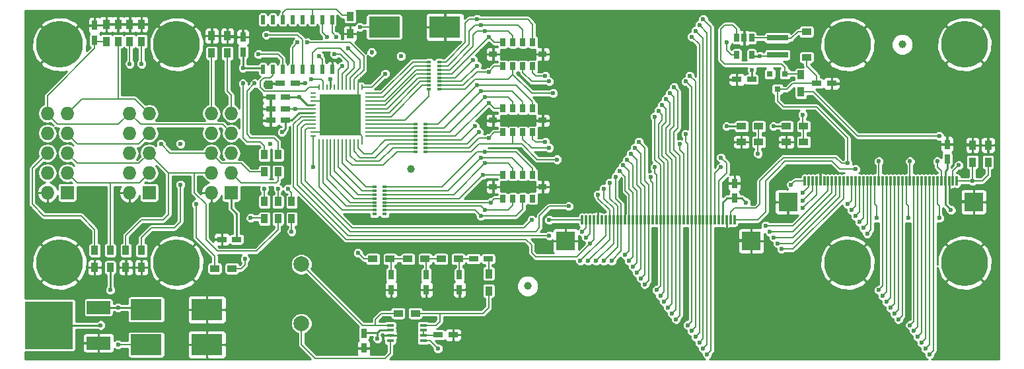
<source format=gbr>
G04 #@! TF.FileFunction,Copper,L1,Top,Signal*
%FSLAX46Y46*%
G04 Gerber Fmt 4.6, Leading zero omitted, Abs format (unit mm)*
G04 Created by KiCad (PCBNEW 4.0.5+dfsg1-4) date Tue May 29 15:03:41 2018*
%MOMM*%
%LPD*%
G01*
G04 APERTURE LIST*
%ADD10C,0.100000*%
%ADD11R,4.000500X2.700020*%
%ADD12R,1.727200X1.727200*%
%ADD13O,1.727200X1.727200*%
%ADD14R,0.300000X1.200000*%
%ADD15R,2.400000X2.400000*%
%ADD16O,0.750000X0.250000*%
%ADD17O,0.250000X0.750000*%
%ADD18R,5.300000X5.300000*%
%ADD19R,0.600000X0.350000*%
%ADD20C,2.000000*%
%ADD21R,0.700000X1.000000*%
%ADD22R,1.000000X0.800000*%
%ADD23R,0.800100X0.800100*%
%ADD24R,2.700000X0.800000*%
%ADD25C,6.000000*%
%ADD26R,1.220000X0.910000*%
%ADD27R,0.750000X1.200000*%
%ADD28R,1.200000X0.750000*%
%ADD29R,0.900000X1.200000*%
%ADD30R,1.200000X0.900000*%
%ADD31R,0.508000X1.143000*%
%ADD32R,3.048000X1.651000*%
%ADD33R,6.096000X6.096000*%
%ADD34R,0.890000X0.420000*%
%ADD35R,0.650000X1.060000*%
%ADD36C,1.000000*%
%ADD37C,0.600000*%
%ADD38C,0.250000*%
%ADD39C,0.200000*%
%ADD40C,0.254000*%
G04 APERTURE END LIST*
D10*
D11*
X127388740Y-58750000D03*
X119611260Y-58750000D03*
D12*
X79000000Y-80000000D03*
D13*
X76460000Y-80000000D03*
X79000000Y-77460000D03*
X76460000Y-77460000D03*
X79000000Y-74920000D03*
X76460000Y-74920000D03*
X79000000Y-72380000D03*
X76460000Y-72380000D03*
X79000000Y-69840000D03*
X76460000Y-69840000D03*
D14*
X164500000Y-83500000D03*
X164000000Y-83500000D03*
X163500000Y-83500000D03*
X163000000Y-83500000D03*
X162500000Y-83500000D03*
X162000000Y-83500000D03*
X161500000Y-83500000D03*
X161000000Y-83500000D03*
X160500000Y-83500000D03*
X160000000Y-83500000D03*
X159500000Y-83500000D03*
X159000000Y-83500000D03*
X158500000Y-83500000D03*
X158000000Y-83500000D03*
X157500000Y-83500000D03*
X157000000Y-83500000D03*
X156500000Y-83500000D03*
X156000000Y-83500000D03*
X155500000Y-83500000D03*
X155000000Y-83500000D03*
X154500000Y-83500000D03*
X154000000Y-83500000D03*
X153500000Y-83500000D03*
X153000000Y-83500000D03*
X152500000Y-83500000D03*
X152000000Y-83500000D03*
X151500000Y-83500000D03*
X151000000Y-83500000D03*
X150500000Y-83500000D03*
X150000000Y-83500000D03*
X149500000Y-83500000D03*
X149000000Y-83500000D03*
X148500000Y-83500000D03*
X148000000Y-83500000D03*
X147500000Y-83500000D03*
X147000000Y-83500000D03*
X146500000Y-83500000D03*
X146000000Y-83500000D03*
X145500000Y-83500000D03*
X145000000Y-83500000D03*
D15*
X166650000Y-86200000D03*
X142850000Y-86200000D03*
D11*
X96888740Y-95000000D03*
X89111260Y-95000000D03*
X96888740Y-99500000D03*
X89111260Y-99500000D03*
D12*
X89500000Y-80000000D03*
D13*
X86960000Y-80000000D03*
X89500000Y-77460000D03*
X86960000Y-77460000D03*
X89500000Y-74920000D03*
X86960000Y-74920000D03*
X89500000Y-72380000D03*
X86960000Y-72380000D03*
X89500000Y-69840000D03*
X86960000Y-69840000D03*
D16*
X117525000Y-69750000D03*
X117525000Y-70250000D03*
X117525000Y-70750000D03*
X117525000Y-71250000D03*
X117525000Y-71750000D03*
X117525000Y-72250000D03*
X117525000Y-72750000D03*
X117525000Y-69250000D03*
X117525000Y-68750000D03*
X117525000Y-68250000D03*
X117525000Y-67750000D03*
X110475000Y-67250000D03*
X110475000Y-67750000D03*
X110475000Y-68250000D03*
X110475000Y-68750000D03*
X110475000Y-69250000D03*
X110475000Y-69750000D03*
X110475000Y-70250000D03*
X110475000Y-70750000D03*
X110475000Y-71250000D03*
X110475000Y-71750000D03*
X110475000Y-72250000D03*
X110475000Y-72750000D03*
D17*
X114250000Y-66475000D03*
X114750000Y-66475000D03*
X115250000Y-66475000D03*
X115750000Y-66475000D03*
X116250000Y-66475000D03*
X116750000Y-66475000D03*
X113750000Y-66475000D03*
X113250000Y-66475000D03*
X112750000Y-66475000D03*
X112250000Y-66475000D03*
X111750000Y-66475000D03*
X111250000Y-66475000D03*
X116750000Y-73525000D03*
X116250000Y-73525000D03*
X115725000Y-73525000D03*
X115250000Y-73525000D03*
X114750000Y-73525000D03*
X114250000Y-73525000D03*
X113750000Y-73525000D03*
X113250000Y-73525000D03*
X112750000Y-73525000D03*
X112250000Y-73525000D03*
X111750000Y-73525000D03*
X111250000Y-73525000D03*
D16*
X117525000Y-67250000D03*
D18*
X114000000Y-70000000D03*
D19*
X118350000Y-79250000D03*
X118350000Y-79750000D03*
X118350000Y-80250000D03*
X118350000Y-80750000D03*
X118350000Y-81250000D03*
X118350000Y-81750000D03*
X118350000Y-82250000D03*
X118350000Y-82750000D03*
X119650000Y-82750000D03*
X119650000Y-82250000D03*
X119650000Y-81750000D03*
X119650000Y-81250000D03*
X119650000Y-80750000D03*
X119650000Y-80250000D03*
X119650000Y-79750000D03*
X119650000Y-79250000D03*
X123600000Y-71250000D03*
X123600000Y-71750000D03*
X123600000Y-72250000D03*
X123600000Y-72750000D03*
X123600000Y-73250000D03*
X123600000Y-73750000D03*
X123600000Y-74250000D03*
X123600000Y-74750000D03*
X124900000Y-74750000D03*
X124900000Y-74250000D03*
X124900000Y-73750000D03*
X124900000Y-73250000D03*
X124900000Y-72750000D03*
X124900000Y-72250000D03*
X124900000Y-71750000D03*
X124900000Y-71250000D03*
X125350000Y-63250000D03*
X125350000Y-63750000D03*
X125350000Y-64250000D03*
X125350000Y-64750000D03*
X125350000Y-65250000D03*
X125350000Y-65750000D03*
X125350000Y-66250000D03*
X125350000Y-66750000D03*
X126650000Y-66750000D03*
X126650000Y-66250000D03*
X126650000Y-65750000D03*
X126650000Y-65250000D03*
X126650000Y-64750000D03*
X126650000Y-64250000D03*
X126650000Y-63750000D03*
X126650000Y-63250000D03*
D20*
X109000000Y-89200000D03*
X109000000Y-96800000D03*
D21*
X134845000Y-60726000D03*
X136115000Y-60726000D03*
X137385000Y-60726000D03*
X138655000Y-60726000D03*
X134845000Y-63774000D03*
X136115000Y-63774000D03*
X137385000Y-63774000D03*
X138655000Y-63774000D03*
D22*
X133575000Y-62250000D03*
X139925000Y-62250000D03*
D21*
X134845000Y-69226000D03*
X136115000Y-69226000D03*
X137385000Y-69226000D03*
X138655000Y-69226000D03*
X134845000Y-72274000D03*
X136115000Y-72274000D03*
X137385000Y-72274000D03*
X138655000Y-72274000D03*
D22*
X133575000Y-70750000D03*
X139925000Y-70750000D03*
D21*
X134845000Y-77726000D03*
X136115000Y-77726000D03*
X137385000Y-77726000D03*
X138655000Y-77726000D03*
X134845000Y-80774000D03*
X136115000Y-80774000D03*
X137385000Y-80774000D03*
X138655000Y-80774000D03*
D22*
X133575000Y-79250000D03*
X139925000Y-79250000D03*
D23*
X170950000Y-64749240D03*
X169050000Y-64749240D03*
X170000000Y-66748220D03*
D24*
X170000000Y-62350000D03*
X170000000Y-60150000D03*
D25*
X179000000Y-61000000D03*
X179000000Y-89000000D03*
X78000000Y-61000000D03*
X78000000Y-89000000D03*
D26*
X173750000Y-62635000D03*
X173750000Y-59365000D03*
D27*
X82500000Y-60450000D03*
X82500000Y-58550000D03*
D28*
X106950000Y-69250000D03*
X105050000Y-69250000D03*
D27*
X101500000Y-61950000D03*
X101500000Y-60050000D03*
X120500000Y-90550000D03*
X120500000Y-92450000D03*
D28*
X106950000Y-70750000D03*
X105050000Y-70750000D03*
D27*
X125000000Y-90550000D03*
X125000000Y-92450000D03*
D28*
X106950000Y-67750000D03*
X105050000Y-67750000D03*
D27*
X129250000Y-90550000D03*
X129250000Y-92450000D03*
D28*
X132950000Y-88500000D03*
X131050000Y-88500000D03*
X126550000Y-98250000D03*
X128450000Y-98250000D03*
X166700000Y-65500000D03*
X164800000Y-65500000D03*
X100700000Y-86000000D03*
X98800000Y-86000000D03*
D27*
X117000000Y-99950000D03*
X117000000Y-98050000D03*
D29*
X88500000Y-60600000D03*
X88500000Y-58400000D03*
X85500000Y-60600000D03*
X85500000Y-58400000D03*
X84500000Y-89600000D03*
X84500000Y-87400000D03*
X82500000Y-87400000D03*
X82500000Y-89600000D03*
X84000000Y-60600000D03*
X84000000Y-58400000D03*
X99500000Y-62100000D03*
X99500000Y-59900000D03*
X97500000Y-62100000D03*
X97500000Y-59900000D03*
X88500000Y-87400000D03*
X88500000Y-89600000D03*
X87000000Y-60600000D03*
X87000000Y-58400000D03*
X86500000Y-87400000D03*
X86500000Y-89600000D03*
X104250000Y-75150000D03*
X104250000Y-77350000D03*
D30*
X100100000Y-89750000D03*
X97900000Y-89750000D03*
D29*
X106000000Y-75150000D03*
X106000000Y-77350000D03*
X107750000Y-81150000D03*
X107750000Y-83350000D03*
X106000000Y-81150000D03*
X106000000Y-83350000D03*
X104250000Y-81150000D03*
X104250000Y-83350000D03*
X115250000Y-57400000D03*
X115250000Y-59600000D03*
D30*
X120350000Y-88500000D03*
X118150000Y-88500000D03*
X124850000Y-88500000D03*
X122650000Y-88500000D03*
X129100000Y-88500000D03*
X126900000Y-88500000D03*
D29*
X133000000Y-92600000D03*
X133000000Y-90400000D03*
D30*
X121400000Y-95500000D03*
X123600000Y-95500000D03*
D29*
X173000000Y-64900000D03*
X173000000Y-67100000D03*
X195000000Y-76100000D03*
X195000000Y-73900000D03*
X197000000Y-76100000D03*
X197000000Y-73900000D03*
D31*
X104055000Y-57825000D03*
X106595000Y-57825000D03*
X107865000Y-57825000D03*
X109135000Y-57825000D03*
X110405000Y-57825000D03*
X111675000Y-57825000D03*
X112945000Y-57825000D03*
X112945000Y-64175000D03*
X111675000Y-64175000D03*
X110405000Y-64175000D03*
X109135000Y-64175000D03*
X107865000Y-64175000D03*
X106595000Y-64175000D03*
X105325000Y-64175000D03*
X104055000Y-64175000D03*
X105325000Y-57825000D03*
D32*
X83000000Y-99286000D03*
D33*
X76650000Y-97000000D03*
D32*
X83000000Y-94714000D03*
D34*
X124605000Y-98975000D03*
X124605000Y-98325000D03*
X124605000Y-97675000D03*
X124605000Y-97025000D03*
X120395000Y-97025000D03*
X120395000Y-97675000D03*
X120395000Y-98325000D03*
X120395000Y-98975000D03*
D35*
X166700000Y-60150000D03*
X165750000Y-60150000D03*
X164800000Y-60150000D03*
X164800000Y-62350000D03*
X166700000Y-62350000D03*
D30*
X167600000Y-71500000D03*
X165400000Y-71500000D03*
D28*
X175050000Y-66000000D03*
X176950000Y-66000000D03*
D27*
X164500000Y-80700000D03*
X164500000Y-78800000D03*
D25*
X93000000Y-61000000D03*
X194000000Y-61000000D03*
X93000000Y-89000000D03*
X194000000Y-89000000D03*
D14*
X193000000Y-78500000D03*
X192500000Y-78500000D03*
X192000000Y-78500000D03*
X191500000Y-78500000D03*
X191000000Y-78500000D03*
X190500000Y-78500000D03*
X190000000Y-78500000D03*
X189500000Y-78500000D03*
X189000000Y-78500000D03*
X188500000Y-78500000D03*
X188000000Y-78500000D03*
X187500000Y-78500000D03*
X187000000Y-78500000D03*
X186500000Y-78500000D03*
X186000000Y-78500000D03*
X185500000Y-78500000D03*
X185000000Y-78500000D03*
X184500000Y-78500000D03*
X184000000Y-78500000D03*
X183500000Y-78500000D03*
X183000000Y-78500000D03*
X182500000Y-78500000D03*
X182000000Y-78500000D03*
X181500000Y-78500000D03*
X181000000Y-78500000D03*
X180500000Y-78500000D03*
X180000000Y-78500000D03*
X179500000Y-78500000D03*
X179000000Y-78500000D03*
X178500000Y-78500000D03*
X178000000Y-78500000D03*
X177500000Y-78500000D03*
X177000000Y-78500000D03*
X176500000Y-78500000D03*
X176000000Y-78500000D03*
X175500000Y-78500000D03*
X175000000Y-78500000D03*
X174500000Y-78500000D03*
X174000000Y-78500000D03*
X173500000Y-78500000D03*
D15*
X195150000Y-81200000D03*
X171350000Y-81200000D03*
D30*
X165400000Y-73500000D03*
X167600000Y-73500000D03*
X173350000Y-71500000D03*
X171150000Y-71500000D03*
X171150000Y-73500000D03*
X173350000Y-73500000D03*
D28*
X108200000Y-66000000D03*
X106300000Y-66000000D03*
D12*
X100000000Y-80000000D03*
D13*
X97460000Y-80000000D03*
X100000000Y-77460000D03*
X97460000Y-77460000D03*
X100000000Y-74920000D03*
X97460000Y-74920000D03*
X100000000Y-72380000D03*
X97460000Y-72380000D03*
X100000000Y-69840000D03*
X97460000Y-69840000D03*
D27*
X191750000Y-75700000D03*
X191750000Y-73800000D03*
D36*
X186000000Y-61000000D03*
X138000000Y-92000000D03*
X123000000Y-77000000D03*
D37*
X163500000Y-71500000D03*
X112750000Y-65500000D03*
X101500000Y-64000000D03*
X109500000Y-66000000D03*
X108750000Y-67750000D03*
X106500000Y-72250000D03*
X192250000Y-82250000D03*
X166000000Y-81250000D03*
X85500000Y-99500000D03*
X84500000Y-92500000D03*
X83250000Y-97000000D03*
X169500000Y-71500000D03*
X102750000Y-60000000D03*
X169250000Y-80750000D03*
X175500000Y-77000000D03*
X164500000Y-77500000D03*
X116500000Y-60500000D03*
X124250000Y-58750000D03*
X93750000Y-99500000D03*
X93750000Y-95000000D03*
X163250000Y-65500000D03*
X177500000Y-67500000D03*
X165750000Y-58500000D03*
X193000000Y-81000000D03*
X164500000Y-86000000D03*
X193250000Y-73750000D03*
X169500000Y-73500000D03*
X163500000Y-73500000D03*
X105000000Y-66000000D03*
X130000000Y-98250000D03*
X129250000Y-94000000D03*
X125000000Y-94000000D03*
X120500000Y-94000000D03*
X122500000Y-97500000D03*
X119250000Y-100500000D03*
X112250000Y-62500000D03*
X103750000Y-70750000D03*
X103750000Y-69250000D03*
X103750000Y-67750000D03*
X88500000Y-91500000D03*
X82500000Y-92250000D03*
X84000000Y-57000000D03*
X87000000Y-57000000D03*
X150000000Y-80250000D03*
X138250000Y-79250000D03*
X135250000Y-79250000D03*
X138250000Y-70750000D03*
X135250000Y-70750000D03*
X138250000Y-62250000D03*
X135250000Y-62250000D03*
X147000000Y-82000000D03*
X140500000Y-86750000D03*
X114000000Y-70000000D03*
X116750000Y-65500000D03*
X108250000Y-69250000D03*
X116500000Y-58750000D03*
X166750000Y-64250000D03*
X167750000Y-62500000D03*
X118750000Y-98750000D03*
X85500000Y-94750000D03*
X131500000Y-57750000D03*
X160500000Y-57750000D03*
X189500000Y-100750000D03*
X161000000Y-100750000D03*
X132000000Y-58500000D03*
X160000000Y-58500000D03*
X160500000Y-100000000D03*
X189000000Y-100000000D03*
X132500000Y-59250000D03*
X159500000Y-59250000D03*
X160000000Y-99250000D03*
X188500000Y-99250000D03*
X133000000Y-60000000D03*
X159000000Y-60000000D03*
X159500000Y-98500000D03*
X188000000Y-98500000D03*
X158750000Y-65000000D03*
X140250000Y-65000000D03*
X131000000Y-63000000D03*
X159000000Y-97750000D03*
X187500000Y-97750000D03*
X158250000Y-65750000D03*
X131500000Y-63750000D03*
X140750000Y-65750000D03*
X158500000Y-97000000D03*
X187000000Y-97000000D03*
X133000000Y-64500000D03*
X156750000Y-66500000D03*
X157000000Y-96250000D03*
X185500000Y-96250000D03*
X156250000Y-67250000D03*
X141250000Y-67250000D03*
X185000000Y-95500000D03*
X156500000Y-95500000D03*
X155750000Y-68000000D03*
X131500000Y-66250000D03*
X184500000Y-94750000D03*
X156000000Y-94750000D03*
X155250000Y-68750000D03*
X132000000Y-67000000D03*
X184000000Y-94000000D03*
X155500000Y-94000000D03*
X154750000Y-69500000D03*
X132500000Y-67750000D03*
X183500000Y-93250000D03*
X155000000Y-93250000D03*
X154250000Y-70250000D03*
X133000000Y-68500000D03*
X183000000Y-92500000D03*
X154500000Y-92500000D03*
X152250000Y-73500000D03*
X140250000Y-73500000D03*
X131250000Y-71500000D03*
X181500000Y-85250000D03*
X153000000Y-91750000D03*
X151750000Y-74250000D03*
X140750000Y-74250000D03*
X131750000Y-72250000D03*
X181000000Y-84500000D03*
X152500000Y-91000000D03*
X133000000Y-73000000D03*
X151250000Y-75000000D03*
X180500000Y-83750000D03*
X152000000Y-90250000D03*
X141750000Y-75750000D03*
X150750000Y-75750000D03*
X180000000Y-83000000D03*
X151500000Y-89500000D03*
X150250000Y-76500000D03*
X132500000Y-74750000D03*
X179500000Y-82250000D03*
X151000000Y-88750000D03*
X149750000Y-77250000D03*
X132000000Y-75500000D03*
X179000000Y-81500000D03*
X150500000Y-88000000D03*
X132500000Y-76250000D03*
X149250000Y-78000000D03*
X148750000Y-88750000D03*
X170500000Y-87250000D03*
X170000000Y-86500000D03*
X147750000Y-88750000D03*
X132250000Y-77750000D03*
X148500000Y-78750000D03*
X169500000Y-85750000D03*
X146750000Y-88750000D03*
X133250000Y-81250000D03*
X147750000Y-79500000D03*
X169000000Y-85000000D03*
X145750000Y-88750000D03*
X132500000Y-82250000D03*
X147000000Y-80250000D03*
X132000000Y-83000000D03*
X168500000Y-84250000D03*
X144750000Y-88750000D03*
X146000000Y-86500000D03*
X173250000Y-82000000D03*
X138500000Y-83500000D03*
X145500000Y-85750000D03*
X173250000Y-81000000D03*
X143250000Y-81750000D03*
X145000000Y-85000000D03*
X173250000Y-80000000D03*
X171750000Y-79000000D03*
X140750000Y-83500000D03*
X140750000Y-85500000D03*
X95500000Y-81500000D03*
X107750000Y-85000000D03*
X91000000Y-73750000D03*
X87000000Y-63500000D03*
X102500000Y-83250000D03*
X93500000Y-73750000D03*
X103500000Y-62250000D03*
X101500000Y-66000000D03*
X101750000Y-88500000D03*
X110250000Y-65500000D03*
X105000000Y-73750000D03*
X103000000Y-66000000D03*
X104500000Y-59750000D03*
X115000000Y-61500000D03*
X107250000Y-79500000D03*
X112250000Y-60000000D03*
X113250000Y-62250000D03*
X109750000Y-60750000D03*
X108500000Y-60750000D03*
X163500000Y-60750000D03*
X121750000Y-62500000D03*
X110500000Y-76750000D03*
X114250000Y-63750000D03*
X126500000Y-100000000D03*
X118000000Y-62000000D03*
X179000000Y-76250000D03*
X193250000Y-76500000D03*
X88500000Y-63500000D03*
X93500000Y-79000000D03*
X180000000Y-77000000D03*
X190750000Y-72750000D03*
X195000000Y-78500000D03*
X190500000Y-76000000D03*
X173250000Y-70000000D03*
X162750000Y-75500000D03*
X183000000Y-76000000D03*
X187000000Y-76000000D03*
X154250000Y-76750000D03*
X158250000Y-72500000D03*
X162750000Y-76750000D03*
X153750000Y-78000000D03*
X190750000Y-83250000D03*
X167500000Y-75000000D03*
X157500000Y-73750000D03*
X186750000Y-83250000D03*
X182750000Y-83250000D03*
X106000000Y-79500000D03*
X111250000Y-62500000D03*
X113500000Y-60000000D03*
X104250000Y-79500000D03*
X116250000Y-87750000D03*
X119750000Y-64750000D03*
D38*
X163500000Y-71500000D02*
X165400000Y-71500000D01*
X112750000Y-65500000D02*
X112750000Y-66475000D01*
X109500000Y-66000000D02*
X108200000Y-66000000D01*
X106950000Y-67750000D02*
X108750000Y-67750000D01*
X109750000Y-68750000D02*
X108750000Y-67750000D01*
X109750000Y-68750000D02*
X110475000Y-68750000D01*
X106950000Y-71800000D02*
X106500000Y-72250000D01*
X106950000Y-70750000D02*
X106950000Y-71800000D01*
X191500000Y-81500000D02*
X192250000Y-82250000D01*
X191500000Y-81500000D02*
X191500000Y-78500000D01*
X164500000Y-80700000D02*
X165450000Y-80700000D01*
X165450000Y-80700000D02*
X166000000Y-81250000D01*
X84500000Y-89600000D02*
X84500000Y-92500000D01*
X76650000Y-97000000D02*
X83250000Y-97000000D01*
D39*
X85500000Y-99500000D02*
X89111260Y-99500000D01*
D38*
X163000000Y-83500000D02*
X163000000Y-81250000D01*
X163550000Y-80700000D02*
X164500000Y-80700000D01*
X163000000Y-81250000D02*
X163550000Y-80700000D01*
X191500000Y-78500000D02*
X191500000Y-77250000D01*
X191500000Y-77250000D02*
X191750000Y-77000000D01*
X191750000Y-77000000D02*
X191750000Y-75700000D01*
X171150000Y-71500000D02*
X169500000Y-71500000D01*
X110475000Y-69750000D02*
X108750000Y-69750000D01*
X107750000Y-70750000D02*
X106950000Y-70750000D01*
X108750000Y-69750000D02*
X107750000Y-70750000D01*
X103880000Y-64000000D02*
X101500000Y-64000000D01*
X101500000Y-64000000D02*
X101500000Y-61950000D01*
X103880000Y-64000000D02*
X104055000Y-64175000D01*
X97500000Y-59900000D02*
X99500000Y-59900000D01*
X99500000Y-59900000D02*
X99650000Y-60050000D01*
X99650000Y-60050000D02*
X102700000Y-60050000D01*
X102700000Y-60050000D02*
X102750000Y-60000000D01*
X171350000Y-81200000D02*
X169700000Y-81200000D01*
X169700000Y-81200000D02*
X169250000Y-80750000D01*
X175500000Y-78500000D02*
X175500000Y-77000000D01*
X164500000Y-78800000D02*
X164500000Y-77500000D01*
X115250000Y-59600000D02*
X116100000Y-59600000D01*
X116500000Y-60000000D02*
X116500000Y-60500000D01*
X116100000Y-59600000D02*
X116500000Y-60000000D01*
X127388740Y-58750000D02*
X124250000Y-58750000D01*
X96888740Y-99500000D02*
X93750000Y-99500000D01*
X96888740Y-95000000D02*
X93750000Y-95000000D01*
X164800000Y-65500000D02*
X163250000Y-65500000D01*
X176950000Y-66000000D02*
X176950000Y-66950000D01*
X176950000Y-66950000D02*
X177500000Y-67500000D01*
X165750000Y-60150000D02*
X165750000Y-58500000D01*
X194950000Y-81000000D02*
X193000000Y-81000000D01*
X192000000Y-80500000D02*
X192500000Y-81000000D01*
X192500000Y-81000000D02*
X193000000Y-81000000D01*
X192000000Y-80500000D02*
X192000000Y-78500000D01*
X194950000Y-81000000D02*
X195150000Y-81200000D01*
X166450000Y-86000000D02*
X164500000Y-86000000D01*
X163500000Y-85500000D02*
X164000000Y-86000000D01*
X164000000Y-86000000D02*
X164500000Y-86000000D01*
X163500000Y-85500000D02*
X163500000Y-83500000D01*
X166450000Y-86000000D02*
X166650000Y-86200000D01*
X191800000Y-73750000D02*
X193250000Y-73750000D01*
X193250000Y-73750000D02*
X194850000Y-73750000D01*
X191800000Y-73750000D02*
X191750000Y-73800000D01*
X197000000Y-73900000D02*
X195000000Y-73900000D01*
X195000000Y-73900000D02*
X194850000Y-73750000D01*
X171150000Y-73500000D02*
X169500000Y-73500000D01*
X165400000Y-73500000D02*
X163500000Y-73500000D01*
X106300000Y-66000000D02*
X105000000Y-66000000D01*
X128450000Y-98250000D02*
X130000000Y-98250000D01*
X129250000Y-92450000D02*
X129250000Y-94000000D01*
X125000000Y-92450000D02*
X125000000Y-94000000D01*
X120500000Y-92450000D02*
X120500000Y-94000000D01*
X120395000Y-98325000D02*
X121675000Y-98325000D01*
X121675000Y-98325000D02*
X122500000Y-97500000D01*
X117000000Y-99950000D02*
X118700000Y-99950000D01*
X118700000Y-99950000D02*
X119250000Y-100500000D01*
X98800000Y-86000000D02*
X98800000Y-83300000D01*
X98800000Y-83300000D02*
X97460000Y-81960000D01*
D39*
X124750000Y-92050000D02*
X124800000Y-92000000D01*
D38*
X112945000Y-64175000D02*
X112945000Y-63195000D01*
X112945000Y-63195000D02*
X112250000Y-62500000D01*
X105050000Y-70750000D02*
X103750000Y-70750000D01*
X105050000Y-69250000D02*
X103750000Y-69250000D01*
X105050000Y-67750000D02*
X103750000Y-67750000D01*
X86500000Y-89600000D02*
X88500000Y-89600000D01*
X88500000Y-89600000D02*
X88500000Y-91500000D01*
X82500000Y-89600000D02*
X82500000Y-92250000D01*
X85500000Y-58400000D02*
X84000000Y-58400000D01*
X84000000Y-58400000D02*
X83850000Y-58550000D01*
X83850000Y-58550000D02*
X82500000Y-58550000D01*
X85500000Y-58400000D02*
X87000000Y-58400000D01*
X87000000Y-58400000D02*
X88500000Y-58400000D01*
X84000000Y-58400000D02*
X84000000Y-57000000D01*
X87000000Y-58400000D02*
X87000000Y-57000000D01*
X150500000Y-83500000D02*
X150500000Y-80750000D01*
X150500000Y-80750000D02*
X150000000Y-80250000D01*
X139925000Y-79250000D02*
X138250000Y-79250000D01*
X133575000Y-79250000D02*
X135250000Y-79250000D01*
X139925000Y-70750000D02*
X138250000Y-70750000D01*
X133575000Y-70750000D02*
X135250000Y-70750000D01*
X139925000Y-62250000D02*
X138250000Y-62250000D01*
X133575000Y-62250000D02*
X135250000Y-62250000D01*
X147000000Y-83500000D02*
X147000000Y-82000000D01*
D39*
X142850000Y-86200000D02*
X141050000Y-86200000D01*
X141050000Y-86200000D02*
X140500000Y-86750000D01*
X112250000Y-68250000D02*
X114000000Y-70000000D01*
X116750000Y-73525000D02*
X116750000Y-72750000D01*
X116750000Y-72750000D02*
X114000000Y-70000000D01*
X110475000Y-72250000D02*
X111750000Y-72250000D01*
X111750000Y-72250000D02*
X114000000Y-70000000D01*
X116250000Y-66475000D02*
X116250000Y-67750000D01*
X116250000Y-67750000D02*
X114000000Y-70000000D01*
X110475000Y-68250000D02*
X112250000Y-68250000D01*
X116250000Y-66475000D02*
X116250000Y-66000000D01*
X116250000Y-66000000D02*
X116750000Y-65500000D01*
D38*
X97460000Y-81960000D02*
X97460000Y-80000000D01*
D39*
X116500000Y-58750000D02*
X119611260Y-58750000D01*
X106950000Y-69250000D02*
X108250000Y-69250000D01*
X108250000Y-69250000D02*
X110475000Y-69250000D01*
D38*
X166750000Y-65450000D02*
X166750000Y-64250000D01*
X118750000Y-98750000D02*
X118750000Y-98000000D01*
X166850000Y-62500000D02*
X167750000Y-62500000D01*
D39*
X167750000Y-62500000D02*
X169850000Y-62500000D01*
D38*
X166850000Y-62500000D02*
X166700000Y-62350000D01*
X166750000Y-65450000D02*
X166700000Y-65500000D01*
D39*
X166750000Y-65450000D02*
X166700000Y-65500000D01*
X169850000Y-62500000D02*
X170000000Y-62350000D01*
X166850000Y-62500000D02*
X166700000Y-62350000D01*
D38*
X85500000Y-94750000D02*
X88861260Y-94750000D01*
X88861260Y-94750000D02*
X89111260Y-95000000D01*
X85500000Y-94750000D02*
X85464000Y-94714000D01*
X166750000Y-65450000D02*
X166700000Y-65500000D01*
X118750000Y-98000000D02*
X117050000Y-98000000D01*
X117050000Y-98000000D02*
X117000000Y-98050000D01*
X120395000Y-97675000D02*
X119075000Y-97675000D01*
X119075000Y-97675000D02*
X118750000Y-98000000D01*
X100700000Y-86000000D02*
X100700000Y-82700000D01*
X100000000Y-82000000D02*
X100000000Y-80000000D01*
X100700000Y-82700000D02*
X100000000Y-82000000D01*
X83000000Y-94714000D02*
X85464000Y-94714000D01*
D39*
X129100000Y-88500000D02*
X131050000Y-88500000D01*
X129250000Y-90550000D02*
X129250000Y-88650000D01*
X129250000Y-88650000D02*
X129100000Y-88500000D01*
X166700000Y-60150000D02*
X170000000Y-60150000D01*
X170000000Y-60150000D02*
X170100000Y-60250000D01*
X170100000Y-60250000D02*
X171750000Y-60250000D01*
X171750000Y-60250000D02*
X172635000Y-59365000D01*
X172635000Y-59365000D02*
X173750000Y-59365000D01*
X170950000Y-64749240D02*
X170950000Y-63950000D01*
X164800000Y-59050000D02*
X164800000Y-60150000D01*
X164250000Y-58500000D02*
X164800000Y-59050000D01*
X163250000Y-58500000D02*
X164250000Y-58500000D01*
X162750000Y-59000000D02*
X163250000Y-58500000D01*
X162750000Y-63000000D02*
X162750000Y-59000000D01*
X163250000Y-63500000D02*
X162750000Y-63000000D01*
X170500000Y-63500000D02*
X163250000Y-63500000D01*
X170950000Y-63950000D02*
X170500000Y-63500000D01*
X170950000Y-64749240D02*
X172849240Y-64749240D01*
X172849240Y-64749240D02*
X173000000Y-64900000D01*
X120395000Y-98975000D02*
X120395000Y-100605000D01*
X109000000Y-99500000D02*
X109000000Y-96800000D01*
X110750000Y-101250000D02*
X109000000Y-99500000D01*
X119750000Y-101250000D02*
X110750000Y-101250000D01*
X120395000Y-100605000D02*
X119750000Y-101250000D01*
X103250000Y-87500000D02*
X98250000Y-87500000D01*
X106000000Y-84750000D02*
X103250000Y-87500000D01*
X95250000Y-77460000D02*
X95250000Y-80000000D01*
X106000000Y-84750000D02*
X106000000Y-83350000D01*
X96750000Y-81500000D02*
X95250000Y-80000000D01*
X96750000Y-86000000D02*
X96750000Y-81500000D01*
X98250000Y-87500000D02*
X96750000Y-86000000D01*
X86500000Y-87400000D02*
X86500000Y-85500000D01*
X91960000Y-82790000D02*
X91960000Y-77460000D01*
X91250000Y-83500000D02*
X91960000Y-82790000D01*
X88500000Y-83500000D02*
X91250000Y-83500000D01*
X86500000Y-85500000D02*
X88500000Y-83500000D01*
X79000000Y-74920000D02*
X79000000Y-75000000D01*
X79000000Y-75000000D02*
X80250000Y-76250000D01*
X80250000Y-76250000D02*
X88170000Y-76250000D01*
X88170000Y-76250000D02*
X89500000Y-74920000D01*
X89500000Y-74920000D02*
X89500000Y-75000000D01*
X89500000Y-75000000D02*
X91960000Y-77460000D01*
X91960000Y-77460000D02*
X95250000Y-77460000D01*
X95250000Y-77460000D02*
X97460000Y-77460000D01*
X116250000Y-73525000D02*
X116250000Y-74250000D01*
X116250000Y-74250000D02*
X117000000Y-75000000D01*
X117000000Y-75000000D02*
X118000000Y-75000000D01*
X118000000Y-75000000D02*
X119750000Y-73250000D01*
X119750000Y-73250000D02*
X123600000Y-73250000D01*
X115725000Y-73525000D02*
X115725000Y-74725000D01*
X115725000Y-74725000D02*
X116500000Y-75500000D01*
X116500000Y-75500000D02*
X118500000Y-75500000D01*
X118500000Y-75500000D02*
X120250000Y-73750000D01*
X120250000Y-73750000D02*
X123600000Y-73750000D01*
X115250000Y-73525000D02*
X115250000Y-75250000D01*
X115250000Y-75250000D02*
X116000000Y-76000000D01*
X116000000Y-76000000D02*
X119000000Y-76000000D01*
X119000000Y-76000000D02*
X120750000Y-74250000D01*
X120750000Y-74250000D02*
X123600000Y-74250000D01*
X114750000Y-73525000D02*
X114750000Y-75750000D01*
X114750000Y-75750000D02*
X115500000Y-76500000D01*
X115500000Y-76500000D02*
X119500000Y-76500000D01*
X119500000Y-76500000D02*
X121250000Y-74750000D01*
X121250000Y-74750000D02*
X123600000Y-74750000D01*
X114250000Y-73525000D02*
X114250000Y-76250000D01*
X114250000Y-76250000D02*
X117250000Y-79250000D01*
X117250000Y-79250000D02*
X118350000Y-79250000D01*
X113750000Y-73525000D02*
X113750000Y-76750000D01*
X116750000Y-79750000D02*
X118350000Y-79750000D01*
X113750000Y-76750000D02*
X116750000Y-79750000D01*
X126650000Y-63250000D02*
X127500000Y-63250000D01*
X130500000Y-57750000D02*
X131500000Y-57750000D01*
X130000000Y-58250000D02*
X130500000Y-57750000D01*
X130000000Y-60750000D02*
X130000000Y-58250000D01*
X127500000Y-63250000D02*
X130000000Y-60750000D01*
X161500000Y-58750000D02*
X160500000Y-57750000D01*
X161500000Y-58750000D02*
X161500000Y-83500000D01*
X138655000Y-58405000D02*
X138000000Y-57750000D01*
X138000000Y-57750000D02*
X131500000Y-57750000D01*
X138655000Y-58405000D02*
X138655000Y-60726000D01*
X190000000Y-100250000D02*
X189500000Y-100750000D01*
X190000000Y-79000000D02*
X190000000Y-100250000D01*
X161500000Y-100250000D02*
X161000000Y-100750000D01*
X161500000Y-100250000D02*
X161500000Y-84000000D01*
X126650000Y-63750000D02*
X127750000Y-63750000D01*
X131250000Y-58500000D02*
X132000000Y-58500000D01*
X130500000Y-59250000D02*
X131250000Y-58500000D01*
X130500000Y-61000000D02*
X130500000Y-59250000D01*
X127750000Y-63750000D02*
X130500000Y-61000000D01*
X161000000Y-59500000D02*
X160000000Y-58500000D01*
X161000000Y-59500000D02*
X161000000Y-83500000D01*
X137385000Y-59135000D02*
X136750000Y-58500000D01*
X136750000Y-58500000D02*
X132000000Y-58500000D01*
X137385000Y-59135000D02*
X137385000Y-60726000D01*
X161000000Y-99500000D02*
X161000000Y-83500000D01*
X161000000Y-99500000D02*
X160500000Y-100000000D01*
X189500000Y-78500000D02*
X189500000Y-99500000D01*
X189500000Y-99500000D02*
X189000000Y-100000000D01*
X126650000Y-64250000D02*
X128000000Y-64250000D01*
X131500000Y-59250000D02*
X132500000Y-59250000D01*
X131000000Y-59750000D02*
X131500000Y-59250000D01*
X131000000Y-61250000D02*
X131000000Y-59750000D01*
X128000000Y-64250000D02*
X131000000Y-61250000D01*
X160500000Y-60250000D02*
X159500000Y-59250000D01*
X160500000Y-60250000D02*
X160500000Y-83500000D01*
X136115000Y-59865000D02*
X135500000Y-59250000D01*
X135500000Y-59250000D02*
X132500000Y-59250000D01*
X136115000Y-59865000D02*
X136115000Y-60726000D01*
X160500000Y-98750000D02*
X160500000Y-83500000D01*
X160500000Y-98750000D02*
X160000000Y-99250000D01*
X189000000Y-78500000D02*
X189000000Y-98750000D01*
X189000000Y-98750000D02*
X188500000Y-99250000D01*
X126650000Y-64750000D02*
X128250000Y-64750000D01*
X128250000Y-64750000D02*
X133000000Y-60000000D01*
X160000000Y-61000000D02*
X159000000Y-60000000D01*
X160000000Y-61000000D02*
X160000000Y-83500000D01*
X133726000Y-60726000D02*
X133000000Y-60000000D01*
X133726000Y-60726000D02*
X134845000Y-60726000D01*
X160000000Y-98000000D02*
X160000000Y-83500000D01*
X160000000Y-98000000D02*
X159500000Y-98500000D01*
X188500000Y-78500000D02*
X188500000Y-98000000D01*
X188500000Y-98000000D02*
X188000000Y-98500000D01*
X159500000Y-65750000D02*
X158750000Y-65000000D01*
X159500000Y-65750000D02*
X159500000Y-83500000D01*
X138655000Y-64655000D02*
X139000000Y-65000000D01*
X139000000Y-65000000D02*
X140250000Y-65000000D01*
X138655000Y-63774000D02*
X138655000Y-64655000D01*
X128750000Y-65250000D02*
X131000000Y-63000000D01*
X128750000Y-65250000D02*
X126650000Y-65250000D01*
X159500000Y-97250000D02*
X159500000Y-83500000D01*
X159500000Y-97250000D02*
X159000000Y-97750000D01*
X188000000Y-78500000D02*
X188000000Y-97250000D01*
X188000000Y-97250000D02*
X187500000Y-97750000D01*
X159000000Y-66500000D02*
X158250000Y-65750000D01*
X159000000Y-66500000D02*
X159000000Y-83500000D01*
X126650000Y-65750000D02*
X129500000Y-65750000D01*
X137385000Y-64635000D02*
X137385000Y-63774000D01*
X138500000Y-65750000D02*
X140750000Y-65750000D01*
X137385000Y-64635000D02*
X138500000Y-65750000D01*
X129500000Y-65750000D02*
X131500000Y-63750000D01*
X159000000Y-96500000D02*
X159000000Y-83500000D01*
X159000000Y-96500000D02*
X158500000Y-97000000D01*
X187500000Y-78500000D02*
X187500000Y-96500000D01*
X187500000Y-96500000D02*
X187000000Y-97000000D01*
X157250000Y-67000000D02*
X157250000Y-71750000D01*
X157250000Y-67000000D02*
X156750000Y-66500000D01*
X157500000Y-75250000D02*
X157500000Y-83500000D01*
X156750000Y-74500000D02*
X157500000Y-75250000D01*
X156750000Y-72250000D02*
X156750000Y-74500000D01*
X157250000Y-71750000D02*
X156750000Y-72250000D01*
X126650000Y-66250000D02*
X129750000Y-66250000D01*
X133726000Y-63774000D02*
X133000000Y-64500000D01*
X133726000Y-63774000D02*
X134845000Y-63774000D01*
X131500000Y-64500000D02*
X133000000Y-64500000D01*
X129750000Y-66250000D02*
X131500000Y-64500000D01*
X157500000Y-95750000D02*
X157500000Y-83500000D01*
X157500000Y-95750000D02*
X157000000Y-96250000D01*
X186000000Y-78500000D02*
X186000000Y-95750000D01*
X186000000Y-95750000D02*
X185500000Y-96250000D01*
X156750000Y-67750000D02*
X156750000Y-71500000D01*
X156750000Y-67750000D02*
X156250000Y-67250000D01*
X136115000Y-64885000D02*
X138500000Y-67250000D01*
X138500000Y-67250000D02*
X141250000Y-67250000D01*
X157000000Y-75500000D02*
X157000000Y-83500000D01*
X156250000Y-74750000D02*
X157000000Y-75500000D01*
X156250000Y-72000000D02*
X156250000Y-74750000D01*
X156750000Y-71500000D02*
X156250000Y-72000000D01*
X136115000Y-63774000D02*
X136115000Y-64885000D01*
X130000000Y-66750000D02*
X126650000Y-66750000D01*
X131250000Y-65500000D02*
X130000000Y-66750000D01*
X135500000Y-65500000D02*
X131250000Y-65500000D01*
X136115000Y-64885000D02*
X135500000Y-65500000D01*
X185500000Y-95000000D02*
X185000000Y-95500000D01*
X185500000Y-78500000D02*
X185500000Y-95000000D01*
X157000000Y-95000000D02*
X156500000Y-95500000D01*
X157000000Y-95000000D02*
X157000000Y-83500000D01*
X156250000Y-68500000D02*
X156250000Y-71250000D01*
X156250000Y-68500000D02*
X155750000Y-68000000D01*
X156500000Y-75750000D02*
X156500000Y-83500000D01*
X155750000Y-75000000D02*
X156500000Y-75750000D01*
X155750000Y-71750000D02*
X155750000Y-75000000D01*
X156250000Y-71250000D02*
X155750000Y-71750000D01*
X124900000Y-71250000D02*
X126500000Y-71250000D01*
X136500000Y-66250000D02*
X138625000Y-68375000D01*
X131500000Y-66250000D02*
X136500000Y-66250000D01*
X126500000Y-71250000D02*
X131500000Y-66250000D01*
X185000000Y-94250000D02*
X184500000Y-94750000D01*
X185000000Y-78500000D02*
X185000000Y-94250000D01*
X156500000Y-94250000D02*
X156000000Y-94750000D01*
X156500000Y-94250000D02*
X156500000Y-83500000D01*
X138655000Y-69226000D02*
X138655000Y-68405000D01*
X155750000Y-69250000D02*
X155750000Y-71000000D01*
X155750000Y-69250000D02*
X155250000Y-68750000D01*
X156000000Y-76000000D02*
X156000000Y-83500000D01*
X155250000Y-75250000D02*
X156000000Y-76000000D01*
X155250000Y-71500000D02*
X155250000Y-75250000D01*
X155750000Y-71000000D02*
X155250000Y-71500000D01*
X124900000Y-71750000D02*
X127250000Y-71750000D01*
X136000000Y-67000000D02*
X137375000Y-68375000D01*
X132000000Y-67000000D02*
X136000000Y-67000000D01*
X127250000Y-71750000D02*
X132000000Y-67000000D01*
X184500000Y-93500000D02*
X184000000Y-94000000D01*
X184500000Y-78500000D02*
X184500000Y-93500000D01*
X156000000Y-93500000D02*
X155500000Y-94000000D01*
X156000000Y-93500000D02*
X156000000Y-83500000D01*
X137385000Y-69226000D02*
X137385000Y-68385000D01*
X154750000Y-69500000D02*
X155250000Y-70000000D01*
X155500000Y-76250000D02*
X155500000Y-83500000D01*
X154750000Y-75500000D02*
X155500000Y-76250000D01*
X154750000Y-71250000D02*
X154750000Y-75500000D01*
X155250000Y-70750000D02*
X154750000Y-71250000D01*
X155250000Y-70000000D02*
X155250000Y-70750000D01*
X124900000Y-72250000D02*
X128000000Y-72250000D01*
X136115000Y-68365000D02*
X136115000Y-69226000D01*
X135500000Y-67750000D02*
X136115000Y-68365000D01*
X132500000Y-67750000D02*
X135500000Y-67750000D01*
X128000000Y-72250000D02*
X132500000Y-67750000D01*
X184000000Y-92750000D02*
X183500000Y-93250000D01*
X184000000Y-78500000D02*
X184000000Y-92750000D01*
X155500000Y-92750000D02*
X155000000Y-93250000D01*
X155500000Y-92750000D02*
X155500000Y-83500000D01*
X154250000Y-70250000D02*
X154250000Y-75750000D01*
X155000000Y-76500000D02*
X155000000Y-83500000D01*
X154250000Y-75750000D02*
X155000000Y-76500000D01*
X124900000Y-72750000D02*
X128750000Y-72750000D01*
X133726000Y-69226000D02*
X133000000Y-68500000D01*
X133726000Y-69226000D02*
X134845000Y-69226000D01*
X128750000Y-72750000D02*
X133000000Y-68500000D01*
X183500000Y-78500000D02*
X183500000Y-92000000D01*
X183500000Y-92000000D02*
X183000000Y-92500000D01*
X155000000Y-92000000D02*
X155000000Y-83500000D01*
X155000000Y-92000000D02*
X154500000Y-92500000D01*
X153500000Y-79000000D02*
X153000000Y-78500000D01*
X153000000Y-78500000D02*
X153000000Y-74250000D01*
X153000000Y-74250000D02*
X152250000Y-73500000D01*
X153500000Y-79000000D02*
X153500000Y-83500000D01*
X138655000Y-73155000D02*
X139000000Y-73500000D01*
X139000000Y-73500000D02*
X140250000Y-73500000D01*
X138655000Y-72274000D02*
X138655000Y-73155000D01*
X129500000Y-73250000D02*
X131250000Y-71500000D01*
X129500000Y-73250000D02*
X124900000Y-73250000D01*
X182000000Y-84750000D02*
X182000000Y-78500000D01*
X182000000Y-84750000D02*
X181500000Y-85250000D01*
X153500000Y-83500000D02*
X153500000Y-91250000D01*
X153500000Y-91250000D02*
X153000000Y-91750000D01*
X153000000Y-79250000D02*
X152500000Y-78750000D01*
X152500000Y-78750000D02*
X152500000Y-75000000D01*
X152500000Y-75000000D02*
X151750000Y-74250000D01*
X153000000Y-79250000D02*
X153000000Y-83500000D01*
X137385000Y-73135000D02*
X138500000Y-74250000D01*
X138500000Y-74250000D02*
X140750000Y-74250000D01*
X137385000Y-72274000D02*
X137385000Y-73135000D01*
X130250000Y-73750000D02*
X131750000Y-72250000D01*
X130250000Y-73750000D02*
X124900000Y-73750000D01*
X181500000Y-84000000D02*
X181500000Y-78500000D01*
X181500000Y-84000000D02*
X181000000Y-84500000D01*
X153000000Y-83500000D02*
X153000000Y-90500000D01*
X153000000Y-90500000D02*
X152500000Y-91000000D01*
X152500000Y-79500000D02*
X152000000Y-79000000D01*
X152000000Y-79000000D02*
X152000000Y-75750000D01*
X152000000Y-75750000D02*
X151250000Y-75000000D01*
X152500000Y-79500000D02*
X152500000Y-83500000D01*
X131750000Y-73000000D02*
X130500000Y-74250000D01*
X131750000Y-73000000D02*
X133000000Y-73000000D01*
X134845000Y-72274000D02*
X133726000Y-72274000D01*
X133726000Y-72274000D02*
X133000000Y-73000000D01*
X130500000Y-74250000D02*
X124900000Y-74250000D01*
X181000000Y-83250000D02*
X181000000Y-78500000D01*
X181000000Y-83250000D02*
X180500000Y-83750000D01*
X152500000Y-83500000D02*
X152500000Y-89750000D01*
X152500000Y-89750000D02*
X152000000Y-90250000D01*
X136000000Y-73750000D02*
X137250000Y-73750000D01*
X137250000Y-73750000D02*
X139250000Y-75750000D01*
X139250000Y-75750000D02*
X141750000Y-75750000D01*
X152000000Y-79750000D02*
X151500000Y-79250000D01*
X151500000Y-79250000D02*
X151500000Y-76500000D01*
X151500000Y-76500000D02*
X150750000Y-75750000D01*
X152000000Y-79750000D02*
X152000000Y-83500000D01*
X136115000Y-72274000D02*
X136115000Y-73750000D01*
X136115000Y-73750000D02*
X136000000Y-73750000D01*
X124900000Y-74750000D02*
X130750000Y-74750000D01*
X131750000Y-73750000D02*
X136000000Y-73750000D01*
X130750000Y-74750000D02*
X131750000Y-73750000D01*
X180500000Y-82500000D02*
X180500000Y-78500000D01*
X180500000Y-82500000D02*
X180000000Y-83000000D01*
X152000000Y-83500000D02*
X152000000Y-89000000D01*
X152000000Y-89000000D02*
X151500000Y-89500000D01*
X151500000Y-80000000D02*
X151000000Y-79500000D01*
X151000000Y-79500000D02*
X151000000Y-77250000D01*
X151000000Y-77250000D02*
X150250000Y-76500000D01*
X151500000Y-80000000D02*
X151500000Y-83500000D01*
X132500000Y-74750000D02*
X131500000Y-74750000D01*
X138655000Y-76905000D02*
X136500000Y-74750000D01*
X136500000Y-74750000D02*
X132500000Y-74750000D01*
X138655000Y-77726000D02*
X138655000Y-76905000D01*
X127000000Y-79250000D02*
X119650000Y-79250000D01*
X131500000Y-74750000D02*
X127000000Y-79250000D01*
X180000000Y-81750000D02*
X180000000Y-78500000D01*
X180000000Y-81750000D02*
X179500000Y-82250000D01*
X151500000Y-83500000D02*
X151500000Y-88250000D01*
X151500000Y-88250000D02*
X151000000Y-88750000D01*
X151000000Y-80250000D02*
X150500000Y-79750000D01*
X150500000Y-79750000D02*
X150500000Y-78000000D01*
X150500000Y-78000000D02*
X149750000Y-77250000D01*
X151000000Y-80250000D02*
X151000000Y-83500000D01*
X132000000Y-75500000D02*
X127750000Y-79750000D01*
X137385000Y-76885000D02*
X136000000Y-75500000D01*
X136000000Y-75500000D02*
X132000000Y-75500000D01*
X137385000Y-77726000D02*
X137385000Y-76885000D01*
X127750000Y-79750000D02*
X119650000Y-79750000D01*
X179500000Y-81000000D02*
X179500000Y-78500000D01*
X179500000Y-81000000D02*
X179000000Y-81500000D01*
X151000000Y-83500000D02*
X151000000Y-87500000D01*
X151000000Y-87500000D02*
X150500000Y-88000000D01*
X150000000Y-81500000D02*
X149250000Y-80750000D01*
X149250000Y-80750000D02*
X149250000Y-78000000D01*
X150000000Y-81500000D02*
X150000000Y-83500000D01*
X132500000Y-76250000D02*
X128500000Y-80250000D01*
X136115000Y-76865000D02*
X135500000Y-76250000D01*
X135500000Y-76250000D02*
X132500000Y-76250000D01*
X136115000Y-77726000D02*
X136115000Y-76865000D01*
X128500000Y-80250000D02*
X119650000Y-80250000D01*
X150000000Y-87500000D02*
X150000000Y-83500000D01*
X150000000Y-87500000D02*
X148750000Y-88750000D01*
X178500000Y-78500000D02*
X178500000Y-80750000D01*
X172000000Y-87250000D02*
X170500000Y-87250000D01*
X178500000Y-80750000D02*
X172000000Y-87250000D01*
X178000000Y-80500000D02*
X172000000Y-86500000D01*
X172000000Y-86500000D02*
X170000000Y-86500000D01*
X178000000Y-78500000D02*
X178000000Y-80500000D01*
X149500000Y-87000000D02*
X147750000Y-88750000D01*
X149500000Y-87000000D02*
X149500000Y-83500000D01*
X149500000Y-81750000D02*
X148500000Y-80750000D01*
X148500000Y-80750000D02*
X148500000Y-78750000D01*
X149500000Y-81750000D02*
X149500000Y-83500000D01*
X119650000Y-80750000D02*
X129250000Y-80750000D01*
X132274000Y-77726000D02*
X132250000Y-77750000D01*
X132274000Y-77726000D02*
X134845000Y-77726000D01*
X129250000Y-80750000D02*
X132250000Y-77750000D01*
X177500000Y-80250000D02*
X172000000Y-85750000D01*
X172000000Y-85750000D02*
X169500000Y-85750000D01*
X177500000Y-78500000D02*
X177500000Y-80250000D01*
X149000000Y-86500000D02*
X146750000Y-88750000D01*
X149000000Y-86500000D02*
X149000000Y-83500000D01*
X149000000Y-82000000D02*
X147750000Y-80750000D01*
X147750000Y-80750000D02*
X147750000Y-79500000D01*
X149000000Y-82000000D02*
X149000000Y-83500000D01*
X119650000Y-81250000D02*
X133250000Y-81250000D01*
X133726000Y-80774000D02*
X133250000Y-81250000D01*
X133726000Y-80774000D02*
X134845000Y-80774000D01*
X177000000Y-80000000D02*
X172000000Y-85000000D01*
X172000000Y-85000000D02*
X169000000Y-85000000D01*
X177000000Y-78500000D02*
X177000000Y-80000000D01*
X148500000Y-86000000D02*
X145750000Y-88750000D01*
X148500000Y-86000000D02*
X148500000Y-83500000D01*
X148500000Y-82250000D02*
X147000000Y-80750000D01*
X147000000Y-80750000D02*
X147000000Y-80250000D01*
X148500000Y-82250000D02*
X148500000Y-83500000D01*
X119650000Y-81750000D02*
X132000000Y-81750000D01*
X136115000Y-81635000D02*
X135500000Y-82250000D01*
X135500000Y-82250000D02*
X132500000Y-82250000D01*
X136115000Y-81635000D02*
X136115000Y-80774000D01*
X132000000Y-81750000D02*
X132500000Y-82250000D01*
X119650000Y-82250000D02*
X131250000Y-82250000D01*
X131250000Y-82250000D02*
X132000000Y-83000000D01*
X137385000Y-82115000D02*
X136500000Y-83000000D01*
X137385000Y-82115000D02*
X137385000Y-80774000D01*
X136500000Y-83000000D02*
X132000000Y-83000000D01*
X176500000Y-79750000D02*
X172000000Y-84250000D01*
X172000000Y-84250000D02*
X168500000Y-84250000D01*
X176500000Y-78500000D02*
X176500000Y-79750000D01*
X148000000Y-85500000D02*
X144750000Y-88750000D01*
X148000000Y-85500000D02*
X148000000Y-83500000D01*
X137750000Y-86000000D02*
X138500000Y-86750000D01*
X114750000Y-86000000D02*
X137750000Y-86000000D01*
X108000000Y-79250000D02*
X114750000Y-86000000D01*
X108000000Y-71250000D02*
X108000000Y-79250000D01*
X109000000Y-70250000D02*
X108000000Y-71250000D01*
X110475000Y-70250000D02*
X109000000Y-70250000D01*
X144250000Y-88250000D02*
X146000000Y-86500000D01*
X139000000Y-88250000D02*
X144250000Y-88250000D01*
X138500000Y-87750000D02*
X139000000Y-88250000D01*
X138500000Y-86750000D02*
X138500000Y-87750000D01*
X146500000Y-86000000D02*
X146000000Y-86500000D01*
X146500000Y-83500000D02*
X146500000Y-86000000D01*
X175000000Y-80250000D02*
X173250000Y-82000000D01*
X175000000Y-80250000D02*
X175000000Y-78500000D01*
X137250000Y-84500000D02*
X137500000Y-84500000D01*
X109750000Y-71750000D02*
X109500000Y-72000000D01*
X109500000Y-72000000D02*
X109500000Y-78500000D01*
X109500000Y-78500000D02*
X115500000Y-84500000D01*
X109750000Y-71750000D02*
X110475000Y-71750000D01*
X137250000Y-84500000D02*
X115500000Y-84500000D01*
X137500000Y-84500000D02*
X138500000Y-83500000D01*
X146000000Y-85250000D02*
X145500000Y-85750000D01*
X146000000Y-83500000D02*
X146000000Y-85250000D01*
X174500000Y-79750000D02*
X173250000Y-81000000D01*
X174500000Y-79750000D02*
X174500000Y-78500000D01*
X139500000Y-84500000D02*
X139500000Y-83000000D01*
X139500000Y-83000000D02*
X140750000Y-81750000D01*
X140750000Y-81750000D02*
X143250000Y-81750000D01*
X109500000Y-71250000D02*
X110475000Y-71250000D01*
X115250000Y-85000000D02*
X139000000Y-85000000D01*
X109000000Y-78750000D02*
X115250000Y-85000000D01*
X109000000Y-71750000D02*
X109000000Y-78750000D01*
X109500000Y-71250000D02*
X109000000Y-71750000D01*
X139000000Y-85000000D02*
X139500000Y-84500000D01*
X145500000Y-84500000D02*
X145000000Y-85000000D01*
X145500000Y-83500000D02*
X145500000Y-84500000D01*
X174000000Y-79250000D02*
X173250000Y-80000000D01*
X174000000Y-79250000D02*
X174000000Y-78500000D01*
X172250000Y-78500000D02*
X171750000Y-79000000D01*
X172250000Y-78500000D02*
X173500000Y-78500000D01*
X145000000Y-83500000D02*
X140750000Y-83500000D01*
X108500000Y-79000000D02*
X115000000Y-85500000D01*
X108500000Y-71500000D02*
X108500000Y-79000000D01*
X109250000Y-70750000D02*
X108500000Y-71500000D01*
X109250000Y-70750000D02*
X110475000Y-70750000D01*
X140750000Y-85500000D02*
X115000000Y-85500000D01*
X117525000Y-67250000D02*
X119250000Y-67250000D01*
X123250000Y-63250000D02*
X125350000Y-63250000D01*
X119250000Y-67250000D02*
X123250000Y-63250000D01*
X117525000Y-67750000D02*
X119500000Y-67750000D01*
X123500000Y-63750000D02*
X125350000Y-63750000D01*
X119500000Y-67750000D02*
X123500000Y-63750000D01*
X117525000Y-68250000D02*
X119750000Y-68250000D01*
X123750000Y-64250000D02*
X125350000Y-64250000D01*
X119750000Y-68250000D02*
X123750000Y-64250000D01*
X117525000Y-68750000D02*
X119750000Y-68750000D01*
X123750000Y-64750000D02*
X125350000Y-64750000D01*
X119750000Y-68750000D02*
X123750000Y-64750000D01*
X117525000Y-69250000D02*
X120000000Y-69250000D01*
X124000000Y-65250000D02*
X125350000Y-65250000D01*
X120000000Y-69250000D02*
X124000000Y-65250000D01*
X117525000Y-69750000D02*
X120250000Y-69750000D01*
X124250000Y-65750000D02*
X125350000Y-65750000D01*
X120250000Y-69750000D02*
X124250000Y-65750000D01*
X117525000Y-70250000D02*
X120500000Y-70250000D01*
X124500000Y-66250000D02*
X125350000Y-66250000D01*
X120500000Y-70250000D02*
X124500000Y-66250000D01*
X125350000Y-66750000D02*
X125350000Y-67650000D01*
X122250000Y-70750000D02*
X117525000Y-70750000D01*
X125350000Y-67650000D02*
X122250000Y-70750000D01*
X117525000Y-71250000D02*
X123600000Y-71250000D01*
X117525000Y-71750000D02*
X123600000Y-71750000D01*
X117525000Y-72250000D02*
X123600000Y-72250000D01*
X117525000Y-72750000D02*
X123600000Y-72750000D01*
X113250000Y-73525000D02*
X113250000Y-77250000D01*
X116250000Y-80250000D02*
X118350000Y-80250000D01*
X113250000Y-77250000D02*
X116250000Y-80250000D01*
X112750000Y-73525000D02*
X112750000Y-77750000D01*
X115750000Y-80750000D02*
X118350000Y-80750000D01*
X112750000Y-77750000D02*
X115750000Y-80750000D01*
X112250000Y-73525000D02*
X112250000Y-78250000D01*
X115250000Y-81250000D02*
X118350000Y-81250000D01*
X112250000Y-78250000D02*
X115250000Y-81250000D01*
X111750000Y-73525000D02*
X111750000Y-78750000D01*
X114750000Y-81750000D02*
X118350000Y-81750000D01*
X111750000Y-78750000D02*
X114750000Y-81750000D01*
X111250000Y-73525000D02*
X111250000Y-79250000D01*
X114250000Y-82250000D02*
X118350000Y-82250000D01*
X111250000Y-79250000D02*
X114250000Y-82250000D01*
X97900000Y-89750000D02*
X97900000Y-88150000D01*
X95500000Y-85750000D02*
X95500000Y-81500000D01*
X97900000Y-88150000D02*
X95500000Y-85750000D01*
X107750000Y-83350000D02*
X107750000Y-85000000D01*
X88500000Y-71250000D02*
X88370000Y-71250000D01*
X88500000Y-71250000D02*
X98870000Y-71250000D01*
X100000000Y-72380000D02*
X98870000Y-71250000D01*
X88370000Y-71250000D02*
X86960000Y-69840000D01*
X85500000Y-71250000D02*
X85550000Y-71250000D01*
X85550000Y-71250000D02*
X86960000Y-69840000D01*
X84000000Y-60600000D02*
X82650000Y-60600000D01*
X82650000Y-60600000D02*
X82500000Y-60750000D01*
X82500000Y-60750000D02*
X82500000Y-61500000D01*
X82500000Y-61500000D02*
X76460000Y-67540000D01*
X77750000Y-71250000D02*
X85500000Y-71250000D01*
X76460000Y-67540000D02*
X76460000Y-69840000D01*
X76460000Y-69840000D02*
X76460000Y-69960000D01*
X76460000Y-69960000D02*
X77750000Y-71250000D01*
X133000000Y-90400000D02*
X133000000Y-88550000D01*
X133000000Y-88550000D02*
X132950000Y-88500000D01*
X84500000Y-87400000D02*
X84500000Y-78750000D01*
X79000000Y-77460000D02*
X79000000Y-77500000D01*
X79000000Y-77500000D02*
X80250000Y-78750000D01*
X80250000Y-78750000D02*
X83000000Y-78750000D01*
X83000000Y-78750000D02*
X84500000Y-78750000D01*
X84500000Y-78750000D02*
X88210000Y-78750000D01*
X88210000Y-78750000D02*
X89500000Y-77460000D01*
X106000000Y-77350000D02*
X106000000Y-78500000D01*
X101290000Y-78750000D02*
X100000000Y-77460000D01*
X105750000Y-78750000D02*
X101290000Y-78750000D01*
X106000000Y-78500000D02*
X105750000Y-78750000D01*
X85500000Y-68000000D02*
X87660000Y-68000000D01*
X87660000Y-68000000D02*
X89500000Y-69840000D01*
X85500000Y-68000000D02*
X80840000Y-68000000D01*
X85500000Y-60600000D02*
X85500000Y-68000000D01*
X80840000Y-68000000D02*
X79000000Y-69840000D01*
X97460000Y-74920000D02*
X97460000Y-74960000D01*
X97460000Y-74960000D02*
X98750000Y-76250000D01*
X102350000Y-77350000D02*
X104250000Y-77350000D01*
X101250000Y-76250000D02*
X102350000Y-77350000D01*
X98750000Y-76250000D02*
X101250000Y-76250000D01*
X97460000Y-74920000D02*
X92170000Y-74920000D01*
X92170000Y-74920000D02*
X91000000Y-73750000D01*
X87000000Y-60600000D02*
X87000000Y-63500000D01*
X104150000Y-83250000D02*
X102500000Y-83250000D01*
X104150000Y-83250000D02*
X104250000Y-83350000D01*
X82500000Y-87400000D02*
X82500000Y-84750000D01*
X74500000Y-76880000D02*
X76460000Y-74920000D01*
X74500000Y-81500000D02*
X74500000Y-76880000D01*
X76000000Y-83000000D02*
X74500000Y-81500000D01*
X80750000Y-83000000D02*
X76000000Y-83000000D01*
X82500000Y-84750000D02*
X80750000Y-83000000D01*
X106595000Y-64175000D02*
X106595000Y-62845000D01*
X106000000Y-62250000D02*
X103500000Y-62250000D01*
X106595000Y-62845000D02*
X106000000Y-62250000D01*
X104250000Y-74000000D02*
X103750000Y-73500000D01*
X103750000Y-73500000D02*
X102000000Y-73500000D01*
X102000000Y-73500000D02*
X101500000Y-73000000D01*
X101500000Y-73000000D02*
X101500000Y-66000000D01*
X104250000Y-74000000D02*
X104250000Y-75150000D01*
X100100000Y-89750000D02*
X101250000Y-89750000D01*
X111750000Y-65750000D02*
X111500000Y-65500000D01*
X111500000Y-65500000D02*
X110250000Y-65500000D01*
X111750000Y-65750000D02*
X111750000Y-66475000D01*
X101750000Y-89250000D02*
X101750000Y-88500000D01*
X101250000Y-89750000D02*
X101750000Y-89250000D01*
X109135000Y-64175000D02*
X109135000Y-60385000D01*
X106000000Y-73500000D02*
X106000000Y-75150000D01*
X102000000Y-67000000D02*
X103000000Y-66000000D01*
X102000000Y-72500000D02*
X102000000Y-67000000D01*
X102500000Y-73000000D02*
X102000000Y-72500000D01*
X105500000Y-73000000D02*
X102500000Y-73000000D01*
X106000000Y-73500000D02*
X105500000Y-73000000D01*
X108500000Y-59750000D02*
X104500000Y-59750000D01*
X109135000Y-60385000D02*
X108500000Y-59750000D01*
X115250000Y-65250000D02*
X116500000Y-64000000D01*
X116500000Y-64000000D02*
X116500000Y-63000000D01*
X116500000Y-63000000D02*
X115000000Y-61500000D01*
X115250000Y-65250000D02*
X115250000Y-66475000D01*
X107750000Y-80000000D02*
X107250000Y-79500000D01*
X107750000Y-81150000D02*
X107750000Y-80000000D01*
X111675000Y-57825000D02*
X111675000Y-59425000D01*
X111675000Y-59425000D02*
X112250000Y-60000000D01*
X114250000Y-64750000D02*
X115000000Y-64000000D01*
X115000000Y-64000000D02*
X115000000Y-63250000D01*
X115000000Y-63250000D02*
X114000000Y-62250000D01*
X114000000Y-62250000D02*
X113250000Y-62250000D01*
X114250000Y-64750000D02*
X114250000Y-66475000D01*
X114750000Y-66475000D02*
X114750000Y-65000000D01*
X115750000Y-63250000D02*
X114000000Y-61500000D01*
X114000000Y-61500000D02*
X111000000Y-61500000D01*
X111000000Y-61500000D02*
X110405000Y-62095000D01*
X110405000Y-62095000D02*
X110405000Y-64175000D01*
X115750000Y-64000000D02*
X115750000Y-63250000D01*
X114750000Y-65000000D02*
X115750000Y-64000000D01*
X115750000Y-66475000D02*
X115750000Y-65500000D01*
X117000000Y-64250000D02*
X117000000Y-62500000D01*
X115750000Y-65500000D02*
X117000000Y-64250000D01*
X117000000Y-62500000D02*
X115250000Y-60750000D01*
X115250000Y-60750000D02*
X109750000Y-60750000D01*
X107865000Y-61385000D02*
X108500000Y-60750000D01*
X107865000Y-61385000D02*
X107865000Y-64175000D01*
X105325000Y-64175000D02*
X105325000Y-64925000D01*
X103750000Y-66500000D02*
X103750000Y-65750000D01*
X103750000Y-65750000D02*
X104000000Y-65500000D01*
X110025000Y-66475000D02*
X111250000Y-66475000D01*
X109500000Y-67000000D02*
X110025000Y-66475000D01*
X104250000Y-67000000D02*
X109500000Y-67000000D01*
X104250000Y-67000000D02*
X103750000Y-66500000D01*
X104250000Y-65250000D02*
X104000000Y-65500000D01*
X105000000Y-65250000D02*
X104250000Y-65250000D01*
X105325000Y-64925000D02*
X105000000Y-65250000D01*
X164100000Y-62350000D02*
X163500000Y-61750000D01*
X163500000Y-61750000D02*
X163500000Y-60750000D01*
X164800000Y-62350000D02*
X164100000Y-62350000D01*
X110475000Y-74225000D02*
X110475000Y-72750000D01*
X110500000Y-74250000D02*
X110500000Y-76750000D01*
X110475000Y-74225000D02*
X110500000Y-74250000D01*
X110500000Y-72775000D02*
X110475000Y-72750000D01*
X113750000Y-64250000D02*
X114250000Y-63750000D01*
X113750000Y-64250000D02*
X113750000Y-66475000D01*
X125475000Y-98975000D02*
X124605000Y-98975000D01*
X125475000Y-98975000D02*
X126500000Y-100000000D01*
X118000000Y-62000000D02*
X118000000Y-62250000D01*
X120350000Y-88500000D02*
X122650000Y-88500000D01*
X120500000Y-90550000D02*
X120500000Y-88650000D01*
X120500000Y-88650000D02*
X120350000Y-88500000D01*
X124850000Y-88500000D02*
X126900000Y-88500000D01*
X125000000Y-90550000D02*
X125000000Y-88650000D01*
X125000000Y-88650000D02*
X124850000Y-88500000D01*
X124605000Y-98325000D02*
X126475000Y-98325000D01*
X126475000Y-98325000D02*
X126550000Y-98250000D01*
X124605000Y-97675000D02*
X124605000Y-98325000D01*
X179000000Y-76250000D02*
X178250000Y-76250000D01*
X164000000Y-82500000D02*
X164000000Y-83500000D01*
X167750000Y-78500000D02*
X170000000Y-76250000D01*
X167750000Y-81500000D02*
X167750000Y-78500000D01*
X167250000Y-82000000D02*
X167750000Y-81500000D01*
X164500000Y-82000000D02*
X167250000Y-82000000D01*
X164000000Y-82500000D02*
X164500000Y-82000000D01*
X170750000Y-75500000D02*
X170000000Y-76250000D01*
X177500000Y-75500000D02*
X170750000Y-75500000D01*
X178250000Y-76250000D02*
X177500000Y-75500000D01*
X175050000Y-66000000D02*
X172000000Y-66000000D01*
X171251780Y-66748220D02*
X170000000Y-66748220D01*
X172000000Y-66000000D02*
X171251780Y-66748220D01*
X179000000Y-76250000D02*
X179000000Y-73000000D01*
X179000000Y-73000000D02*
X175000000Y-69000000D01*
X175000000Y-69000000D02*
X170750000Y-69000000D01*
X170750000Y-69000000D02*
X170000000Y-68250000D01*
X170000000Y-68250000D02*
X170000000Y-66748220D01*
X173750000Y-62635000D02*
X173750000Y-63750000D01*
X175050000Y-65050000D02*
X175050000Y-66000000D01*
X173750000Y-63750000D02*
X175050000Y-65050000D01*
X192500000Y-77250000D02*
X193250000Y-76500000D01*
X192500000Y-77250000D02*
X192500000Y-78500000D01*
X88500000Y-60600000D02*
X88500000Y-63500000D01*
X79000000Y-72380000D02*
X79000000Y-72500000D01*
X79000000Y-72500000D02*
X80250000Y-73750000D01*
X80250000Y-73750000D02*
X88130000Y-73750000D01*
X88130000Y-73750000D02*
X89500000Y-72380000D01*
X88500000Y-85750000D02*
X89750000Y-84500000D01*
X89750000Y-84500000D02*
X92750000Y-84500000D01*
X92750000Y-84500000D02*
X93500000Y-83750000D01*
X93500000Y-83750000D02*
X93500000Y-79000000D01*
X88500000Y-87400000D02*
X88500000Y-85750000D01*
X99500000Y-62100000D02*
X99500000Y-67000000D01*
X100000000Y-67500000D02*
X100000000Y-69840000D01*
X99500000Y-67000000D02*
X100000000Y-67500000D01*
X97500000Y-62100000D02*
X97500000Y-69800000D01*
X97500000Y-69800000D02*
X97460000Y-69840000D01*
X180000000Y-77000000D02*
X178000000Y-77000000D01*
X168500000Y-82500000D02*
X168500000Y-78500000D01*
X167500000Y-83500000D02*
X168500000Y-82500000D01*
X167500000Y-83500000D02*
X164500000Y-83500000D01*
X168500000Y-78500000D02*
X170000000Y-77000000D01*
X171000000Y-76000000D02*
X170000000Y-77000000D01*
X177000000Y-76000000D02*
X171000000Y-76000000D01*
X178000000Y-77000000D02*
X177000000Y-76000000D01*
X173000000Y-67100000D02*
X174600000Y-67100000D01*
X180250000Y-72750000D02*
X190750000Y-72750000D01*
X174600000Y-67100000D02*
X180250000Y-72750000D01*
X195000000Y-76100000D02*
X195000000Y-78500000D01*
X193000000Y-78500000D02*
X195000000Y-78500000D01*
X195000000Y-78500000D02*
X196250000Y-78500000D01*
X197000000Y-77750000D02*
X197000000Y-76100000D01*
X196250000Y-78500000D02*
X197000000Y-77750000D01*
X191000000Y-77250000D02*
X190500000Y-76750000D01*
X190500000Y-76750000D02*
X190500000Y-76000000D01*
X191000000Y-77250000D02*
X191000000Y-78500000D01*
X173350000Y-73500000D02*
X173350000Y-71500000D01*
X173350000Y-71500000D02*
X173250000Y-71400000D01*
X173250000Y-71400000D02*
X173250000Y-70000000D01*
X162500000Y-83500000D02*
X162500000Y-78500000D01*
X163500000Y-76250000D02*
X162750000Y-75500000D01*
X163500000Y-77500000D02*
X163500000Y-76250000D01*
X162500000Y-78500000D02*
X163500000Y-77500000D01*
X183000000Y-78500000D02*
X183000000Y-76000000D01*
X187000000Y-78500000D02*
X187000000Y-76000000D01*
X154500000Y-83500000D02*
X154500000Y-77750000D01*
X154250000Y-77500000D02*
X154250000Y-76750000D01*
X154500000Y-77750000D02*
X154250000Y-77500000D01*
X158500000Y-83500000D02*
X158500000Y-73750000D01*
X158250000Y-73500000D02*
X158250000Y-72500000D01*
X158500000Y-73750000D02*
X158250000Y-73500000D01*
X154000000Y-83500000D02*
X154000000Y-78750000D01*
X153750000Y-78500000D02*
X153750000Y-78000000D01*
X154000000Y-78750000D02*
X153750000Y-78500000D01*
X190500000Y-81500000D02*
X190750000Y-81750000D01*
X190750000Y-81750000D02*
X190750000Y-83250000D01*
X190500000Y-81500000D02*
X190500000Y-78500000D01*
X167600000Y-71500000D02*
X167600000Y-73500000D01*
X167600000Y-73500000D02*
X167500000Y-73600000D01*
X167500000Y-73600000D02*
X167500000Y-75000000D01*
X162000000Y-83500000D02*
X162000000Y-77500000D01*
X162000000Y-77500000D02*
X162750000Y-76750000D01*
X158000000Y-83500000D02*
X158000000Y-75000000D01*
X157500000Y-74500000D02*
X157500000Y-73750000D01*
X158000000Y-75000000D02*
X157500000Y-74500000D01*
X186500000Y-78500000D02*
X186500000Y-81500000D01*
X186750000Y-81750000D02*
X186750000Y-83250000D01*
X186500000Y-81500000D02*
X186750000Y-81750000D01*
X182500000Y-78500000D02*
X182500000Y-81500000D01*
X182750000Y-81750000D02*
X182750000Y-83250000D01*
X182500000Y-81500000D02*
X182750000Y-81750000D01*
X106000000Y-81150000D02*
X106000000Y-79500000D01*
X111675000Y-62925000D02*
X111250000Y-62500000D01*
X111675000Y-62925000D02*
X111675000Y-64175000D01*
X112945000Y-59445000D02*
X113500000Y-60000000D01*
X112945000Y-57825000D02*
X112945000Y-59445000D01*
X104250000Y-79500000D02*
X104250000Y-81150000D01*
X113500000Y-56500000D02*
X114250000Y-57250000D01*
X110500000Y-56500000D02*
X113500000Y-56500000D01*
X114250000Y-57250000D02*
X115100000Y-57250000D01*
X115100000Y-57250000D02*
X115250000Y-57400000D01*
X110405000Y-57825000D02*
X110405000Y-56500000D01*
X110405000Y-56500000D02*
X110500000Y-56500000D01*
X106595000Y-56905000D02*
X107000000Y-56500000D01*
X107000000Y-56500000D02*
X110500000Y-56500000D01*
X106595000Y-57825000D02*
X106595000Y-56905000D01*
X118150000Y-88500000D02*
X117000000Y-88500000D01*
X117000000Y-88500000D02*
X116250000Y-87750000D01*
X118025000Y-66475000D02*
X116750000Y-66475000D01*
X118025000Y-66475000D02*
X119750000Y-64750000D01*
X121400000Y-95500000D02*
X119250000Y-95500000D01*
X118500000Y-96250000D02*
X118500000Y-97025000D01*
X119250000Y-95500000D02*
X118500000Y-96250000D01*
X120395000Y-97025000D02*
X118500000Y-97025000D01*
X118500000Y-97025000D02*
X116825000Y-97025000D01*
X116825000Y-97025000D02*
X109000000Y-89200000D01*
X124605000Y-97025000D02*
X126225000Y-97025000D01*
X126750000Y-96500000D02*
X126750000Y-95500000D01*
X126225000Y-97025000D02*
X126750000Y-96500000D01*
X123600000Y-95500000D02*
X126750000Y-95500000D01*
X126750000Y-95500000D02*
X132250000Y-95500000D01*
X133000000Y-94750000D02*
X133000000Y-92600000D01*
X132250000Y-95500000D02*
X133000000Y-94750000D01*
D40*
G36*
X106150614Y-56720929D02*
X106114000Y-56905000D01*
X106114000Y-56946820D01*
X106070135Y-56975046D01*
X105983141Y-57102366D01*
X105960274Y-57215288D01*
X105940897Y-57112310D01*
X105857454Y-56982635D01*
X105730134Y-56895641D01*
X105579000Y-56865036D01*
X105071000Y-56865036D01*
X104929810Y-56891603D01*
X104800135Y-56975046D01*
X104713141Y-57102366D01*
X104690274Y-57215288D01*
X104670897Y-57112310D01*
X104587454Y-56982635D01*
X104460134Y-56895641D01*
X104309000Y-56865036D01*
X103801000Y-56865036D01*
X103659810Y-56891603D01*
X103530135Y-56975046D01*
X103443141Y-57102366D01*
X103412536Y-57253500D01*
X103412536Y-58396500D01*
X103439103Y-58537690D01*
X103522546Y-58667365D01*
X103649866Y-58754359D01*
X103801000Y-58784964D01*
X104309000Y-58784964D01*
X104450190Y-58758397D01*
X104579865Y-58674954D01*
X104666859Y-58547634D01*
X104689726Y-58434712D01*
X104709103Y-58537690D01*
X104792546Y-58667365D01*
X104919866Y-58754359D01*
X105071000Y-58784964D01*
X105579000Y-58784964D01*
X105720190Y-58758397D01*
X105849865Y-58674954D01*
X105936859Y-58547634D01*
X105959726Y-58434712D01*
X105979103Y-58537690D01*
X106062546Y-58667365D01*
X106189866Y-58754359D01*
X106341000Y-58784964D01*
X106849000Y-58784964D01*
X106990190Y-58758397D01*
X107119865Y-58674954D01*
X107206859Y-58547634D01*
X107229726Y-58434712D01*
X107249103Y-58537690D01*
X107332546Y-58667365D01*
X107459866Y-58754359D01*
X107611000Y-58784964D01*
X108119000Y-58784964D01*
X108260190Y-58758397D01*
X108389865Y-58674954D01*
X108476859Y-58547634D01*
X108499726Y-58434712D01*
X108519103Y-58537690D01*
X108602546Y-58667365D01*
X108729866Y-58754359D01*
X108881000Y-58784964D01*
X109389000Y-58784964D01*
X109530190Y-58758397D01*
X109659865Y-58674954D01*
X109746859Y-58547634D01*
X109769726Y-58434712D01*
X109789103Y-58537690D01*
X109872546Y-58667365D01*
X109999866Y-58754359D01*
X110151000Y-58784964D01*
X110659000Y-58784964D01*
X110800190Y-58758397D01*
X110929865Y-58674954D01*
X111016859Y-58547634D01*
X111039726Y-58434712D01*
X111059103Y-58537690D01*
X111142546Y-58667365D01*
X111194000Y-58702522D01*
X111194000Y-59425000D01*
X111226844Y-59590118D01*
X111230614Y-59609071D01*
X111334882Y-59765118D01*
X111569000Y-59999237D01*
X111568882Y-60134865D01*
X111624305Y-60269000D01*
X110232079Y-60269000D01*
X110136259Y-60173013D01*
X109886054Y-60069118D01*
X109615135Y-60068882D01*
X109517978Y-60109026D01*
X109475119Y-60044882D01*
X108840118Y-59409882D01*
X108684071Y-59305614D01*
X108500000Y-59269000D01*
X104982079Y-59269000D01*
X104886259Y-59173013D01*
X104636054Y-59069118D01*
X104365135Y-59068882D01*
X104114748Y-59172339D01*
X103923013Y-59363741D01*
X103819118Y-59613946D01*
X103818882Y-59884865D01*
X103922339Y-60135252D01*
X104113741Y-60326987D01*
X104363946Y-60430882D01*
X104634865Y-60431118D01*
X104885252Y-60327661D01*
X104982081Y-60231000D01*
X108055985Y-60231000D01*
X107923013Y-60363741D01*
X107819118Y-60613946D01*
X107818999Y-60750765D01*
X107524882Y-61044882D01*
X107420614Y-61200929D01*
X107384000Y-61385000D01*
X107384000Y-63296820D01*
X107340135Y-63325046D01*
X107253141Y-63452366D01*
X107230274Y-63565288D01*
X107210897Y-63462310D01*
X107127454Y-63332635D01*
X107076000Y-63297478D01*
X107076000Y-62845000D01*
X107039386Y-62660929D01*
X106935118Y-62504882D01*
X106340118Y-61909882D01*
X106184071Y-61805614D01*
X106000000Y-61769000D01*
X103982079Y-61769000D01*
X103886259Y-61673013D01*
X103636054Y-61569118D01*
X103365135Y-61568882D01*
X103114748Y-61672339D01*
X102923013Y-61863741D01*
X102819118Y-62113946D01*
X102818882Y-62384865D01*
X102922339Y-62635252D01*
X103113741Y-62826987D01*
X103363946Y-62930882D01*
X103634865Y-62931118D01*
X103885252Y-62827661D01*
X103982081Y-62731000D01*
X105800764Y-62731000D01*
X106114000Y-63044236D01*
X106114000Y-63296820D01*
X106070135Y-63325046D01*
X105983141Y-63452366D01*
X105960274Y-63565288D01*
X105940897Y-63462310D01*
X105857454Y-63332635D01*
X105730134Y-63245641D01*
X105579000Y-63215036D01*
X105071000Y-63215036D01*
X104929810Y-63241603D01*
X104800135Y-63325046D01*
X104713141Y-63452366D01*
X104690274Y-63565288D01*
X104670897Y-63462310D01*
X104587454Y-63332635D01*
X104460134Y-63245641D01*
X104309000Y-63215036D01*
X103801000Y-63215036D01*
X103659810Y-63241603D01*
X103530135Y-63325046D01*
X103443141Y-63452366D01*
X103434710Y-63494000D01*
X102006000Y-63494000D01*
X102006000Y-62913814D01*
X102016190Y-62911897D01*
X102145865Y-62828454D01*
X102232859Y-62701134D01*
X102263464Y-62550000D01*
X102263464Y-61350000D01*
X102236897Y-61208810D01*
X102156188Y-61083383D01*
X102162759Y-61080661D01*
X102305662Y-60937758D01*
X102383000Y-60751047D01*
X102383000Y-60189700D01*
X102256000Y-60062700D01*
X101512700Y-60062700D01*
X101512700Y-60082700D01*
X101487300Y-60082700D01*
X101487300Y-60062700D01*
X100744000Y-60062700D01*
X100617000Y-60189700D01*
X100617000Y-60751047D01*
X100694338Y-60937758D01*
X100837241Y-61080661D01*
X100845554Y-61084104D01*
X100767141Y-61198866D01*
X100736536Y-61350000D01*
X100736536Y-62550000D01*
X100763103Y-62691190D01*
X100846546Y-62820865D01*
X100973866Y-62907859D01*
X100994000Y-62911936D01*
X100994000Y-63542877D01*
X100923013Y-63613741D01*
X100819118Y-63863946D01*
X100818882Y-64134865D01*
X100922339Y-64385252D01*
X101113741Y-64576987D01*
X101363946Y-64680882D01*
X101634865Y-64681118D01*
X101885252Y-64577661D01*
X101957038Y-64506000D01*
X103412536Y-64506000D01*
X103412536Y-64746500D01*
X103439103Y-64887690D01*
X103522546Y-65017365D01*
X103649866Y-65104359D01*
X103704368Y-65115396D01*
X103659884Y-65159880D01*
X103659881Y-65159882D01*
X103409883Y-65409881D01*
X103409882Y-65409882D01*
X103395154Y-65431924D01*
X103386259Y-65423013D01*
X103136054Y-65319118D01*
X102865135Y-65318882D01*
X102614748Y-65422339D01*
X102423013Y-65613741D01*
X102319118Y-65863946D01*
X102318999Y-66000765D01*
X102178874Y-66140889D01*
X102180882Y-66136054D01*
X102181118Y-65865135D01*
X102077661Y-65614748D01*
X101886259Y-65423013D01*
X101636054Y-65319118D01*
X101365135Y-65318882D01*
X101114748Y-65422339D01*
X100923013Y-65613741D01*
X100819118Y-65863946D01*
X100818882Y-66134865D01*
X100922339Y-66385252D01*
X101019000Y-66482081D01*
X101019000Y-69143483D01*
X100880065Y-68935552D01*
X100481000Y-68668905D01*
X100481000Y-67500000D01*
X100444386Y-67315929D01*
X100396324Y-67244000D01*
X100340119Y-67159882D01*
X99981000Y-66800764D01*
X99981000Y-63082631D01*
X100091190Y-63061897D01*
X100220865Y-62978454D01*
X100307859Y-62851134D01*
X100338464Y-62700000D01*
X100338464Y-61500000D01*
X100311897Y-61358810D01*
X100228454Y-61229135D01*
X100101134Y-61142141D01*
X99950000Y-61111536D01*
X99050000Y-61111536D01*
X98908810Y-61138103D01*
X98779135Y-61221546D01*
X98692141Y-61348866D01*
X98661536Y-61500000D01*
X98661536Y-62700000D01*
X98688103Y-62841190D01*
X98771546Y-62970865D01*
X98898866Y-63057859D01*
X99019000Y-63082186D01*
X99019000Y-67000000D01*
X99046063Y-67136054D01*
X99055614Y-67184071D01*
X99159882Y-67340118D01*
X99519000Y-67699237D01*
X99519000Y-68668905D01*
X99119935Y-68935552D01*
X98850140Y-69339329D01*
X98755400Y-69815617D01*
X98755400Y-69864383D01*
X98850140Y-70340671D01*
X99119935Y-70744448D01*
X99523712Y-71014243D01*
X100000000Y-71108983D01*
X100476288Y-71014243D01*
X100880065Y-70744448D01*
X101019000Y-70536517D01*
X101019000Y-71683483D01*
X100880065Y-71475552D01*
X100476288Y-71205757D01*
X100000000Y-71111017D01*
X99523712Y-71205757D01*
X99513090Y-71212854D01*
X99210118Y-70909882D01*
X99054071Y-70805614D01*
X98870000Y-70769000D01*
X98303320Y-70769000D01*
X98340065Y-70744448D01*
X98609860Y-70340671D01*
X98704600Y-69864383D01*
X98704600Y-69815617D01*
X98609860Y-69339329D01*
X98340065Y-68935552D01*
X97981000Y-68695633D01*
X97981000Y-63082631D01*
X98091190Y-63061897D01*
X98220865Y-62978454D01*
X98307859Y-62851134D01*
X98338464Y-62700000D01*
X98338464Y-61500000D01*
X98311897Y-61358810D01*
X98228454Y-61229135D01*
X98101134Y-61142141D01*
X97950000Y-61111536D01*
X97050000Y-61111536D01*
X96908810Y-61138103D01*
X96779135Y-61221546D01*
X96692141Y-61348866D01*
X96661536Y-61500000D01*
X96661536Y-62700000D01*
X96688103Y-62841190D01*
X96771546Y-62970865D01*
X96898866Y-63057859D01*
X97019000Y-63082186D01*
X97019000Y-68658738D01*
X96983712Y-68665757D01*
X96579935Y-68935552D01*
X96310140Y-69339329D01*
X96215400Y-69815617D01*
X96215400Y-69864383D01*
X96310140Y-70340671D01*
X96579935Y-70744448D01*
X96616680Y-70769000D01*
X90343320Y-70769000D01*
X90380065Y-70744448D01*
X90649860Y-70340671D01*
X90744600Y-69864383D01*
X90744600Y-69815617D01*
X90649860Y-69339329D01*
X90380065Y-68935552D01*
X89976288Y-68665757D01*
X89500000Y-68571017D01*
X89023712Y-68665757D01*
X89013090Y-68672854D01*
X88000118Y-67659882D01*
X87844071Y-67555614D01*
X87660000Y-67519000D01*
X85981000Y-67519000D01*
X85981000Y-61582631D01*
X86091190Y-61561897D01*
X86220865Y-61478454D01*
X86249480Y-61436574D01*
X86271546Y-61470865D01*
X86398866Y-61557859D01*
X86519000Y-61582186D01*
X86519000Y-63017921D01*
X86423013Y-63113741D01*
X86319118Y-63363946D01*
X86318882Y-63634865D01*
X86422339Y-63885252D01*
X86613741Y-64076987D01*
X86863946Y-64180882D01*
X87134865Y-64181118D01*
X87385252Y-64077661D01*
X87576987Y-63886259D01*
X87680882Y-63636054D01*
X87681118Y-63365135D01*
X87577661Y-63114748D01*
X87481000Y-63017919D01*
X87481000Y-61582631D01*
X87591190Y-61561897D01*
X87720865Y-61478454D01*
X87749480Y-61436574D01*
X87771546Y-61470865D01*
X87898866Y-61557859D01*
X88019000Y-61582186D01*
X88019000Y-63017921D01*
X87923013Y-63113741D01*
X87819118Y-63363946D01*
X87818882Y-63634865D01*
X87922339Y-63885252D01*
X88113741Y-64076987D01*
X88363946Y-64180882D01*
X88634865Y-64181118D01*
X88885252Y-64077661D01*
X89076987Y-63886259D01*
X89180882Y-63636054D01*
X89181045Y-63448289D01*
X90569672Y-63448289D01*
X90907941Y-63901078D01*
X92177384Y-64480843D01*
X93572063Y-64530681D01*
X94879650Y-64043005D01*
X95092059Y-63901078D01*
X95430328Y-63448289D01*
X93000000Y-61017961D01*
X90569672Y-63448289D01*
X89181045Y-63448289D01*
X89181118Y-63365135D01*
X89077661Y-63114748D01*
X88981000Y-63017919D01*
X88981000Y-61582631D01*
X89037163Y-61572063D01*
X89469319Y-61572063D01*
X89956995Y-62879650D01*
X90098922Y-63092059D01*
X90551711Y-63430328D01*
X92982039Y-61000000D01*
X93017961Y-61000000D01*
X95448289Y-63430328D01*
X95901078Y-63092059D01*
X96480843Y-61822616D01*
X96530681Y-60427937D01*
X96385885Y-60039700D01*
X96542000Y-60039700D01*
X96542000Y-60601047D01*
X96619338Y-60787758D01*
X96762241Y-60930661D01*
X96948952Y-61008000D01*
X97360300Y-61008000D01*
X97487300Y-60881000D01*
X97487300Y-59912700D01*
X97512700Y-59912700D01*
X97512700Y-60881000D01*
X97639700Y-61008000D01*
X98051048Y-61008000D01*
X98237759Y-60930661D01*
X98380662Y-60787758D01*
X98458000Y-60601047D01*
X98458000Y-60039700D01*
X98542000Y-60039700D01*
X98542000Y-60601047D01*
X98619338Y-60787758D01*
X98762241Y-60930661D01*
X98948952Y-61008000D01*
X99360300Y-61008000D01*
X99487300Y-60881000D01*
X99487300Y-59912700D01*
X99512700Y-59912700D01*
X99512700Y-60881000D01*
X99639700Y-61008000D01*
X100051048Y-61008000D01*
X100237759Y-60930661D01*
X100380662Y-60787758D01*
X100458000Y-60601047D01*
X100458000Y-60039700D01*
X100331000Y-59912700D01*
X99512700Y-59912700D01*
X99487300Y-59912700D01*
X98669000Y-59912700D01*
X98542000Y-60039700D01*
X98458000Y-60039700D01*
X98331000Y-59912700D01*
X97512700Y-59912700D01*
X97487300Y-59912700D01*
X96669000Y-59912700D01*
X96542000Y-60039700D01*
X96385885Y-60039700D01*
X96072321Y-59198953D01*
X96542000Y-59198953D01*
X96542000Y-59760300D01*
X96669000Y-59887300D01*
X97487300Y-59887300D01*
X97487300Y-58919000D01*
X97512700Y-58919000D01*
X97512700Y-59887300D01*
X98331000Y-59887300D01*
X98458000Y-59760300D01*
X98458000Y-59198953D01*
X98542000Y-59198953D01*
X98542000Y-59760300D01*
X98669000Y-59887300D01*
X99487300Y-59887300D01*
X99487300Y-58919000D01*
X99512700Y-58919000D01*
X99512700Y-59887300D01*
X100331000Y-59887300D01*
X100458000Y-59760300D01*
X100458000Y-59348953D01*
X100617000Y-59348953D01*
X100617000Y-59910300D01*
X100744000Y-60037300D01*
X101487300Y-60037300D01*
X101487300Y-59069000D01*
X101512700Y-59069000D01*
X101512700Y-60037300D01*
X102256000Y-60037300D01*
X102383000Y-59910300D01*
X102383000Y-59348953D01*
X102305662Y-59162242D01*
X102162759Y-59019339D01*
X101976048Y-58942000D01*
X101639700Y-58942000D01*
X101512700Y-59069000D01*
X101487300Y-59069000D01*
X101360300Y-58942000D01*
X101023952Y-58942000D01*
X100837241Y-59019339D01*
X100694338Y-59162242D01*
X100617000Y-59348953D01*
X100458000Y-59348953D01*
X100458000Y-59198953D01*
X100380662Y-59012242D01*
X100237759Y-58869339D01*
X100051048Y-58792000D01*
X99639700Y-58792000D01*
X99512700Y-58919000D01*
X99487300Y-58919000D01*
X99360300Y-58792000D01*
X98948952Y-58792000D01*
X98762241Y-58869339D01*
X98619338Y-59012242D01*
X98542000Y-59198953D01*
X98458000Y-59198953D01*
X98380662Y-59012242D01*
X98237759Y-58869339D01*
X98051048Y-58792000D01*
X97639700Y-58792000D01*
X97512700Y-58919000D01*
X97487300Y-58919000D01*
X97360300Y-58792000D01*
X96948952Y-58792000D01*
X96762241Y-58869339D01*
X96619338Y-59012242D01*
X96542000Y-59198953D01*
X96072321Y-59198953D01*
X96043005Y-59120350D01*
X95901078Y-58907941D01*
X95448289Y-58569672D01*
X93017961Y-61000000D01*
X92982039Y-61000000D01*
X90551711Y-58569672D01*
X90098922Y-58907941D01*
X89519157Y-60177384D01*
X89469319Y-61572063D01*
X89037163Y-61572063D01*
X89091190Y-61561897D01*
X89220865Y-61478454D01*
X89307859Y-61351134D01*
X89338464Y-61200000D01*
X89338464Y-60000000D01*
X89311897Y-59858810D01*
X89228454Y-59729135D01*
X89101134Y-59642141D01*
X88950000Y-59611536D01*
X88050000Y-59611536D01*
X87908810Y-59638103D01*
X87779135Y-59721546D01*
X87750520Y-59763426D01*
X87728454Y-59729135D01*
X87601134Y-59642141D01*
X87450000Y-59611536D01*
X86550000Y-59611536D01*
X86408810Y-59638103D01*
X86279135Y-59721546D01*
X86250520Y-59763426D01*
X86228454Y-59729135D01*
X86101134Y-59642141D01*
X85950000Y-59611536D01*
X85050000Y-59611536D01*
X84908810Y-59638103D01*
X84779135Y-59721546D01*
X84750520Y-59763426D01*
X84728454Y-59729135D01*
X84601134Y-59642141D01*
X84450000Y-59611536D01*
X83550000Y-59611536D01*
X83408810Y-59638103D01*
X83279135Y-59721546D01*
X83247896Y-59767265D01*
X83236897Y-59708810D01*
X83156188Y-59583383D01*
X83162759Y-59580661D01*
X83297963Y-59445457D01*
X83448952Y-59508000D01*
X83860300Y-59508000D01*
X83987300Y-59381000D01*
X83987300Y-58412700D01*
X84012700Y-58412700D01*
X84012700Y-59381000D01*
X84139700Y-59508000D01*
X84551048Y-59508000D01*
X84737759Y-59430661D01*
X84750000Y-59418420D01*
X84762241Y-59430661D01*
X84948952Y-59508000D01*
X85360300Y-59508000D01*
X85487300Y-59381000D01*
X85487300Y-58412700D01*
X85512700Y-58412700D01*
X85512700Y-59381000D01*
X85639700Y-59508000D01*
X86051048Y-59508000D01*
X86237759Y-59430661D01*
X86250000Y-59418420D01*
X86262241Y-59430661D01*
X86448952Y-59508000D01*
X86860300Y-59508000D01*
X86987300Y-59381000D01*
X86987300Y-58412700D01*
X87012700Y-58412700D01*
X87012700Y-59381000D01*
X87139700Y-59508000D01*
X87551048Y-59508000D01*
X87737759Y-59430661D01*
X87750000Y-59418420D01*
X87762241Y-59430661D01*
X87948952Y-59508000D01*
X88360300Y-59508000D01*
X88487300Y-59381000D01*
X88487300Y-58412700D01*
X88512700Y-58412700D01*
X88512700Y-59381000D01*
X88639700Y-59508000D01*
X89051048Y-59508000D01*
X89237759Y-59430661D01*
X89380662Y-59287758D01*
X89458000Y-59101047D01*
X89458000Y-58551711D01*
X90569672Y-58551711D01*
X93000000Y-60982039D01*
X95430328Y-58551711D01*
X95092059Y-58098922D01*
X93822616Y-57519157D01*
X92427937Y-57469319D01*
X91120350Y-57956995D01*
X90907941Y-58098922D01*
X90569672Y-58551711D01*
X89458000Y-58551711D01*
X89458000Y-58539700D01*
X89331000Y-58412700D01*
X88512700Y-58412700D01*
X88487300Y-58412700D01*
X87012700Y-58412700D01*
X86987300Y-58412700D01*
X85512700Y-58412700D01*
X85487300Y-58412700D01*
X84012700Y-58412700D01*
X83987300Y-58412700D01*
X83967300Y-58412700D01*
X83967300Y-58387300D01*
X83987300Y-58387300D01*
X83987300Y-57419000D01*
X84012700Y-57419000D01*
X84012700Y-58387300D01*
X85487300Y-58387300D01*
X85487300Y-57419000D01*
X85512700Y-57419000D01*
X85512700Y-58387300D01*
X86987300Y-58387300D01*
X86987300Y-57419000D01*
X87012700Y-57419000D01*
X87012700Y-58387300D01*
X88487300Y-58387300D01*
X88487300Y-57419000D01*
X88512700Y-57419000D01*
X88512700Y-58387300D01*
X89331000Y-58387300D01*
X89458000Y-58260300D01*
X89458000Y-57698953D01*
X89380662Y-57512242D01*
X89237759Y-57369339D01*
X89051048Y-57292000D01*
X88639700Y-57292000D01*
X88512700Y-57419000D01*
X88487300Y-57419000D01*
X88360300Y-57292000D01*
X87948952Y-57292000D01*
X87762241Y-57369339D01*
X87750000Y-57381580D01*
X87737759Y-57369339D01*
X87551048Y-57292000D01*
X87139700Y-57292000D01*
X87012700Y-57419000D01*
X86987300Y-57419000D01*
X86860300Y-57292000D01*
X86448952Y-57292000D01*
X86262241Y-57369339D01*
X86250000Y-57381580D01*
X86237759Y-57369339D01*
X86051048Y-57292000D01*
X85639700Y-57292000D01*
X85512700Y-57419000D01*
X85487300Y-57419000D01*
X85360300Y-57292000D01*
X84948952Y-57292000D01*
X84762241Y-57369339D01*
X84750000Y-57381580D01*
X84737759Y-57369339D01*
X84551048Y-57292000D01*
X84139700Y-57292000D01*
X84012700Y-57419000D01*
X83987300Y-57419000D01*
X83860300Y-57292000D01*
X83448952Y-57292000D01*
X83262241Y-57369339D01*
X83127037Y-57504543D01*
X82976048Y-57442000D01*
X82639700Y-57442000D01*
X82512700Y-57569000D01*
X82512700Y-58537300D01*
X82532700Y-58537300D01*
X82532700Y-58562700D01*
X82512700Y-58562700D01*
X82512700Y-58582700D01*
X82487300Y-58582700D01*
X82487300Y-58562700D01*
X81744000Y-58562700D01*
X81617000Y-58689700D01*
X81617000Y-59251047D01*
X81694338Y-59437758D01*
X81837241Y-59580661D01*
X81845554Y-59584104D01*
X81767141Y-59698866D01*
X81736536Y-59850000D01*
X81736536Y-61050000D01*
X81763103Y-61191190D01*
X81846546Y-61320865D01*
X81937056Y-61382708D01*
X81467137Y-61852627D01*
X81480843Y-61822616D01*
X81530681Y-60427937D01*
X81043005Y-59120350D01*
X80901078Y-58907941D01*
X80448289Y-58569672D01*
X78017961Y-61000000D01*
X78032103Y-61014142D01*
X78014142Y-61032103D01*
X78000000Y-61017961D01*
X75569672Y-63448289D01*
X75907941Y-63901078D01*
X77177384Y-64480843D01*
X78572063Y-64530681D01*
X78918165Y-64401599D01*
X76119882Y-67199882D01*
X76015614Y-67355929D01*
X75979000Y-67540000D01*
X75979000Y-68668905D01*
X75579935Y-68935552D01*
X75310140Y-69339329D01*
X75215400Y-69815617D01*
X75215400Y-69864383D01*
X75310140Y-70340671D01*
X75579935Y-70744448D01*
X75983712Y-71014243D01*
X76460000Y-71108983D01*
X76850976Y-71031213D01*
X77205204Y-71385441D01*
X76936288Y-71205757D01*
X76460000Y-71111017D01*
X75983712Y-71205757D01*
X75579935Y-71475552D01*
X75310140Y-71879329D01*
X75215400Y-72355617D01*
X75215400Y-72404383D01*
X75310140Y-72880671D01*
X75579935Y-73284448D01*
X75983712Y-73554243D01*
X76460000Y-73648983D01*
X76936288Y-73554243D01*
X77340065Y-73284448D01*
X77609860Y-72880671D01*
X77704600Y-72404383D01*
X77704600Y-72355617D01*
X77609860Y-71879329D01*
X77422047Y-71598247D01*
X77533942Y-71673013D01*
X77565929Y-71694386D01*
X77750000Y-71731000D01*
X77949250Y-71731000D01*
X77850140Y-71879329D01*
X77755400Y-72355617D01*
X77755400Y-72404383D01*
X77850140Y-72880671D01*
X78119935Y-73284448D01*
X78523712Y-73554243D01*
X79000000Y-73648983D01*
X79390977Y-73571213D01*
X79745206Y-73925442D01*
X79476288Y-73745757D01*
X79000000Y-73651017D01*
X78523712Y-73745757D01*
X78119935Y-74015552D01*
X77850140Y-74419329D01*
X77755400Y-74895617D01*
X77755400Y-74944383D01*
X77850140Y-75420671D01*
X78119935Y-75824448D01*
X78523712Y-76094243D01*
X79000000Y-76188983D01*
X79424340Y-76104576D01*
X79865752Y-76545988D01*
X79476288Y-76285757D01*
X79000000Y-76191017D01*
X78523712Y-76285757D01*
X78119935Y-76555552D01*
X77850140Y-76959329D01*
X77755400Y-77435617D01*
X77755400Y-77484383D01*
X77850140Y-77960671D01*
X78119935Y-78364448D01*
X78523712Y-78634243D01*
X79000000Y-78728983D01*
X79457704Y-78637940D01*
X79567700Y-78747936D01*
X78136400Y-78747936D01*
X77995210Y-78774503D01*
X77865535Y-78857946D01*
X77778541Y-78985266D01*
X77747936Y-79136400D01*
X77747936Y-79602314D01*
X77622796Y-79272543D01*
X77255898Y-78882935D01*
X76774554Y-78666414D01*
X76936288Y-78634243D01*
X77340065Y-78364448D01*
X77609860Y-77960671D01*
X77704600Y-77484383D01*
X77704600Y-77435617D01*
X77609860Y-76959329D01*
X77340065Y-76555552D01*
X76936288Y-76285757D01*
X76460000Y-76191017D01*
X75983712Y-76285757D01*
X75579935Y-76555552D01*
X75310140Y-76959329D01*
X75215400Y-77435617D01*
X75215400Y-77484383D01*
X75310140Y-77960671D01*
X75579935Y-78364448D01*
X75983712Y-78634243D01*
X76145446Y-78666414D01*
X75664102Y-78882935D01*
X75297204Y-79272543D01*
X75107331Y-79772900D01*
X75215458Y-79987300D01*
X76447300Y-79987300D01*
X76447300Y-79967300D01*
X76472700Y-79967300D01*
X76472700Y-79987300D01*
X76492700Y-79987300D01*
X76492700Y-80012700D01*
X76472700Y-80012700D01*
X76472700Y-81244535D01*
X76687100Y-81352668D01*
X76767832Y-81336610D01*
X77255898Y-81117065D01*
X77622796Y-80727457D01*
X77747936Y-80397686D01*
X77747936Y-80863600D01*
X77774503Y-81004790D01*
X77857946Y-81134465D01*
X77985266Y-81221459D01*
X78136400Y-81252064D01*
X79863600Y-81252064D01*
X80004790Y-81225497D01*
X80134465Y-81142054D01*
X80221459Y-81014734D01*
X80252064Y-80863600D01*
X80252064Y-79231000D01*
X84019000Y-79231000D01*
X84019000Y-86417369D01*
X83908810Y-86438103D01*
X83779135Y-86521546D01*
X83692141Y-86648866D01*
X83661536Y-86800000D01*
X83661536Y-88000000D01*
X83688103Y-88141190D01*
X83771546Y-88270865D01*
X83898866Y-88357859D01*
X84050000Y-88388464D01*
X84950000Y-88388464D01*
X85091190Y-88361897D01*
X85220865Y-88278454D01*
X85307859Y-88151134D01*
X85338464Y-88000000D01*
X85338464Y-86800000D01*
X85311897Y-86658810D01*
X85228454Y-86529135D01*
X85101134Y-86442141D01*
X84981000Y-86417814D01*
X84981000Y-80227100D01*
X85607331Y-80227100D01*
X85797204Y-80727457D01*
X86164102Y-81117065D01*
X86652168Y-81336610D01*
X86732900Y-81352668D01*
X86947300Y-81244535D01*
X86947300Y-80012700D01*
X85715458Y-80012700D01*
X85607331Y-80227100D01*
X84981000Y-80227100D01*
X84981000Y-79231000D01*
X85836325Y-79231000D01*
X85797204Y-79272543D01*
X85607331Y-79772900D01*
X85715458Y-79987300D01*
X86947300Y-79987300D01*
X86947300Y-79967300D01*
X86972700Y-79967300D01*
X86972700Y-79987300D01*
X86992700Y-79987300D01*
X86992700Y-80012700D01*
X86972700Y-80012700D01*
X86972700Y-81244535D01*
X87187100Y-81352668D01*
X87267832Y-81336610D01*
X87755898Y-81117065D01*
X88122796Y-80727457D01*
X88247936Y-80397686D01*
X88247936Y-80863600D01*
X88274503Y-81004790D01*
X88357946Y-81134465D01*
X88485266Y-81221459D01*
X88636400Y-81252064D01*
X90363600Y-81252064D01*
X90504790Y-81225497D01*
X90634465Y-81142054D01*
X90721459Y-81014734D01*
X90752064Y-80863600D01*
X90752064Y-79136400D01*
X90725497Y-78995210D01*
X90642054Y-78865535D01*
X90514734Y-78778541D01*
X90363600Y-78747936D01*
X88892300Y-78747936D01*
X89013090Y-78627146D01*
X89023712Y-78634243D01*
X89500000Y-78728983D01*
X89976288Y-78634243D01*
X90380065Y-78364448D01*
X90649860Y-77960671D01*
X90744600Y-77484383D01*
X90744600Y-77435617D01*
X90649860Y-76959329D01*
X90389629Y-76569865D01*
X91479000Y-77659237D01*
X91479000Y-82590763D01*
X91050764Y-83019000D01*
X88500000Y-83019000D01*
X88315934Y-83055613D01*
X88315929Y-83055614D01*
X88159882Y-83159882D01*
X86159882Y-85159882D01*
X86055614Y-85315929D01*
X86019000Y-85500000D01*
X86019000Y-86417369D01*
X85908810Y-86438103D01*
X85779135Y-86521546D01*
X85692141Y-86648866D01*
X85661536Y-86800000D01*
X85661536Y-88000000D01*
X85688103Y-88141190D01*
X85771546Y-88270865D01*
X85898866Y-88357859D01*
X86050000Y-88388464D01*
X86950000Y-88388464D01*
X87091190Y-88361897D01*
X87220865Y-88278454D01*
X87307859Y-88151134D01*
X87338464Y-88000000D01*
X87338464Y-86800000D01*
X87661536Y-86800000D01*
X87661536Y-88000000D01*
X87688103Y-88141190D01*
X87771546Y-88270865D01*
X87898866Y-88357859D01*
X88050000Y-88388464D01*
X88950000Y-88388464D01*
X89091190Y-88361897D01*
X89220865Y-88278454D01*
X89307859Y-88151134D01*
X89338464Y-88000000D01*
X89338464Y-86800000D01*
X89311897Y-86658810D01*
X89242982Y-86551711D01*
X90569672Y-86551711D01*
X93000000Y-88982039D01*
X95430328Y-86551711D01*
X95092059Y-86098922D01*
X93822616Y-85519157D01*
X92427937Y-85469319D01*
X91120350Y-85956995D01*
X90907941Y-86098922D01*
X90569672Y-86551711D01*
X89242982Y-86551711D01*
X89228454Y-86529135D01*
X89101134Y-86442141D01*
X88981000Y-86417814D01*
X88981000Y-85949236D01*
X89949236Y-84981000D01*
X92750000Y-84981000D01*
X92934071Y-84944386D01*
X93090118Y-84840118D01*
X93840118Y-84090118D01*
X93944386Y-83934071D01*
X93953937Y-83886054D01*
X93981000Y-83750000D01*
X93981000Y-79482079D01*
X94076987Y-79386259D01*
X94180882Y-79136054D01*
X94181118Y-78865135D01*
X94077661Y-78614748D01*
X93886259Y-78423013D01*
X93636054Y-78319118D01*
X93365135Y-78318882D01*
X93114748Y-78422339D01*
X92923013Y-78613741D01*
X92819118Y-78863946D01*
X92818882Y-79134865D01*
X92922339Y-79385252D01*
X93019000Y-79482081D01*
X93019000Y-83550764D01*
X92550764Y-84019000D01*
X89750000Y-84019000D01*
X89565929Y-84055614D01*
X89446743Y-84135252D01*
X89409882Y-84159882D01*
X88159882Y-85409882D01*
X88055614Y-85565929D01*
X88019000Y-85750000D01*
X88019000Y-86417369D01*
X87908810Y-86438103D01*
X87779135Y-86521546D01*
X87692141Y-86648866D01*
X87661536Y-86800000D01*
X87338464Y-86800000D01*
X87311897Y-86658810D01*
X87228454Y-86529135D01*
X87101134Y-86442141D01*
X86981000Y-86417814D01*
X86981000Y-85699236D01*
X88699236Y-83981000D01*
X91250000Y-83981000D01*
X91434071Y-83944386D01*
X91590118Y-83840118D01*
X92300119Y-83130118D01*
X92362622Y-83036574D01*
X92404386Y-82974071D01*
X92441000Y-82790000D01*
X92441000Y-77941000D01*
X94769000Y-77941000D01*
X94769000Y-80000000D01*
X94796063Y-80136054D01*
X94805614Y-80184071D01*
X94909882Y-80340118D01*
X95388666Y-80818902D01*
X95365135Y-80818882D01*
X95114748Y-80922339D01*
X94923013Y-81113741D01*
X94819118Y-81363946D01*
X94818882Y-81634865D01*
X94922339Y-81885252D01*
X95019000Y-81982081D01*
X95019000Y-85750000D01*
X95046063Y-85886054D01*
X95055614Y-85934071D01*
X95159882Y-86090118D01*
X97419000Y-88349237D01*
X97419000Y-88911536D01*
X97300000Y-88911536D01*
X97158810Y-88938103D01*
X97029135Y-89021546D01*
X96942141Y-89148866D01*
X96911536Y-89300000D01*
X96911536Y-90200000D01*
X96938103Y-90341190D01*
X97021546Y-90470865D01*
X97148866Y-90557859D01*
X97300000Y-90588464D01*
X98500000Y-90588464D01*
X98641190Y-90561897D01*
X98770865Y-90478454D01*
X98857859Y-90351134D01*
X98888464Y-90200000D01*
X98888464Y-89300000D01*
X98861897Y-89158810D01*
X98778454Y-89029135D01*
X98651134Y-88942141D01*
X98500000Y-88911536D01*
X98381000Y-88911536D01*
X98381000Y-88150000D01*
X98378226Y-88136054D01*
X98347385Y-87981000D01*
X101305985Y-87981000D01*
X101173013Y-88113741D01*
X101069118Y-88363946D01*
X101068882Y-88634865D01*
X101172339Y-88885252D01*
X101269000Y-88982081D01*
X101269000Y-89050763D01*
X101077584Y-89242179D01*
X101061897Y-89158810D01*
X100978454Y-89029135D01*
X100851134Y-88942141D01*
X100700000Y-88911536D01*
X99500000Y-88911536D01*
X99358810Y-88938103D01*
X99229135Y-89021546D01*
X99142141Y-89148866D01*
X99111536Y-89300000D01*
X99111536Y-90200000D01*
X99138103Y-90341190D01*
X99221546Y-90470865D01*
X99348866Y-90557859D01*
X99500000Y-90588464D01*
X100700000Y-90588464D01*
X100841190Y-90561897D01*
X100970865Y-90478454D01*
X101057859Y-90351134D01*
X101082186Y-90231000D01*
X101250000Y-90231000D01*
X101434071Y-90194386D01*
X101590118Y-90090118D01*
X102090119Y-89590118D01*
X102163029Y-89481000D01*
X102168045Y-89473493D01*
X107618761Y-89473493D01*
X107828563Y-89981251D01*
X108216705Y-90370072D01*
X108724097Y-90580759D01*
X109273493Y-90581239D01*
X109576007Y-90456243D01*
X116328633Y-97208869D01*
X116267141Y-97298866D01*
X116236536Y-97450000D01*
X116236536Y-98650000D01*
X116263103Y-98791190D01*
X116343812Y-98916617D01*
X116337241Y-98919339D01*
X116194338Y-99062242D01*
X116117000Y-99248953D01*
X116117000Y-99810300D01*
X116244000Y-99937300D01*
X116987300Y-99937300D01*
X116987300Y-99917300D01*
X117012700Y-99917300D01*
X117012700Y-99937300D01*
X117756000Y-99937300D01*
X117883000Y-99810300D01*
X117883000Y-99248953D01*
X117805662Y-99062242D01*
X117662759Y-98919339D01*
X117654446Y-98915896D01*
X117732859Y-98801134D01*
X117763464Y-98650000D01*
X117763464Y-98506000D01*
X118113941Y-98506000D01*
X118069118Y-98613946D01*
X118068882Y-98884865D01*
X118172339Y-99135252D01*
X118363741Y-99326987D01*
X118613946Y-99430882D01*
X118884865Y-99431118D01*
X119135252Y-99327661D01*
X119326987Y-99136259D01*
X119430882Y-98886054D01*
X119431118Y-98615135D01*
X119327661Y-98364748D01*
X119256000Y-98292962D01*
X119256000Y-98209592D01*
X119284592Y-98181000D01*
X119442000Y-98181000D01*
X119442000Y-98185300D01*
X119569000Y-98312300D01*
X120382300Y-98312300D01*
X120382300Y-98292300D01*
X120407700Y-98292300D01*
X120407700Y-98312300D01*
X121221000Y-98312300D01*
X121348000Y-98185300D01*
X121348000Y-98013953D01*
X121270662Y-97827242D01*
X121228464Y-97785044D01*
X121228464Y-97465000D01*
X121206031Y-97345779D01*
X121228464Y-97235000D01*
X121228464Y-96815000D01*
X121201897Y-96673810D01*
X121118454Y-96544135D01*
X120991134Y-96457141D01*
X120840000Y-96426536D01*
X119950000Y-96426536D01*
X119808810Y-96453103D01*
X119679135Y-96536546D01*
X119674042Y-96544000D01*
X118981000Y-96544000D01*
X118981000Y-96449236D01*
X119449236Y-95981000D01*
X120417369Y-95981000D01*
X120438103Y-96091190D01*
X120521546Y-96220865D01*
X120648866Y-96307859D01*
X120800000Y-96338464D01*
X122000000Y-96338464D01*
X122141190Y-96311897D01*
X122270865Y-96228454D01*
X122357859Y-96101134D01*
X122388464Y-95950000D01*
X122388464Y-95050000D01*
X122611536Y-95050000D01*
X122611536Y-95950000D01*
X122638103Y-96091190D01*
X122721546Y-96220865D01*
X122848866Y-96307859D01*
X123000000Y-96338464D01*
X124200000Y-96338464D01*
X124341190Y-96311897D01*
X124470865Y-96228454D01*
X124557859Y-96101134D01*
X124582186Y-95981000D01*
X126269000Y-95981000D01*
X126269000Y-96300764D01*
X126025764Y-96544000D01*
X125328256Y-96544000D01*
X125201134Y-96457141D01*
X125050000Y-96426536D01*
X124160000Y-96426536D01*
X124018810Y-96453103D01*
X123889135Y-96536546D01*
X123802141Y-96663866D01*
X123771536Y-96815000D01*
X123771536Y-97235000D01*
X123793969Y-97354221D01*
X123771536Y-97465000D01*
X123771536Y-97885000D01*
X123793969Y-98004221D01*
X123771536Y-98115000D01*
X123771536Y-98535000D01*
X123793969Y-98654221D01*
X123771536Y-98765000D01*
X123771536Y-99185000D01*
X123798103Y-99326190D01*
X123881546Y-99455865D01*
X124008866Y-99542859D01*
X124160000Y-99573464D01*
X125050000Y-99573464D01*
X125191190Y-99546897D01*
X125297958Y-99478194D01*
X125819000Y-99999236D01*
X125818882Y-100134865D01*
X125922339Y-100385252D01*
X126113741Y-100576987D01*
X126363946Y-100680882D01*
X126634865Y-100681118D01*
X126885252Y-100577661D01*
X127076987Y-100386259D01*
X127180882Y-100136054D01*
X127181118Y-99865135D01*
X127077661Y-99614748D01*
X126886259Y-99423013D01*
X126636054Y-99319118D01*
X126499235Y-99318999D01*
X126193700Y-99013464D01*
X127150000Y-99013464D01*
X127291190Y-98986897D01*
X127416617Y-98906188D01*
X127419339Y-98912759D01*
X127562242Y-99055662D01*
X127748953Y-99133000D01*
X128310300Y-99133000D01*
X128437300Y-99006000D01*
X128437300Y-98262700D01*
X128462700Y-98262700D01*
X128462700Y-99006000D01*
X128589700Y-99133000D01*
X129151047Y-99133000D01*
X129337758Y-99055662D01*
X129480661Y-98912759D01*
X129558000Y-98726048D01*
X129558000Y-98389700D01*
X129431000Y-98262700D01*
X128462700Y-98262700D01*
X128437300Y-98262700D01*
X128417300Y-98262700D01*
X128417300Y-98237300D01*
X128437300Y-98237300D01*
X128437300Y-97494000D01*
X128462700Y-97494000D01*
X128462700Y-98237300D01*
X129431000Y-98237300D01*
X129558000Y-98110300D01*
X129558000Y-97773952D01*
X129480661Y-97587241D01*
X129337758Y-97444338D01*
X129151047Y-97367000D01*
X128589700Y-97367000D01*
X128462700Y-97494000D01*
X128437300Y-97494000D01*
X128310300Y-97367000D01*
X127748953Y-97367000D01*
X127562242Y-97444338D01*
X127419339Y-97587241D01*
X127415896Y-97595554D01*
X127301134Y-97517141D01*
X127150000Y-97486536D01*
X126322852Y-97486536D01*
X126409071Y-97469386D01*
X126565118Y-97365118D01*
X127090118Y-96840118D01*
X127194386Y-96684071D01*
X127203896Y-96636259D01*
X127231000Y-96500000D01*
X127231000Y-95981000D01*
X132250000Y-95981000D01*
X132434071Y-95944386D01*
X132590118Y-95840118D01*
X133340118Y-95090118D01*
X133444386Y-94934071D01*
X133453937Y-94886054D01*
X133481000Y-94750000D01*
X133481000Y-93582631D01*
X133591190Y-93561897D01*
X133720865Y-93478454D01*
X133807859Y-93351134D01*
X133838464Y-93200000D01*
X133838464Y-92276661D01*
X136602758Y-92276661D01*
X136814990Y-92790303D01*
X137207630Y-93183629D01*
X137720900Y-93396757D01*
X138276661Y-93397242D01*
X138790303Y-93185010D01*
X139183629Y-92792370D01*
X139396757Y-92279100D01*
X139397242Y-91723339D01*
X139185010Y-91209697D01*
X138792370Y-90816371D01*
X138279100Y-90603243D01*
X137723339Y-90602758D01*
X137209697Y-90814990D01*
X136816371Y-91207630D01*
X136603243Y-91720900D01*
X136602758Y-92276661D01*
X133838464Y-92276661D01*
X133838464Y-92000000D01*
X133811897Y-91858810D01*
X133728454Y-91729135D01*
X133601134Y-91642141D01*
X133450000Y-91611536D01*
X132550000Y-91611536D01*
X132408810Y-91638103D01*
X132279135Y-91721546D01*
X132192141Y-91848866D01*
X132161536Y-92000000D01*
X132161536Y-93200000D01*
X132188103Y-93341190D01*
X132271546Y-93470865D01*
X132398866Y-93557859D01*
X132519000Y-93582186D01*
X132519000Y-94550764D01*
X132050764Y-95019000D01*
X124582631Y-95019000D01*
X124561897Y-94908810D01*
X124478454Y-94779135D01*
X124351134Y-94692141D01*
X124200000Y-94661536D01*
X123000000Y-94661536D01*
X122858810Y-94688103D01*
X122729135Y-94771546D01*
X122642141Y-94898866D01*
X122611536Y-95050000D01*
X122388464Y-95050000D01*
X122361897Y-94908810D01*
X122278454Y-94779135D01*
X122151134Y-94692141D01*
X122000000Y-94661536D01*
X120800000Y-94661536D01*
X120658810Y-94688103D01*
X120529135Y-94771546D01*
X120442141Y-94898866D01*
X120417814Y-95019000D01*
X119250000Y-95019000D01*
X119065929Y-95055614D01*
X118909882Y-95159882D01*
X118159882Y-95909882D01*
X118055614Y-96065929D01*
X118019000Y-96250000D01*
X118019000Y-96544000D01*
X117024236Y-96544000D01*
X113069936Y-92589700D01*
X119617000Y-92589700D01*
X119617000Y-93151047D01*
X119694338Y-93337758D01*
X119837241Y-93480661D01*
X120023952Y-93558000D01*
X120360300Y-93558000D01*
X120487300Y-93431000D01*
X120487300Y-92462700D01*
X120512700Y-92462700D01*
X120512700Y-93431000D01*
X120639700Y-93558000D01*
X120976048Y-93558000D01*
X121162759Y-93480661D01*
X121305662Y-93337758D01*
X121383000Y-93151047D01*
X121383000Y-92589700D01*
X124117000Y-92589700D01*
X124117000Y-93151047D01*
X124194338Y-93337758D01*
X124337241Y-93480661D01*
X124523952Y-93558000D01*
X124860300Y-93558000D01*
X124987300Y-93431000D01*
X124987300Y-92462700D01*
X125012700Y-92462700D01*
X125012700Y-93431000D01*
X125139700Y-93558000D01*
X125476048Y-93558000D01*
X125662759Y-93480661D01*
X125805662Y-93337758D01*
X125883000Y-93151047D01*
X125883000Y-92589700D01*
X128367000Y-92589700D01*
X128367000Y-93151047D01*
X128444338Y-93337758D01*
X128587241Y-93480661D01*
X128773952Y-93558000D01*
X129110300Y-93558000D01*
X129237300Y-93431000D01*
X129237300Y-92462700D01*
X129262700Y-92462700D01*
X129262700Y-93431000D01*
X129389700Y-93558000D01*
X129726048Y-93558000D01*
X129912759Y-93480661D01*
X130055662Y-93337758D01*
X130133000Y-93151047D01*
X130133000Y-92589700D01*
X130006000Y-92462700D01*
X129262700Y-92462700D01*
X129237300Y-92462700D01*
X128494000Y-92462700D01*
X128367000Y-92589700D01*
X125883000Y-92589700D01*
X125756000Y-92462700D01*
X125012700Y-92462700D01*
X124987300Y-92462700D01*
X124244000Y-92462700D01*
X124117000Y-92589700D01*
X121383000Y-92589700D01*
X121256000Y-92462700D01*
X120512700Y-92462700D01*
X120487300Y-92462700D01*
X119744000Y-92462700D01*
X119617000Y-92589700D01*
X113069936Y-92589700D01*
X110256174Y-89775938D01*
X110380759Y-89475903D01*
X110381239Y-88926507D01*
X110171437Y-88418749D01*
X109783295Y-88029928D01*
X109433944Y-87884865D01*
X115568882Y-87884865D01*
X115672339Y-88135252D01*
X115863741Y-88326987D01*
X116113946Y-88430882D01*
X116250765Y-88431001D01*
X116659882Y-88840118D01*
X116815929Y-88944386D01*
X117000000Y-88981000D01*
X117167369Y-88981000D01*
X117188103Y-89091190D01*
X117271546Y-89220865D01*
X117398866Y-89307859D01*
X117550000Y-89338464D01*
X118750000Y-89338464D01*
X118891190Y-89311897D01*
X119020865Y-89228454D01*
X119107859Y-89101134D01*
X119138464Y-88950000D01*
X119138464Y-88050000D01*
X119361536Y-88050000D01*
X119361536Y-88950000D01*
X119388103Y-89091190D01*
X119471546Y-89220865D01*
X119598866Y-89307859D01*
X119750000Y-89338464D01*
X120019000Y-89338464D01*
X120019000Y-89581481D01*
X119983810Y-89588103D01*
X119854135Y-89671546D01*
X119767141Y-89798866D01*
X119736536Y-89950000D01*
X119736536Y-91150000D01*
X119763103Y-91291190D01*
X119843812Y-91416617D01*
X119837241Y-91419339D01*
X119694338Y-91562242D01*
X119617000Y-91748953D01*
X119617000Y-92310300D01*
X119744000Y-92437300D01*
X120487300Y-92437300D01*
X120487300Y-92417300D01*
X120512700Y-92417300D01*
X120512700Y-92437300D01*
X121256000Y-92437300D01*
X121383000Y-92310300D01*
X121383000Y-91748953D01*
X121305662Y-91562242D01*
X121162759Y-91419339D01*
X121154446Y-91415896D01*
X121232859Y-91301134D01*
X121263464Y-91150000D01*
X121263464Y-89950000D01*
X121236897Y-89808810D01*
X121153454Y-89679135D01*
X121026134Y-89592141D01*
X120981000Y-89583001D01*
X120981000Y-89332631D01*
X121091190Y-89311897D01*
X121220865Y-89228454D01*
X121307859Y-89101134D01*
X121332186Y-88981000D01*
X121667369Y-88981000D01*
X121688103Y-89091190D01*
X121771546Y-89220865D01*
X121898866Y-89307859D01*
X122050000Y-89338464D01*
X123250000Y-89338464D01*
X123391190Y-89311897D01*
X123520865Y-89228454D01*
X123607859Y-89101134D01*
X123638464Y-88950000D01*
X123638464Y-88050000D01*
X123861536Y-88050000D01*
X123861536Y-88950000D01*
X123888103Y-89091190D01*
X123971546Y-89220865D01*
X124098866Y-89307859D01*
X124250000Y-89338464D01*
X124519000Y-89338464D01*
X124519000Y-89581481D01*
X124483810Y-89588103D01*
X124354135Y-89671546D01*
X124267141Y-89798866D01*
X124236536Y-89950000D01*
X124236536Y-91150000D01*
X124263103Y-91291190D01*
X124343812Y-91416617D01*
X124337241Y-91419339D01*
X124194338Y-91562242D01*
X124117000Y-91748953D01*
X124117000Y-92310300D01*
X124244000Y-92437300D01*
X124987300Y-92437300D01*
X124987300Y-92417300D01*
X125012700Y-92417300D01*
X125012700Y-92437300D01*
X125756000Y-92437300D01*
X125883000Y-92310300D01*
X125883000Y-91748953D01*
X125805662Y-91562242D01*
X125662759Y-91419339D01*
X125654446Y-91415896D01*
X125732859Y-91301134D01*
X125763464Y-91150000D01*
X125763464Y-89950000D01*
X125736897Y-89808810D01*
X125653454Y-89679135D01*
X125526134Y-89592141D01*
X125481000Y-89583001D01*
X125481000Y-89332631D01*
X125591190Y-89311897D01*
X125720865Y-89228454D01*
X125807859Y-89101134D01*
X125832186Y-88981000D01*
X125917369Y-88981000D01*
X125938103Y-89091190D01*
X126021546Y-89220865D01*
X126148866Y-89307859D01*
X126300000Y-89338464D01*
X127500000Y-89338464D01*
X127641190Y-89311897D01*
X127770865Y-89228454D01*
X127857859Y-89101134D01*
X127888464Y-88950000D01*
X127888464Y-88050000D01*
X128111536Y-88050000D01*
X128111536Y-88950000D01*
X128138103Y-89091190D01*
X128221546Y-89220865D01*
X128348866Y-89307859D01*
X128500000Y-89338464D01*
X128769000Y-89338464D01*
X128769000Y-89581481D01*
X128733810Y-89588103D01*
X128604135Y-89671546D01*
X128517141Y-89798866D01*
X128486536Y-89950000D01*
X128486536Y-91150000D01*
X128513103Y-91291190D01*
X128593812Y-91416617D01*
X128587241Y-91419339D01*
X128444338Y-91562242D01*
X128367000Y-91748953D01*
X128367000Y-92310300D01*
X128494000Y-92437300D01*
X129237300Y-92437300D01*
X129237300Y-92417300D01*
X129262700Y-92417300D01*
X129262700Y-92437300D01*
X130006000Y-92437300D01*
X130133000Y-92310300D01*
X130133000Y-91748953D01*
X130055662Y-91562242D01*
X129912759Y-91419339D01*
X129904446Y-91415896D01*
X129982859Y-91301134D01*
X130013464Y-91150000D01*
X130013464Y-89950000D01*
X129986897Y-89808810D01*
X129903454Y-89679135D01*
X129776134Y-89592141D01*
X129731000Y-89583001D01*
X129731000Y-89332631D01*
X129841190Y-89311897D01*
X129970865Y-89228454D01*
X130057859Y-89101134D01*
X130081821Y-88982804D01*
X130088103Y-89016190D01*
X130171546Y-89145865D01*
X130298866Y-89232859D01*
X130450000Y-89263464D01*
X131650000Y-89263464D01*
X131791190Y-89236897D01*
X131920865Y-89153454D01*
X132000980Y-89036202D01*
X132071546Y-89145865D01*
X132198866Y-89232859D01*
X132350000Y-89263464D01*
X132519000Y-89263464D01*
X132519000Y-89417369D01*
X132408810Y-89438103D01*
X132279135Y-89521546D01*
X132192141Y-89648866D01*
X132161536Y-89800000D01*
X132161536Y-91000000D01*
X132188103Y-91141190D01*
X132271546Y-91270865D01*
X132398866Y-91357859D01*
X132550000Y-91388464D01*
X133450000Y-91388464D01*
X133591190Y-91361897D01*
X133720865Y-91278454D01*
X133807859Y-91151134D01*
X133838464Y-91000000D01*
X133838464Y-89800000D01*
X133811897Y-89658810D01*
X133728454Y-89529135D01*
X133601134Y-89442141D01*
X133481000Y-89417814D01*
X133481000Y-89263464D01*
X133550000Y-89263464D01*
X133691190Y-89236897D01*
X133820865Y-89153454D01*
X133907859Y-89026134D01*
X133938464Y-88875000D01*
X133938464Y-88125000D01*
X133911897Y-87983810D01*
X133828454Y-87854135D01*
X133701134Y-87767141D01*
X133550000Y-87736536D01*
X132350000Y-87736536D01*
X132208810Y-87763103D01*
X132079135Y-87846546D01*
X131999020Y-87963798D01*
X131928454Y-87854135D01*
X131801134Y-87767141D01*
X131650000Y-87736536D01*
X130450000Y-87736536D01*
X130308810Y-87763103D01*
X130179135Y-87846546D01*
X130092141Y-87973866D01*
X130083001Y-88019000D01*
X130082631Y-88019000D01*
X130061897Y-87908810D01*
X129978454Y-87779135D01*
X129851134Y-87692141D01*
X129700000Y-87661536D01*
X128500000Y-87661536D01*
X128358810Y-87688103D01*
X128229135Y-87771546D01*
X128142141Y-87898866D01*
X128111536Y-88050000D01*
X127888464Y-88050000D01*
X127861897Y-87908810D01*
X127778454Y-87779135D01*
X127651134Y-87692141D01*
X127500000Y-87661536D01*
X126300000Y-87661536D01*
X126158810Y-87688103D01*
X126029135Y-87771546D01*
X125942141Y-87898866D01*
X125917814Y-88019000D01*
X125832631Y-88019000D01*
X125811897Y-87908810D01*
X125728454Y-87779135D01*
X125601134Y-87692141D01*
X125450000Y-87661536D01*
X124250000Y-87661536D01*
X124108810Y-87688103D01*
X123979135Y-87771546D01*
X123892141Y-87898866D01*
X123861536Y-88050000D01*
X123638464Y-88050000D01*
X123611897Y-87908810D01*
X123528454Y-87779135D01*
X123401134Y-87692141D01*
X123250000Y-87661536D01*
X122050000Y-87661536D01*
X121908810Y-87688103D01*
X121779135Y-87771546D01*
X121692141Y-87898866D01*
X121667814Y-88019000D01*
X121332631Y-88019000D01*
X121311897Y-87908810D01*
X121228454Y-87779135D01*
X121101134Y-87692141D01*
X120950000Y-87661536D01*
X119750000Y-87661536D01*
X119608810Y-87688103D01*
X119479135Y-87771546D01*
X119392141Y-87898866D01*
X119361536Y-88050000D01*
X119138464Y-88050000D01*
X119111897Y-87908810D01*
X119028454Y-87779135D01*
X118901134Y-87692141D01*
X118750000Y-87661536D01*
X117550000Y-87661536D01*
X117408810Y-87688103D01*
X117279135Y-87771546D01*
X117192141Y-87898866D01*
X117173105Y-87992869D01*
X116931000Y-87750764D01*
X116931118Y-87615135D01*
X116827661Y-87364748D01*
X116636259Y-87173013D01*
X116386054Y-87069118D01*
X116115135Y-87068882D01*
X115864748Y-87172339D01*
X115673013Y-87363741D01*
X115569118Y-87613946D01*
X115568882Y-87884865D01*
X109433944Y-87884865D01*
X109275903Y-87819241D01*
X108726507Y-87818761D01*
X108218749Y-88028563D01*
X107829928Y-88416705D01*
X107619241Y-88924097D01*
X107618761Y-89473493D01*
X102168045Y-89473493D01*
X102194386Y-89434071D01*
X102231000Y-89250000D01*
X102231000Y-88982079D01*
X102326987Y-88886259D01*
X102430882Y-88636054D01*
X102431118Y-88365135D01*
X102327661Y-88114748D01*
X102194145Y-87981000D01*
X103250000Y-87981000D01*
X103434071Y-87944386D01*
X103590118Y-87840118D01*
X106340118Y-85090119D01*
X106444386Y-84934071D01*
X106449198Y-84909881D01*
X106481000Y-84750000D01*
X106481000Y-84332631D01*
X106591190Y-84311897D01*
X106720865Y-84228454D01*
X106807859Y-84101134D01*
X106838464Y-83950000D01*
X106838464Y-82750000D01*
X106911536Y-82750000D01*
X106911536Y-83950000D01*
X106938103Y-84091190D01*
X107021546Y-84220865D01*
X107148866Y-84307859D01*
X107269000Y-84332186D01*
X107269000Y-84517921D01*
X107173013Y-84613741D01*
X107069118Y-84863946D01*
X107068882Y-85134865D01*
X107172339Y-85385252D01*
X107363741Y-85576987D01*
X107613946Y-85680882D01*
X107884865Y-85681118D01*
X108135252Y-85577661D01*
X108326987Y-85386259D01*
X108430882Y-85136054D01*
X108431118Y-84865135D01*
X108327661Y-84614748D01*
X108231000Y-84517919D01*
X108231000Y-84332631D01*
X108341190Y-84311897D01*
X108470865Y-84228454D01*
X108557859Y-84101134D01*
X108588464Y-83950000D01*
X108588464Y-82750000D01*
X108561897Y-82608810D01*
X108478454Y-82479135D01*
X108351134Y-82392141D01*
X108200000Y-82361536D01*
X107300000Y-82361536D01*
X107158810Y-82388103D01*
X107029135Y-82471546D01*
X106942141Y-82598866D01*
X106911536Y-82750000D01*
X106838464Y-82750000D01*
X106811897Y-82608810D01*
X106728454Y-82479135D01*
X106601134Y-82392141D01*
X106450000Y-82361536D01*
X105550000Y-82361536D01*
X105408810Y-82388103D01*
X105279135Y-82471546D01*
X105192141Y-82598866D01*
X105161536Y-82750000D01*
X105161536Y-83950000D01*
X105188103Y-84091190D01*
X105271546Y-84220865D01*
X105398866Y-84307859D01*
X105519000Y-84332186D01*
X105519000Y-84550763D01*
X103050764Y-87019000D01*
X98449237Y-87019000D01*
X98313237Y-86883000D01*
X98660300Y-86883000D01*
X98787300Y-86756000D01*
X98787300Y-86012700D01*
X97819000Y-86012700D01*
X97692000Y-86139700D01*
X97692000Y-86261764D01*
X97231000Y-85800764D01*
X97231000Y-85523952D01*
X97692000Y-85523952D01*
X97692000Y-85860300D01*
X97819000Y-85987300D01*
X98787300Y-85987300D01*
X98787300Y-85244000D01*
X98660300Y-85117000D01*
X98098953Y-85117000D01*
X97912242Y-85194338D01*
X97769339Y-85337241D01*
X97692000Y-85523952D01*
X97231000Y-85523952D01*
X97231000Y-81500000D01*
X97200408Y-81346205D01*
X97232900Y-81352668D01*
X97447300Y-81244535D01*
X97447300Y-80012700D01*
X96215458Y-80012700D01*
X96124095Y-80193859D01*
X95731000Y-79800764D01*
X95731000Y-77941000D01*
X96306227Y-77941000D01*
X96310140Y-77960671D01*
X96579935Y-78364448D01*
X96983712Y-78634243D01*
X97145446Y-78666414D01*
X96664102Y-78882935D01*
X96297204Y-79272543D01*
X96107331Y-79772900D01*
X96215458Y-79987300D01*
X97447300Y-79987300D01*
X97447300Y-79967300D01*
X97472700Y-79967300D01*
X97472700Y-79987300D01*
X97492700Y-79987300D01*
X97492700Y-80012700D01*
X97472700Y-80012700D01*
X97472700Y-81244535D01*
X97687100Y-81352668D01*
X97767832Y-81336610D01*
X98255898Y-81117065D01*
X98622796Y-80727457D01*
X98747936Y-80397686D01*
X98747936Y-80863600D01*
X98774503Y-81004790D01*
X98857946Y-81134465D01*
X98985266Y-81221459D01*
X99136400Y-81252064D01*
X99494000Y-81252064D01*
X99494000Y-82000000D01*
X99532517Y-82193638D01*
X99642204Y-82357796D01*
X100194000Y-82909592D01*
X100194000Y-85236536D01*
X100100000Y-85236536D01*
X99958810Y-85263103D01*
X99833383Y-85343812D01*
X99830661Y-85337241D01*
X99687758Y-85194338D01*
X99501047Y-85117000D01*
X98939700Y-85117000D01*
X98812700Y-85244000D01*
X98812700Y-85987300D01*
X98832700Y-85987300D01*
X98832700Y-86012700D01*
X98812700Y-86012700D01*
X98812700Y-86756000D01*
X98939700Y-86883000D01*
X99501047Y-86883000D01*
X99687758Y-86805662D01*
X99830661Y-86662759D01*
X99834104Y-86654446D01*
X99948866Y-86732859D01*
X100100000Y-86763464D01*
X101300000Y-86763464D01*
X101441190Y-86736897D01*
X101570865Y-86653454D01*
X101657859Y-86526134D01*
X101688464Y-86375000D01*
X101688464Y-85625000D01*
X101661897Y-85483810D01*
X101578454Y-85354135D01*
X101451134Y-85267141D01*
X101300000Y-85236536D01*
X101206000Y-85236536D01*
X101206000Y-83384865D01*
X101818882Y-83384865D01*
X101922339Y-83635252D01*
X102113741Y-83826987D01*
X102363946Y-83930882D01*
X102634865Y-83931118D01*
X102885252Y-83827661D01*
X102982081Y-83731000D01*
X103411536Y-83731000D01*
X103411536Y-83950000D01*
X103438103Y-84091190D01*
X103521546Y-84220865D01*
X103648866Y-84307859D01*
X103800000Y-84338464D01*
X104700000Y-84338464D01*
X104841190Y-84311897D01*
X104970865Y-84228454D01*
X105057859Y-84101134D01*
X105088464Y-83950000D01*
X105088464Y-82750000D01*
X105061897Y-82608810D01*
X104978454Y-82479135D01*
X104851134Y-82392141D01*
X104700000Y-82361536D01*
X103800000Y-82361536D01*
X103658810Y-82388103D01*
X103529135Y-82471546D01*
X103442141Y-82598866D01*
X103411536Y-82750000D01*
X103411536Y-82769000D01*
X102982079Y-82769000D01*
X102886259Y-82673013D01*
X102636054Y-82569118D01*
X102365135Y-82568882D01*
X102114748Y-82672339D01*
X101923013Y-82863741D01*
X101819118Y-83113946D01*
X101818882Y-83384865D01*
X101206000Y-83384865D01*
X101206000Y-82700000D01*
X101167483Y-82506362D01*
X101057796Y-82342204D01*
X100506000Y-81790408D01*
X100506000Y-81252064D01*
X100863600Y-81252064D01*
X101004790Y-81225497D01*
X101134465Y-81142054D01*
X101221459Y-81014734D01*
X101252064Y-80863600D01*
X101252064Y-79223454D01*
X101290000Y-79231000D01*
X103624322Y-79231000D01*
X103569118Y-79363946D01*
X103568882Y-79634865D01*
X103672339Y-79885252D01*
X103769000Y-79982081D01*
X103769000Y-80167369D01*
X103658810Y-80188103D01*
X103529135Y-80271546D01*
X103442141Y-80398866D01*
X103411536Y-80550000D01*
X103411536Y-81750000D01*
X103438103Y-81891190D01*
X103521546Y-82020865D01*
X103648866Y-82107859D01*
X103800000Y-82138464D01*
X104700000Y-82138464D01*
X104841190Y-82111897D01*
X104970865Y-82028454D01*
X105057859Y-81901134D01*
X105088464Y-81750000D01*
X105088464Y-80550000D01*
X105061897Y-80408810D01*
X104978454Y-80279135D01*
X104851134Y-80192141D01*
X104731000Y-80167814D01*
X104731000Y-79982079D01*
X104826987Y-79886259D01*
X104930882Y-79636054D01*
X104931118Y-79365135D01*
X104875695Y-79231000D01*
X105374322Y-79231000D01*
X105319118Y-79363946D01*
X105318882Y-79634865D01*
X105422339Y-79885252D01*
X105519000Y-79982081D01*
X105519000Y-80167369D01*
X105408810Y-80188103D01*
X105279135Y-80271546D01*
X105192141Y-80398866D01*
X105161536Y-80550000D01*
X105161536Y-81750000D01*
X105188103Y-81891190D01*
X105271546Y-82020865D01*
X105398866Y-82107859D01*
X105550000Y-82138464D01*
X106450000Y-82138464D01*
X106591190Y-82111897D01*
X106720865Y-82028454D01*
X106807859Y-81901134D01*
X106838464Y-81750000D01*
X106838464Y-80550000D01*
X106811897Y-80408810D01*
X106728454Y-80279135D01*
X106601134Y-80192141D01*
X106481000Y-80167814D01*
X106481000Y-79982079D01*
X106576987Y-79886259D01*
X106624990Y-79770657D01*
X106672339Y-79885252D01*
X106863741Y-80076987D01*
X107113946Y-80180882D01*
X107196802Y-80180954D01*
X107158810Y-80188103D01*
X107029135Y-80271546D01*
X106942141Y-80398866D01*
X106911536Y-80550000D01*
X106911536Y-81750000D01*
X106938103Y-81891190D01*
X107021546Y-82020865D01*
X107148866Y-82107859D01*
X107300000Y-82138464D01*
X108200000Y-82138464D01*
X108341190Y-82111897D01*
X108470865Y-82028454D01*
X108557859Y-81901134D01*
X108588464Y-81750000D01*
X108588464Y-80550000D01*
X108581209Y-80511446D01*
X114409882Y-86340119D01*
X114565930Y-86444387D01*
X114750000Y-86481000D01*
X137550764Y-86481000D01*
X138019000Y-86949236D01*
X138019000Y-87750000D01*
X138046063Y-87886054D01*
X138055614Y-87934071D01*
X138159882Y-88090118D01*
X138659882Y-88590119D01*
X138731696Y-88638103D01*
X138815929Y-88694386D01*
X139000000Y-88731000D01*
X144069016Y-88731000D01*
X144068882Y-88884865D01*
X144172339Y-89135252D01*
X144363741Y-89326987D01*
X144613946Y-89430882D01*
X144884865Y-89431118D01*
X145135252Y-89327661D01*
X145250032Y-89213080D01*
X145363741Y-89326987D01*
X145613946Y-89430882D01*
X145884865Y-89431118D01*
X146135252Y-89327661D01*
X146250032Y-89213080D01*
X146363741Y-89326987D01*
X146613946Y-89430882D01*
X146884865Y-89431118D01*
X147135252Y-89327661D01*
X147250032Y-89213080D01*
X147363741Y-89326987D01*
X147613946Y-89430882D01*
X147884865Y-89431118D01*
X148135252Y-89327661D01*
X148250032Y-89213080D01*
X148363741Y-89326987D01*
X148613946Y-89430882D01*
X148884865Y-89431118D01*
X149135252Y-89327661D01*
X149326987Y-89136259D01*
X149430882Y-88886054D01*
X149431001Y-88749235D01*
X149885103Y-88295133D01*
X149922339Y-88385252D01*
X150113741Y-88576987D01*
X150319076Y-88662250D01*
X150318882Y-88884865D01*
X150422339Y-89135252D01*
X150613741Y-89326987D01*
X150819076Y-89412250D01*
X150818882Y-89634865D01*
X150922339Y-89885252D01*
X151113741Y-90076987D01*
X151319076Y-90162250D01*
X151318882Y-90384865D01*
X151422339Y-90635252D01*
X151613741Y-90826987D01*
X151819076Y-90912250D01*
X151818882Y-91134865D01*
X151922339Y-91385252D01*
X152113741Y-91576987D01*
X152319076Y-91662250D01*
X152318882Y-91884865D01*
X152422339Y-92135252D01*
X152613741Y-92326987D01*
X152863946Y-92430882D01*
X153134865Y-92431118D01*
X153385252Y-92327661D01*
X153576987Y-92136259D01*
X153680882Y-91886054D01*
X153681001Y-91749235D01*
X153840119Y-91590118D01*
X153921047Y-91469000D01*
X153944386Y-91434071D01*
X153981000Y-91250000D01*
X153981000Y-84488464D01*
X154150000Y-84488464D01*
X154253670Y-84468957D01*
X154350000Y-84488464D01*
X154519000Y-84488464D01*
X154519000Y-91800763D01*
X154500763Y-91819000D01*
X154365135Y-91818882D01*
X154114748Y-91922339D01*
X153923013Y-92113741D01*
X153819118Y-92363946D01*
X153818882Y-92634865D01*
X153922339Y-92885252D01*
X154113741Y-93076987D01*
X154319076Y-93162250D01*
X154318882Y-93384865D01*
X154422339Y-93635252D01*
X154613741Y-93826987D01*
X154819076Y-93912250D01*
X154818882Y-94134865D01*
X154922339Y-94385252D01*
X155113741Y-94576987D01*
X155319076Y-94662250D01*
X155318882Y-94884865D01*
X155422339Y-95135252D01*
X155613741Y-95326987D01*
X155819076Y-95412250D01*
X155818882Y-95634865D01*
X155922339Y-95885252D01*
X156113741Y-96076987D01*
X156319076Y-96162250D01*
X156318882Y-96384865D01*
X156422339Y-96635252D01*
X156613741Y-96826987D01*
X156863946Y-96930882D01*
X157134865Y-96931118D01*
X157385252Y-96827661D01*
X157576987Y-96636259D01*
X157680882Y-96386054D01*
X157681001Y-96249235D01*
X157840119Y-96090118D01*
X157913029Y-95980999D01*
X157944386Y-95934071D01*
X157981000Y-95750000D01*
X157981000Y-84488464D01*
X158150000Y-84488464D01*
X158253670Y-84468957D01*
X158350000Y-84488464D01*
X158519000Y-84488464D01*
X158519000Y-96300763D01*
X158500763Y-96319000D01*
X158365135Y-96318882D01*
X158114748Y-96422339D01*
X157923013Y-96613741D01*
X157819118Y-96863946D01*
X157818882Y-97134865D01*
X157922339Y-97385252D01*
X158113741Y-97576987D01*
X158319076Y-97662250D01*
X158318882Y-97884865D01*
X158422339Y-98135252D01*
X158613741Y-98326987D01*
X158819076Y-98412250D01*
X158818882Y-98634865D01*
X158922339Y-98885252D01*
X159113741Y-99076987D01*
X159319076Y-99162250D01*
X159318882Y-99384865D01*
X159422339Y-99635252D01*
X159613741Y-99826987D01*
X159819076Y-99912250D01*
X159818882Y-100134865D01*
X159922339Y-100385252D01*
X160113741Y-100576987D01*
X160319076Y-100662250D01*
X160318882Y-100884865D01*
X160422339Y-101135252D01*
X160613741Y-101326987D01*
X160724552Y-101373000D01*
X120307236Y-101373000D01*
X120735119Y-100945118D01*
X120828332Y-100805614D01*
X120839386Y-100789071D01*
X120876000Y-100605000D01*
X120876000Y-99566690D01*
X120981190Y-99546897D01*
X121110865Y-99463454D01*
X121197859Y-99336134D01*
X121228464Y-99185000D01*
X121228464Y-98864956D01*
X121270662Y-98822758D01*
X121348000Y-98636047D01*
X121348000Y-98464700D01*
X121221000Y-98337700D01*
X120407700Y-98337700D01*
X120407700Y-98357700D01*
X120382300Y-98357700D01*
X120382300Y-98337700D01*
X119569000Y-98337700D01*
X119442000Y-98464700D01*
X119442000Y-98636047D01*
X119519338Y-98822758D01*
X119561536Y-98864956D01*
X119561536Y-99185000D01*
X119588103Y-99326190D01*
X119671546Y-99455865D01*
X119798866Y-99542859D01*
X119914000Y-99566174D01*
X119914000Y-100405763D01*
X119550764Y-100769000D01*
X117834142Y-100769000D01*
X117883000Y-100651047D01*
X117883000Y-100089700D01*
X117756000Y-99962700D01*
X117012700Y-99962700D01*
X117012700Y-99982700D01*
X116987300Y-99982700D01*
X116987300Y-99962700D01*
X116244000Y-99962700D01*
X116117000Y-100089700D01*
X116117000Y-100651047D01*
X116165858Y-100769000D01*
X110949237Y-100769000D01*
X109481000Y-99300764D01*
X109481000Y-98095499D01*
X109781251Y-97971437D01*
X110170072Y-97583295D01*
X110380759Y-97075903D01*
X110381239Y-96526507D01*
X110171437Y-96018749D01*
X109783295Y-95629928D01*
X109275903Y-95419241D01*
X108726507Y-95418761D01*
X108218749Y-95628563D01*
X107829928Y-96016705D01*
X107619241Y-96524097D01*
X107618761Y-97073493D01*
X107828563Y-97581251D01*
X108216705Y-97970072D01*
X108519000Y-98095596D01*
X108519000Y-99500000D01*
X108546063Y-99636054D01*
X108555614Y-99684071D01*
X108659882Y-99840118D01*
X110192763Y-101373000D01*
X73627000Y-101373000D01*
X73627000Y-100436464D01*
X79698000Y-100436464D01*
X79839190Y-100409897D01*
X79968865Y-100326454D01*
X80055859Y-100199134D01*
X80086464Y-100048000D01*
X80086464Y-99425700D01*
X80968000Y-99425700D01*
X80968000Y-100212547D01*
X81045338Y-100399258D01*
X81188241Y-100542161D01*
X81374952Y-100619500D01*
X82860300Y-100619500D01*
X82987300Y-100492500D01*
X82987300Y-99298700D01*
X81095000Y-99298700D01*
X80968000Y-99425700D01*
X80086464Y-99425700D01*
X80086464Y-98359453D01*
X80968000Y-98359453D01*
X80968000Y-99146300D01*
X81095000Y-99273300D01*
X82987300Y-99273300D01*
X82987300Y-98079500D01*
X83012700Y-98079500D01*
X83012700Y-99273300D01*
X83032700Y-99273300D01*
X83032700Y-99298700D01*
X83012700Y-99298700D01*
X83012700Y-100492500D01*
X83139700Y-100619500D01*
X84625048Y-100619500D01*
X84811759Y-100542161D01*
X84954662Y-100399258D01*
X85032000Y-100212547D01*
X85032000Y-99995104D01*
X85113741Y-100076987D01*
X85363946Y-100180882D01*
X85634865Y-100181118D01*
X85885252Y-100077661D01*
X85982081Y-99981000D01*
X86722546Y-99981000D01*
X86722546Y-100850010D01*
X86749113Y-100991200D01*
X86832556Y-101120875D01*
X86959876Y-101207869D01*
X87111010Y-101238474D01*
X91111510Y-101238474D01*
X91252700Y-101211907D01*
X91382375Y-101128464D01*
X91469369Y-101001144D01*
X91499974Y-100850010D01*
X91499974Y-99639700D01*
X94380490Y-99639700D01*
X94380490Y-100951058D01*
X94457829Y-101137769D01*
X94600732Y-101280672D01*
X94787443Y-101358010D01*
X96749040Y-101358010D01*
X96876040Y-101231010D01*
X96876040Y-99512700D01*
X96901440Y-99512700D01*
X96901440Y-101231010D01*
X97028440Y-101358010D01*
X98990037Y-101358010D01*
X99176748Y-101280672D01*
X99319651Y-101137769D01*
X99396990Y-100951058D01*
X99396990Y-99639700D01*
X99269990Y-99512700D01*
X96901440Y-99512700D01*
X96876040Y-99512700D01*
X94507490Y-99512700D01*
X94380490Y-99639700D01*
X91499974Y-99639700D01*
X91499974Y-98149990D01*
X91480961Y-98048942D01*
X94380490Y-98048942D01*
X94380490Y-99360300D01*
X94507490Y-99487300D01*
X96876040Y-99487300D01*
X96876040Y-97768990D01*
X96901440Y-97768990D01*
X96901440Y-99487300D01*
X99269990Y-99487300D01*
X99396990Y-99360300D01*
X99396990Y-98048942D01*
X99319651Y-97862231D01*
X99176748Y-97719328D01*
X98990037Y-97641990D01*
X97028440Y-97641990D01*
X96901440Y-97768990D01*
X96876040Y-97768990D01*
X96749040Y-97641990D01*
X94787443Y-97641990D01*
X94600732Y-97719328D01*
X94457829Y-97862231D01*
X94380490Y-98048942D01*
X91480961Y-98048942D01*
X91473407Y-98008800D01*
X91389964Y-97879125D01*
X91262644Y-97792131D01*
X91111510Y-97761526D01*
X87111010Y-97761526D01*
X86969820Y-97788093D01*
X86840145Y-97871536D01*
X86753151Y-97998856D01*
X86722546Y-98149990D01*
X86722546Y-99019000D01*
X85982079Y-99019000D01*
X85886259Y-98923013D01*
X85636054Y-98819118D01*
X85365135Y-98818882D01*
X85114748Y-98922339D01*
X85032000Y-99004943D01*
X85032000Y-98359453D01*
X84954662Y-98172742D01*
X84811759Y-98029839D01*
X84625048Y-97952500D01*
X83139700Y-97952500D01*
X83012700Y-98079500D01*
X82987300Y-98079500D01*
X82860300Y-97952500D01*
X81374952Y-97952500D01*
X81188241Y-98029839D01*
X81045338Y-98172742D01*
X80968000Y-98359453D01*
X80086464Y-98359453D01*
X80086464Y-97506000D01*
X82792877Y-97506000D01*
X82863741Y-97576987D01*
X83113946Y-97680882D01*
X83384865Y-97681118D01*
X83635252Y-97577661D01*
X83826987Y-97386259D01*
X83930882Y-97136054D01*
X83931118Y-96865135D01*
X83827661Y-96614748D01*
X83636259Y-96423013D01*
X83386054Y-96319118D01*
X83115135Y-96318882D01*
X82864748Y-96422339D01*
X82792962Y-96494000D01*
X80086464Y-96494000D01*
X80086464Y-93952000D01*
X80074516Y-93888500D01*
X81087536Y-93888500D01*
X81087536Y-95539500D01*
X81114103Y-95680690D01*
X81197546Y-95810365D01*
X81324866Y-95897359D01*
X81476000Y-95927964D01*
X84524000Y-95927964D01*
X84665190Y-95901397D01*
X84794865Y-95817954D01*
X84881859Y-95690634D01*
X84912464Y-95539500D01*
X84912464Y-95220000D01*
X85006940Y-95220000D01*
X85113741Y-95326987D01*
X85363946Y-95430882D01*
X85634865Y-95431118D01*
X85885252Y-95327661D01*
X85957038Y-95256000D01*
X86722546Y-95256000D01*
X86722546Y-96350010D01*
X86749113Y-96491200D01*
X86832556Y-96620875D01*
X86959876Y-96707869D01*
X87111010Y-96738474D01*
X91111510Y-96738474D01*
X91252700Y-96711907D01*
X91382375Y-96628464D01*
X91469369Y-96501144D01*
X91499974Y-96350010D01*
X91499974Y-95139700D01*
X94380490Y-95139700D01*
X94380490Y-96451058D01*
X94457829Y-96637769D01*
X94600732Y-96780672D01*
X94787443Y-96858010D01*
X96749040Y-96858010D01*
X96876040Y-96731010D01*
X96876040Y-95012700D01*
X96901440Y-95012700D01*
X96901440Y-96731010D01*
X97028440Y-96858010D01*
X98990037Y-96858010D01*
X99176748Y-96780672D01*
X99319651Y-96637769D01*
X99396990Y-96451058D01*
X99396990Y-95139700D01*
X99269990Y-95012700D01*
X96901440Y-95012700D01*
X96876040Y-95012700D01*
X94507490Y-95012700D01*
X94380490Y-95139700D01*
X91499974Y-95139700D01*
X91499974Y-93649990D01*
X91480961Y-93548942D01*
X94380490Y-93548942D01*
X94380490Y-94860300D01*
X94507490Y-94987300D01*
X96876040Y-94987300D01*
X96876040Y-93268990D01*
X96901440Y-93268990D01*
X96901440Y-94987300D01*
X99269990Y-94987300D01*
X99396990Y-94860300D01*
X99396990Y-93548942D01*
X99319651Y-93362231D01*
X99176748Y-93219328D01*
X98990037Y-93141990D01*
X97028440Y-93141990D01*
X96901440Y-93268990D01*
X96876040Y-93268990D01*
X96749040Y-93141990D01*
X94787443Y-93141990D01*
X94600732Y-93219328D01*
X94457829Y-93362231D01*
X94380490Y-93548942D01*
X91480961Y-93548942D01*
X91473407Y-93508800D01*
X91389964Y-93379125D01*
X91262644Y-93292131D01*
X91111510Y-93261526D01*
X87111010Y-93261526D01*
X86969820Y-93288093D01*
X86840145Y-93371536D01*
X86753151Y-93498856D01*
X86722546Y-93649990D01*
X86722546Y-94244000D01*
X85957123Y-94244000D01*
X85886259Y-94173013D01*
X85636054Y-94069118D01*
X85365135Y-94068882D01*
X85114748Y-94172339D01*
X85079025Y-94208000D01*
X84912464Y-94208000D01*
X84912464Y-93888500D01*
X84885897Y-93747310D01*
X84802454Y-93617635D01*
X84675134Y-93530641D01*
X84524000Y-93500036D01*
X81476000Y-93500036D01*
X81334810Y-93526603D01*
X81205135Y-93610046D01*
X81118141Y-93737366D01*
X81087536Y-93888500D01*
X80074516Y-93888500D01*
X80059897Y-93810810D01*
X79976454Y-93681135D01*
X79849134Y-93594141D01*
X79698000Y-93563536D01*
X73627000Y-93563536D01*
X73627000Y-91448289D01*
X75569672Y-91448289D01*
X75907941Y-91901078D01*
X77177384Y-92480843D01*
X78572063Y-92530681D01*
X79879650Y-92043005D01*
X80092059Y-91901078D01*
X80430328Y-91448289D01*
X78000000Y-89017961D01*
X75569672Y-91448289D01*
X73627000Y-91448289D01*
X73627000Y-89572063D01*
X74469319Y-89572063D01*
X74956995Y-90879650D01*
X75098922Y-91092059D01*
X75551711Y-91430328D01*
X77982039Y-89000000D01*
X78017961Y-89000000D01*
X80448289Y-91430328D01*
X80901078Y-91092059D01*
X81480843Y-89822616D01*
X81483805Y-89739700D01*
X81542000Y-89739700D01*
X81542000Y-90301047D01*
X81619338Y-90487758D01*
X81762241Y-90630661D01*
X81948952Y-90708000D01*
X82360300Y-90708000D01*
X82487300Y-90581000D01*
X82487300Y-89612700D01*
X82512700Y-89612700D01*
X82512700Y-90581000D01*
X82639700Y-90708000D01*
X83051048Y-90708000D01*
X83237759Y-90630661D01*
X83380662Y-90487758D01*
X83458000Y-90301047D01*
X83458000Y-89739700D01*
X83331000Y-89612700D01*
X82512700Y-89612700D01*
X82487300Y-89612700D01*
X81669000Y-89612700D01*
X81542000Y-89739700D01*
X81483805Y-89739700D01*
X81513849Y-88898953D01*
X81542000Y-88898953D01*
X81542000Y-89460300D01*
X81669000Y-89587300D01*
X82487300Y-89587300D01*
X82487300Y-88619000D01*
X82512700Y-88619000D01*
X82512700Y-89587300D01*
X83331000Y-89587300D01*
X83458000Y-89460300D01*
X83458000Y-89000000D01*
X83661536Y-89000000D01*
X83661536Y-90200000D01*
X83688103Y-90341190D01*
X83771546Y-90470865D01*
X83898866Y-90557859D01*
X83994000Y-90577124D01*
X83994000Y-92042877D01*
X83923013Y-92113741D01*
X83819118Y-92363946D01*
X83818882Y-92634865D01*
X83922339Y-92885252D01*
X84113741Y-93076987D01*
X84363946Y-93180882D01*
X84634865Y-93181118D01*
X84885252Y-93077661D01*
X85076987Y-92886259D01*
X85180882Y-92636054D01*
X85181118Y-92365135D01*
X85077661Y-92114748D01*
X85006000Y-92042962D01*
X85006000Y-91448289D01*
X90569672Y-91448289D01*
X90907941Y-91901078D01*
X92177384Y-92480843D01*
X93572063Y-92530681D01*
X94879650Y-92043005D01*
X95092059Y-91901078D01*
X95430328Y-91448289D01*
X93000000Y-89017961D01*
X90569672Y-91448289D01*
X85006000Y-91448289D01*
X85006000Y-90577927D01*
X85091190Y-90561897D01*
X85220865Y-90478454D01*
X85307859Y-90351134D01*
X85338464Y-90200000D01*
X85338464Y-89739700D01*
X85542000Y-89739700D01*
X85542000Y-90301047D01*
X85619338Y-90487758D01*
X85762241Y-90630661D01*
X85948952Y-90708000D01*
X86360300Y-90708000D01*
X86487300Y-90581000D01*
X86487300Y-89612700D01*
X86512700Y-89612700D01*
X86512700Y-90581000D01*
X86639700Y-90708000D01*
X87051048Y-90708000D01*
X87237759Y-90630661D01*
X87380662Y-90487758D01*
X87458000Y-90301047D01*
X87458000Y-89739700D01*
X87542000Y-89739700D01*
X87542000Y-90301047D01*
X87619338Y-90487758D01*
X87762241Y-90630661D01*
X87948952Y-90708000D01*
X88360300Y-90708000D01*
X88487300Y-90581000D01*
X88487300Y-89612700D01*
X88512700Y-89612700D01*
X88512700Y-90581000D01*
X88639700Y-90708000D01*
X89051048Y-90708000D01*
X89237759Y-90630661D01*
X89380662Y-90487758D01*
X89458000Y-90301047D01*
X89458000Y-89739700D01*
X89331000Y-89612700D01*
X88512700Y-89612700D01*
X88487300Y-89612700D01*
X87669000Y-89612700D01*
X87542000Y-89739700D01*
X87458000Y-89739700D01*
X87331000Y-89612700D01*
X86512700Y-89612700D01*
X86487300Y-89612700D01*
X85669000Y-89612700D01*
X85542000Y-89739700D01*
X85338464Y-89739700D01*
X85338464Y-89000000D01*
X85319451Y-88898953D01*
X85542000Y-88898953D01*
X85542000Y-89460300D01*
X85669000Y-89587300D01*
X86487300Y-89587300D01*
X86487300Y-88619000D01*
X86512700Y-88619000D01*
X86512700Y-89587300D01*
X87331000Y-89587300D01*
X87458000Y-89460300D01*
X87458000Y-88898953D01*
X87542000Y-88898953D01*
X87542000Y-89460300D01*
X87669000Y-89587300D01*
X88487300Y-89587300D01*
X88487300Y-88619000D01*
X88512700Y-88619000D01*
X88512700Y-89587300D01*
X89331000Y-89587300D01*
X89346237Y-89572063D01*
X89469319Y-89572063D01*
X89956995Y-90879650D01*
X90098922Y-91092059D01*
X90551711Y-91430328D01*
X92982039Y-89000000D01*
X93017961Y-89000000D01*
X95448289Y-91430328D01*
X95901078Y-91092059D01*
X96480843Y-89822616D01*
X96530681Y-88427937D01*
X96043005Y-87120350D01*
X95901078Y-86907941D01*
X95448289Y-86569672D01*
X93017961Y-89000000D01*
X92982039Y-89000000D01*
X90551711Y-86569672D01*
X90098922Y-86907941D01*
X89519157Y-88177384D01*
X89469319Y-89572063D01*
X89346237Y-89572063D01*
X89458000Y-89460300D01*
X89458000Y-88898953D01*
X89380662Y-88712242D01*
X89237759Y-88569339D01*
X89051048Y-88492000D01*
X88639700Y-88492000D01*
X88512700Y-88619000D01*
X88487300Y-88619000D01*
X88360300Y-88492000D01*
X87948952Y-88492000D01*
X87762241Y-88569339D01*
X87619338Y-88712242D01*
X87542000Y-88898953D01*
X87458000Y-88898953D01*
X87380662Y-88712242D01*
X87237759Y-88569339D01*
X87051048Y-88492000D01*
X86639700Y-88492000D01*
X86512700Y-88619000D01*
X86487300Y-88619000D01*
X86360300Y-88492000D01*
X85948952Y-88492000D01*
X85762241Y-88569339D01*
X85619338Y-88712242D01*
X85542000Y-88898953D01*
X85319451Y-88898953D01*
X85311897Y-88858810D01*
X85228454Y-88729135D01*
X85101134Y-88642141D01*
X84950000Y-88611536D01*
X84050000Y-88611536D01*
X83908810Y-88638103D01*
X83779135Y-88721546D01*
X83692141Y-88848866D01*
X83661536Y-89000000D01*
X83458000Y-89000000D01*
X83458000Y-88898953D01*
X83380662Y-88712242D01*
X83237759Y-88569339D01*
X83051048Y-88492000D01*
X82639700Y-88492000D01*
X82512700Y-88619000D01*
X82487300Y-88619000D01*
X82360300Y-88492000D01*
X81948952Y-88492000D01*
X81762241Y-88569339D01*
X81619338Y-88712242D01*
X81542000Y-88898953D01*
X81513849Y-88898953D01*
X81530681Y-88427937D01*
X81043005Y-87120350D01*
X80901078Y-86907941D01*
X80448289Y-86569672D01*
X78017961Y-89000000D01*
X77982039Y-89000000D01*
X75551711Y-86569672D01*
X75098922Y-86907941D01*
X74519157Y-88177384D01*
X74469319Y-89572063D01*
X73627000Y-89572063D01*
X73627000Y-86551711D01*
X75569672Y-86551711D01*
X78000000Y-88982039D01*
X80430328Y-86551711D01*
X80092059Y-86098922D01*
X78822616Y-85519157D01*
X77427937Y-85469319D01*
X76120350Y-85956995D01*
X75907941Y-86098922D01*
X75569672Y-86551711D01*
X73627000Y-86551711D01*
X73627000Y-76880000D01*
X74019000Y-76880000D01*
X74019000Y-81500000D01*
X74046032Y-81635897D01*
X74055614Y-81684071D01*
X74159882Y-81840118D01*
X75659881Y-83340118D01*
X75728936Y-83386259D01*
X75815929Y-83444386D01*
X76000000Y-83481000D01*
X80550764Y-83481000D01*
X82019000Y-84949237D01*
X82019000Y-86417369D01*
X81908810Y-86438103D01*
X81779135Y-86521546D01*
X81692141Y-86648866D01*
X81661536Y-86800000D01*
X81661536Y-88000000D01*
X81688103Y-88141190D01*
X81771546Y-88270865D01*
X81898866Y-88357859D01*
X82050000Y-88388464D01*
X82950000Y-88388464D01*
X83091190Y-88361897D01*
X83220865Y-88278454D01*
X83307859Y-88151134D01*
X83338464Y-88000000D01*
X83338464Y-86800000D01*
X83311897Y-86658810D01*
X83228454Y-86529135D01*
X83101134Y-86442141D01*
X82981000Y-86417814D01*
X82981000Y-84750000D01*
X82944386Y-84565929D01*
X82874874Y-84461897D01*
X82840119Y-84409882D01*
X81090118Y-82659882D01*
X80934071Y-82555614D01*
X80750000Y-82519000D01*
X76199237Y-82519000D01*
X74981000Y-81300764D01*
X74981000Y-80227100D01*
X75107331Y-80227100D01*
X75297204Y-80727457D01*
X75664102Y-81117065D01*
X76152168Y-81336610D01*
X76232900Y-81352668D01*
X76447300Y-81244535D01*
X76447300Y-80012700D01*
X75215458Y-80012700D01*
X75107331Y-80227100D01*
X74981000Y-80227100D01*
X74981000Y-77079236D01*
X75973091Y-76087146D01*
X75983712Y-76094243D01*
X76460000Y-76188983D01*
X76936288Y-76094243D01*
X77340065Y-75824448D01*
X77609860Y-75420671D01*
X77704600Y-74944383D01*
X77704600Y-74895617D01*
X77609860Y-74419329D01*
X77340065Y-74015552D01*
X76936288Y-73745757D01*
X76460000Y-73651017D01*
X75983712Y-73745757D01*
X75579935Y-74015552D01*
X75310140Y-74419329D01*
X75215400Y-74895617D01*
X75215400Y-74944383D01*
X75304989Y-75394775D01*
X74159882Y-76539882D01*
X74055614Y-76695929D01*
X74019000Y-76880000D01*
X73627000Y-76880000D01*
X73627000Y-61572063D01*
X74469319Y-61572063D01*
X74956995Y-62879650D01*
X75098922Y-63092059D01*
X75551711Y-63430328D01*
X77982039Y-61000000D01*
X75551711Y-58569672D01*
X75098922Y-58907941D01*
X74519157Y-60177384D01*
X74469319Y-61572063D01*
X73627000Y-61572063D01*
X73627000Y-58551711D01*
X75569672Y-58551711D01*
X78000000Y-60982039D01*
X80430328Y-58551711D01*
X80092059Y-58098922D01*
X79544732Y-57848953D01*
X81617000Y-57848953D01*
X81617000Y-58410300D01*
X81744000Y-58537300D01*
X82487300Y-58537300D01*
X82487300Y-57569000D01*
X82360300Y-57442000D01*
X82023952Y-57442000D01*
X81837241Y-57519339D01*
X81694338Y-57662242D01*
X81617000Y-57848953D01*
X79544732Y-57848953D01*
X78822616Y-57519157D01*
X77427937Y-57469319D01*
X76120350Y-57956995D01*
X75907941Y-58098922D01*
X75569672Y-58551711D01*
X73627000Y-58551711D01*
X73627000Y-56627000D01*
X106213376Y-56627000D01*
X106150614Y-56720929D01*
X106150614Y-56720929D01*
G37*
X106150614Y-56720929D02*
X106114000Y-56905000D01*
X106114000Y-56946820D01*
X106070135Y-56975046D01*
X105983141Y-57102366D01*
X105960274Y-57215288D01*
X105940897Y-57112310D01*
X105857454Y-56982635D01*
X105730134Y-56895641D01*
X105579000Y-56865036D01*
X105071000Y-56865036D01*
X104929810Y-56891603D01*
X104800135Y-56975046D01*
X104713141Y-57102366D01*
X104690274Y-57215288D01*
X104670897Y-57112310D01*
X104587454Y-56982635D01*
X104460134Y-56895641D01*
X104309000Y-56865036D01*
X103801000Y-56865036D01*
X103659810Y-56891603D01*
X103530135Y-56975046D01*
X103443141Y-57102366D01*
X103412536Y-57253500D01*
X103412536Y-58396500D01*
X103439103Y-58537690D01*
X103522546Y-58667365D01*
X103649866Y-58754359D01*
X103801000Y-58784964D01*
X104309000Y-58784964D01*
X104450190Y-58758397D01*
X104579865Y-58674954D01*
X104666859Y-58547634D01*
X104689726Y-58434712D01*
X104709103Y-58537690D01*
X104792546Y-58667365D01*
X104919866Y-58754359D01*
X105071000Y-58784964D01*
X105579000Y-58784964D01*
X105720190Y-58758397D01*
X105849865Y-58674954D01*
X105936859Y-58547634D01*
X105959726Y-58434712D01*
X105979103Y-58537690D01*
X106062546Y-58667365D01*
X106189866Y-58754359D01*
X106341000Y-58784964D01*
X106849000Y-58784964D01*
X106990190Y-58758397D01*
X107119865Y-58674954D01*
X107206859Y-58547634D01*
X107229726Y-58434712D01*
X107249103Y-58537690D01*
X107332546Y-58667365D01*
X107459866Y-58754359D01*
X107611000Y-58784964D01*
X108119000Y-58784964D01*
X108260190Y-58758397D01*
X108389865Y-58674954D01*
X108476859Y-58547634D01*
X108499726Y-58434712D01*
X108519103Y-58537690D01*
X108602546Y-58667365D01*
X108729866Y-58754359D01*
X108881000Y-58784964D01*
X109389000Y-58784964D01*
X109530190Y-58758397D01*
X109659865Y-58674954D01*
X109746859Y-58547634D01*
X109769726Y-58434712D01*
X109789103Y-58537690D01*
X109872546Y-58667365D01*
X109999866Y-58754359D01*
X110151000Y-58784964D01*
X110659000Y-58784964D01*
X110800190Y-58758397D01*
X110929865Y-58674954D01*
X111016859Y-58547634D01*
X111039726Y-58434712D01*
X111059103Y-58537690D01*
X111142546Y-58667365D01*
X111194000Y-58702522D01*
X111194000Y-59425000D01*
X111226844Y-59590118D01*
X111230614Y-59609071D01*
X111334882Y-59765118D01*
X111569000Y-59999237D01*
X111568882Y-60134865D01*
X111624305Y-60269000D01*
X110232079Y-60269000D01*
X110136259Y-60173013D01*
X109886054Y-60069118D01*
X109615135Y-60068882D01*
X109517978Y-60109026D01*
X109475119Y-60044882D01*
X108840118Y-59409882D01*
X108684071Y-59305614D01*
X108500000Y-59269000D01*
X104982079Y-59269000D01*
X104886259Y-59173013D01*
X104636054Y-59069118D01*
X104365135Y-59068882D01*
X104114748Y-59172339D01*
X103923013Y-59363741D01*
X103819118Y-59613946D01*
X103818882Y-59884865D01*
X103922339Y-60135252D01*
X104113741Y-60326987D01*
X104363946Y-60430882D01*
X104634865Y-60431118D01*
X104885252Y-60327661D01*
X104982081Y-60231000D01*
X108055985Y-60231000D01*
X107923013Y-60363741D01*
X107819118Y-60613946D01*
X107818999Y-60750765D01*
X107524882Y-61044882D01*
X107420614Y-61200929D01*
X107384000Y-61385000D01*
X107384000Y-63296820D01*
X107340135Y-63325046D01*
X107253141Y-63452366D01*
X107230274Y-63565288D01*
X107210897Y-63462310D01*
X107127454Y-63332635D01*
X107076000Y-63297478D01*
X107076000Y-62845000D01*
X107039386Y-62660929D01*
X106935118Y-62504882D01*
X106340118Y-61909882D01*
X106184071Y-61805614D01*
X106000000Y-61769000D01*
X103982079Y-61769000D01*
X103886259Y-61673013D01*
X103636054Y-61569118D01*
X103365135Y-61568882D01*
X103114748Y-61672339D01*
X102923013Y-61863741D01*
X102819118Y-62113946D01*
X102818882Y-62384865D01*
X102922339Y-62635252D01*
X103113741Y-62826987D01*
X103363946Y-62930882D01*
X103634865Y-62931118D01*
X103885252Y-62827661D01*
X103982081Y-62731000D01*
X105800764Y-62731000D01*
X106114000Y-63044236D01*
X106114000Y-63296820D01*
X106070135Y-63325046D01*
X105983141Y-63452366D01*
X105960274Y-63565288D01*
X105940897Y-63462310D01*
X105857454Y-63332635D01*
X105730134Y-63245641D01*
X105579000Y-63215036D01*
X105071000Y-63215036D01*
X104929810Y-63241603D01*
X104800135Y-63325046D01*
X104713141Y-63452366D01*
X104690274Y-63565288D01*
X104670897Y-63462310D01*
X104587454Y-63332635D01*
X104460134Y-63245641D01*
X104309000Y-63215036D01*
X103801000Y-63215036D01*
X103659810Y-63241603D01*
X103530135Y-63325046D01*
X103443141Y-63452366D01*
X103434710Y-63494000D01*
X102006000Y-63494000D01*
X102006000Y-62913814D01*
X102016190Y-62911897D01*
X102145865Y-62828454D01*
X102232859Y-62701134D01*
X102263464Y-62550000D01*
X102263464Y-61350000D01*
X102236897Y-61208810D01*
X102156188Y-61083383D01*
X102162759Y-61080661D01*
X102305662Y-60937758D01*
X102383000Y-60751047D01*
X102383000Y-60189700D01*
X102256000Y-60062700D01*
X101512700Y-60062700D01*
X101512700Y-60082700D01*
X101487300Y-60082700D01*
X101487300Y-60062700D01*
X100744000Y-60062700D01*
X100617000Y-60189700D01*
X100617000Y-60751047D01*
X100694338Y-60937758D01*
X100837241Y-61080661D01*
X100845554Y-61084104D01*
X100767141Y-61198866D01*
X100736536Y-61350000D01*
X100736536Y-62550000D01*
X100763103Y-62691190D01*
X100846546Y-62820865D01*
X100973866Y-62907859D01*
X100994000Y-62911936D01*
X100994000Y-63542877D01*
X100923013Y-63613741D01*
X100819118Y-63863946D01*
X100818882Y-64134865D01*
X100922339Y-64385252D01*
X101113741Y-64576987D01*
X101363946Y-64680882D01*
X101634865Y-64681118D01*
X101885252Y-64577661D01*
X101957038Y-64506000D01*
X103412536Y-64506000D01*
X103412536Y-64746500D01*
X103439103Y-64887690D01*
X103522546Y-65017365D01*
X103649866Y-65104359D01*
X103704368Y-65115396D01*
X103659884Y-65159880D01*
X103659881Y-65159882D01*
X103409883Y-65409881D01*
X103409882Y-65409882D01*
X103395154Y-65431924D01*
X103386259Y-65423013D01*
X103136054Y-65319118D01*
X102865135Y-65318882D01*
X102614748Y-65422339D01*
X102423013Y-65613741D01*
X102319118Y-65863946D01*
X102318999Y-66000765D01*
X102178874Y-66140889D01*
X102180882Y-66136054D01*
X102181118Y-65865135D01*
X102077661Y-65614748D01*
X101886259Y-65423013D01*
X101636054Y-65319118D01*
X101365135Y-65318882D01*
X101114748Y-65422339D01*
X100923013Y-65613741D01*
X100819118Y-65863946D01*
X100818882Y-66134865D01*
X100922339Y-66385252D01*
X101019000Y-66482081D01*
X101019000Y-69143483D01*
X100880065Y-68935552D01*
X100481000Y-68668905D01*
X100481000Y-67500000D01*
X100444386Y-67315929D01*
X100396324Y-67244000D01*
X100340119Y-67159882D01*
X99981000Y-66800764D01*
X99981000Y-63082631D01*
X100091190Y-63061897D01*
X100220865Y-62978454D01*
X100307859Y-62851134D01*
X100338464Y-62700000D01*
X100338464Y-61500000D01*
X100311897Y-61358810D01*
X100228454Y-61229135D01*
X100101134Y-61142141D01*
X99950000Y-61111536D01*
X99050000Y-61111536D01*
X98908810Y-61138103D01*
X98779135Y-61221546D01*
X98692141Y-61348866D01*
X98661536Y-61500000D01*
X98661536Y-62700000D01*
X98688103Y-62841190D01*
X98771546Y-62970865D01*
X98898866Y-63057859D01*
X99019000Y-63082186D01*
X99019000Y-67000000D01*
X99046063Y-67136054D01*
X99055614Y-67184071D01*
X99159882Y-67340118D01*
X99519000Y-67699237D01*
X99519000Y-68668905D01*
X99119935Y-68935552D01*
X98850140Y-69339329D01*
X98755400Y-69815617D01*
X98755400Y-69864383D01*
X98850140Y-70340671D01*
X99119935Y-70744448D01*
X99523712Y-71014243D01*
X100000000Y-71108983D01*
X100476288Y-71014243D01*
X100880065Y-70744448D01*
X101019000Y-70536517D01*
X101019000Y-71683483D01*
X100880065Y-71475552D01*
X100476288Y-71205757D01*
X100000000Y-71111017D01*
X99523712Y-71205757D01*
X99513090Y-71212854D01*
X99210118Y-70909882D01*
X99054071Y-70805614D01*
X98870000Y-70769000D01*
X98303320Y-70769000D01*
X98340065Y-70744448D01*
X98609860Y-70340671D01*
X98704600Y-69864383D01*
X98704600Y-69815617D01*
X98609860Y-69339329D01*
X98340065Y-68935552D01*
X97981000Y-68695633D01*
X97981000Y-63082631D01*
X98091190Y-63061897D01*
X98220865Y-62978454D01*
X98307859Y-62851134D01*
X98338464Y-62700000D01*
X98338464Y-61500000D01*
X98311897Y-61358810D01*
X98228454Y-61229135D01*
X98101134Y-61142141D01*
X97950000Y-61111536D01*
X97050000Y-61111536D01*
X96908810Y-61138103D01*
X96779135Y-61221546D01*
X96692141Y-61348866D01*
X96661536Y-61500000D01*
X96661536Y-62700000D01*
X96688103Y-62841190D01*
X96771546Y-62970865D01*
X96898866Y-63057859D01*
X97019000Y-63082186D01*
X97019000Y-68658738D01*
X96983712Y-68665757D01*
X96579935Y-68935552D01*
X96310140Y-69339329D01*
X96215400Y-69815617D01*
X96215400Y-69864383D01*
X96310140Y-70340671D01*
X96579935Y-70744448D01*
X96616680Y-70769000D01*
X90343320Y-70769000D01*
X90380065Y-70744448D01*
X90649860Y-70340671D01*
X90744600Y-69864383D01*
X90744600Y-69815617D01*
X90649860Y-69339329D01*
X90380065Y-68935552D01*
X89976288Y-68665757D01*
X89500000Y-68571017D01*
X89023712Y-68665757D01*
X89013090Y-68672854D01*
X88000118Y-67659882D01*
X87844071Y-67555614D01*
X87660000Y-67519000D01*
X85981000Y-67519000D01*
X85981000Y-61582631D01*
X86091190Y-61561897D01*
X86220865Y-61478454D01*
X86249480Y-61436574D01*
X86271546Y-61470865D01*
X86398866Y-61557859D01*
X86519000Y-61582186D01*
X86519000Y-63017921D01*
X86423013Y-63113741D01*
X86319118Y-63363946D01*
X86318882Y-63634865D01*
X86422339Y-63885252D01*
X86613741Y-64076987D01*
X86863946Y-64180882D01*
X87134865Y-64181118D01*
X87385252Y-64077661D01*
X87576987Y-63886259D01*
X87680882Y-63636054D01*
X87681118Y-63365135D01*
X87577661Y-63114748D01*
X87481000Y-63017919D01*
X87481000Y-61582631D01*
X87591190Y-61561897D01*
X87720865Y-61478454D01*
X87749480Y-61436574D01*
X87771546Y-61470865D01*
X87898866Y-61557859D01*
X88019000Y-61582186D01*
X88019000Y-63017921D01*
X87923013Y-63113741D01*
X87819118Y-63363946D01*
X87818882Y-63634865D01*
X87922339Y-63885252D01*
X88113741Y-64076987D01*
X88363946Y-64180882D01*
X88634865Y-64181118D01*
X88885252Y-64077661D01*
X89076987Y-63886259D01*
X89180882Y-63636054D01*
X89181045Y-63448289D01*
X90569672Y-63448289D01*
X90907941Y-63901078D01*
X92177384Y-64480843D01*
X93572063Y-64530681D01*
X94879650Y-64043005D01*
X95092059Y-63901078D01*
X95430328Y-63448289D01*
X93000000Y-61017961D01*
X90569672Y-63448289D01*
X89181045Y-63448289D01*
X89181118Y-63365135D01*
X89077661Y-63114748D01*
X88981000Y-63017919D01*
X88981000Y-61582631D01*
X89037163Y-61572063D01*
X89469319Y-61572063D01*
X89956995Y-62879650D01*
X90098922Y-63092059D01*
X90551711Y-63430328D01*
X92982039Y-61000000D01*
X93017961Y-61000000D01*
X95448289Y-63430328D01*
X95901078Y-63092059D01*
X96480843Y-61822616D01*
X96530681Y-60427937D01*
X96385885Y-60039700D01*
X96542000Y-60039700D01*
X96542000Y-60601047D01*
X96619338Y-60787758D01*
X96762241Y-60930661D01*
X96948952Y-61008000D01*
X97360300Y-61008000D01*
X97487300Y-60881000D01*
X97487300Y-59912700D01*
X97512700Y-59912700D01*
X97512700Y-60881000D01*
X97639700Y-61008000D01*
X98051048Y-61008000D01*
X98237759Y-60930661D01*
X98380662Y-60787758D01*
X98458000Y-60601047D01*
X98458000Y-60039700D01*
X98542000Y-60039700D01*
X98542000Y-60601047D01*
X98619338Y-60787758D01*
X98762241Y-60930661D01*
X98948952Y-61008000D01*
X99360300Y-61008000D01*
X99487300Y-60881000D01*
X99487300Y-59912700D01*
X99512700Y-59912700D01*
X99512700Y-60881000D01*
X99639700Y-61008000D01*
X100051048Y-61008000D01*
X100237759Y-60930661D01*
X100380662Y-60787758D01*
X100458000Y-60601047D01*
X100458000Y-60039700D01*
X100331000Y-59912700D01*
X99512700Y-59912700D01*
X99487300Y-59912700D01*
X98669000Y-59912700D01*
X98542000Y-60039700D01*
X98458000Y-60039700D01*
X98331000Y-59912700D01*
X97512700Y-59912700D01*
X97487300Y-59912700D01*
X96669000Y-59912700D01*
X96542000Y-60039700D01*
X96385885Y-60039700D01*
X96072321Y-59198953D01*
X96542000Y-59198953D01*
X96542000Y-59760300D01*
X96669000Y-59887300D01*
X97487300Y-59887300D01*
X97487300Y-58919000D01*
X97512700Y-58919000D01*
X97512700Y-59887300D01*
X98331000Y-59887300D01*
X98458000Y-59760300D01*
X98458000Y-59198953D01*
X98542000Y-59198953D01*
X98542000Y-59760300D01*
X98669000Y-59887300D01*
X99487300Y-59887300D01*
X99487300Y-58919000D01*
X99512700Y-58919000D01*
X99512700Y-59887300D01*
X100331000Y-59887300D01*
X100458000Y-59760300D01*
X100458000Y-59348953D01*
X100617000Y-59348953D01*
X100617000Y-59910300D01*
X100744000Y-60037300D01*
X101487300Y-60037300D01*
X101487300Y-59069000D01*
X101512700Y-59069000D01*
X101512700Y-60037300D01*
X102256000Y-60037300D01*
X102383000Y-59910300D01*
X102383000Y-59348953D01*
X102305662Y-59162242D01*
X102162759Y-59019339D01*
X101976048Y-58942000D01*
X101639700Y-58942000D01*
X101512700Y-59069000D01*
X101487300Y-59069000D01*
X101360300Y-58942000D01*
X101023952Y-58942000D01*
X100837241Y-59019339D01*
X100694338Y-59162242D01*
X100617000Y-59348953D01*
X100458000Y-59348953D01*
X100458000Y-59198953D01*
X100380662Y-59012242D01*
X100237759Y-58869339D01*
X100051048Y-58792000D01*
X99639700Y-58792000D01*
X99512700Y-58919000D01*
X99487300Y-58919000D01*
X99360300Y-58792000D01*
X98948952Y-58792000D01*
X98762241Y-58869339D01*
X98619338Y-59012242D01*
X98542000Y-59198953D01*
X98458000Y-59198953D01*
X98380662Y-59012242D01*
X98237759Y-58869339D01*
X98051048Y-58792000D01*
X97639700Y-58792000D01*
X97512700Y-58919000D01*
X97487300Y-58919000D01*
X97360300Y-58792000D01*
X96948952Y-58792000D01*
X96762241Y-58869339D01*
X96619338Y-59012242D01*
X96542000Y-59198953D01*
X96072321Y-59198953D01*
X96043005Y-59120350D01*
X95901078Y-58907941D01*
X95448289Y-58569672D01*
X93017961Y-61000000D01*
X92982039Y-61000000D01*
X90551711Y-58569672D01*
X90098922Y-58907941D01*
X89519157Y-60177384D01*
X89469319Y-61572063D01*
X89037163Y-61572063D01*
X89091190Y-61561897D01*
X89220865Y-61478454D01*
X89307859Y-61351134D01*
X89338464Y-61200000D01*
X89338464Y-60000000D01*
X89311897Y-59858810D01*
X89228454Y-59729135D01*
X89101134Y-59642141D01*
X88950000Y-59611536D01*
X88050000Y-59611536D01*
X87908810Y-59638103D01*
X87779135Y-59721546D01*
X87750520Y-59763426D01*
X87728454Y-59729135D01*
X87601134Y-59642141D01*
X87450000Y-59611536D01*
X86550000Y-59611536D01*
X86408810Y-59638103D01*
X86279135Y-59721546D01*
X86250520Y-59763426D01*
X86228454Y-59729135D01*
X86101134Y-59642141D01*
X85950000Y-59611536D01*
X85050000Y-59611536D01*
X84908810Y-59638103D01*
X84779135Y-59721546D01*
X84750520Y-59763426D01*
X84728454Y-59729135D01*
X84601134Y-59642141D01*
X84450000Y-59611536D01*
X83550000Y-59611536D01*
X83408810Y-59638103D01*
X83279135Y-59721546D01*
X83247896Y-59767265D01*
X83236897Y-59708810D01*
X83156188Y-59583383D01*
X83162759Y-59580661D01*
X83297963Y-59445457D01*
X83448952Y-59508000D01*
X83860300Y-59508000D01*
X83987300Y-59381000D01*
X83987300Y-58412700D01*
X84012700Y-58412700D01*
X84012700Y-59381000D01*
X84139700Y-59508000D01*
X84551048Y-59508000D01*
X84737759Y-59430661D01*
X84750000Y-59418420D01*
X84762241Y-59430661D01*
X84948952Y-59508000D01*
X85360300Y-59508000D01*
X85487300Y-59381000D01*
X85487300Y-58412700D01*
X85512700Y-58412700D01*
X85512700Y-59381000D01*
X85639700Y-59508000D01*
X86051048Y-59508000D01*
X86237759Y-59430661D01*
X86250000Y-59418420D01*
X86262241Y-59430661D01*
X86448952Y-59508000D01*
X86860300Y-59508000D01*
X86987300Y-59381000D01*
X86987300Y-58412700D01*
X87012700Y-58412700D01*
X87012700Y-59381000D01*
X87139700Y-59508000D01*
X87551048Y-59508000D01*
X87737759Y-59430661D01*
X87750000Y-59418420D01*
X87762241Y-59430661D01*
X87948952Y-59508000D01*
X88360300Y-59508000D01*
X88487300Y-59381000D01*
X88487300Y-58412700D01*
X88512700Y-58412700D01*
X88512700Y-59381000D01*
X88639700Y-59508000D01*
X89051048Y-59508000D01*
X89237759Y-59430661D01*
X89380662Y-59287758D01*
X89458000Y-59101047D01*
X89458000Y-58551711D01*
X90569672Y-58551711D01*
X93000000Y-60982039D01*
X95430328Y-58551711D01*
X95092059Y-58098922D01*
X93822616Y-57519157D01*
X92427937Y-57469319D01*
X91120350Y-57956995D01*
X90907941Y-58098922D01*
X90569672Y-58551711D01*
X89458000Y-58551711D01*
X89458000Y-58539700D01*
X89331000Y-58412700D01*
X88512700Y-58412700D01*
X88487300Y-58412700D01*
X87012700Y-58412700D01*
X86987300Y-58412700D01*
X85512700Y-58412700D01*
X85487300Y-58412700D01*
X84012700Y-58412700D01*
X83987300Y-58412700D01*
X83967300Y-58412700D01*
X83967300Y-58387300D01*
X83987300Y-58387300D01*
X83987300Y-57419000D01*
X84012700Y-57419000D01*
X84012700Y-58387300D01*
X85487300Y-58387300D01*
X85487300Y-57419000D01*
X85512700Y-57419000D01*
X85512700Y-58387300D01*
X86987300Y-58387300D01*
X86987300Y-57419000D01*
X87012700Y-57419000D01*
X87012700Y-58387300D01*
X88487300Y-58387300D01*
X88487300Y-57419000D01*
X88512700Y-57419000D01*
X88512700Y-58387300D01*
X89331000Y-58387300D01*
X89458000Y-58260300D01*
X89458000Y-57698953D01*
X89380662Y-57512242D01*
X89237759Y-57369339D01*
X89051048Y-57292000D01*
X88639700Y-57292000D01*
X88512700Y-57419000D01*
X88487300Y-57419000D01*
X88360300Y-57292000D01*
X87948952Y-57292000D01*
X87762241Y-57369339D01*
X87750000Y-57381580D01*
X87737759Y-57369339D01*
X87551048Y-57292000D01*
X87139700Y-57292000D01*
X87012700Y-57419000D01*
X86987300Y-57419000D01*
X86860300Y-57292000D01*
X86448952Y-57292000D01*
X86262241Y-57369339D01*
X86250000Y-57381580D01*
X86237759Y-57369339D01*
X86051048Y-57292000D01*
X85639700Y-57292000D01*
X85512700Y-57419000D01*
X85487300Y-57419000D01*
X85360300Y-57292000D01*
X84948952Y-57292000D01*
X84762241Y-57369339D01*
X84750000Y-57381580D01*
X84737759Y-57369339D01*
X84551048Y-57292000D01*
X84139700Y-57292000D01*
X84012700Y-57419000D01*
X83987300Y-57419000D01*
X83860300Y-57292000D01*
X83448952Y-57292000D01*
X83262241Y-57369339D01*
X83127037Y-57504543D01*
X82976048Y-57442000D01*
X82639700Y-57442000D01*
X82512700Y-57569000D01*
X82512700Y-58537300D01*
X82532700Y-58537300D01*
X82532700Y-58562700D01*
X82512700Y-58562700D01*
X82512700Y-58582700D01*
X82487300Y-58582700D01*
X82487300Y-58562700D01*
X81744000Y-58562700D01*
X81617000Y-58689700D01*
X81617000Y-59251047D01*
X81694338Y-59437758D01*
X81837241Y-59580661D01*
X81845554Y-59584104D01*
X81767141Y-59698866D01*
X81736536Y-59850000D01*
X81736536Y-61050000D01*
X81763103Y-61191190D01*
X81846546Y-61320865D01*
X81937056Y-61382708D01*
X81467137Y-61852627D01*
X81480843Y-61822616D01*
X81530681Y-60427937D01*
X81043005Y-59120350D01*
X80901078Y-58907941D01*
X80448289Y-58569672D01*
X78017961Y-61000000D01*
X78032103Y-61014142D01*
X78014142Y-61032103D01*
X78000000Y-61017961D01*
X75569672Y-63448289D01*
X75907941Y-63901078D01*
X77177384Y-64480843D01*
X78572063Y-64530681D01*
X78918165Y-64401599D01*
X76119882Y-67199882D01*
X76015614Y-67355929D01*
X75979000Y-67540000D01*
X75979000Y-68668905D01*
X75579935Y-68935552D01*
X75310140Y-69339329D01*
X75215400Y-69815617D01*
X75215400Y-69864383D01*
X75310140Y-70340671D01*
X75579935Y-70744448D01*
X75983712Y-71014243D01*
X76460000Y-71108983D01*
X76850976Y-71031213D01*
X77205204Y-71385441D01*
X76936288Y-71205757D01*
X76460000Y-71111017D01*
X75983712Y-71205757D01*
X75579935Y-71475552D01*
X75310140Y-71879329D01*
X75215400Y-72355617D01*
X75215400Y-72404383D01*
X75310140Y-72880671D01*
X75579935Y-73284448D01*
X75983712Y-73554243D01*
X76460000Y-73648983D01*
X76936288Y-73554243D01*
X77340065Y-73284448D01*
X77609860Y-72880671D01*
X77704600Y-72404383D01*
X77704600Y-72355617D01*
X77609860Y-71879329D01*
X77422047Y-71598247D01*
X77533942Y-71673013D01*
X77565929Y-71694386D01*
X77750000Y-71731000D01*
X77949250Y-71731000D01*
X77850140Y-71879329D01*
X77755400Y-72355617D01*
X77755400Y-72404383D01*
X77850140Y-72880671D01*
X78119935Y-73284448D01*
X78523712Y-73554243D01*
X79000000Y-73648983D01*
X79390977Y-73571213D01*
X79745206Y-73925442D01*
X79476288Y-73745757D01*
X79000000Y-73651017D01*
X78523712Y-73745757D01*
X78119935Y-74015552D01*
X77850140Y-74419329D01*
X77755400Y-74895617D01*
X77755400Y-74944383D01*
X77850140Y-75420671D01*
X78119935Y-75824448D01*
X78523712Y-76094243D01*
X79000000Y-76188983D01*
X79424340Y-76104576D01*
X79865752Y-76545988D01*
X79476288Y-76285757D01*
X79000000Y-76191017D01*
X78523712Y-76285757D01*
X78119935Y-76555552D01*
X77850140Y-76959329D01*
X77755400Y-77435617D01*
X77755400Y-77484383D01*
X77850140Y-77960671D01*
X78119935Y-78364448D01*
X78523712Y-78634243D01*
X79000000Y-78728983D01*
X79457704Y-78637940D01*
X79567700Y-78747936D01*
X78136400Y-78747936D01*
X77995210Y-78774503D01*
X77865535Y-78857946D01*
X77778541Y-78985266D01*
X77747936Y-79136400D01*
X77747936Y-79602314D01*
X77622796Y-79272543D01*
X77255898Y-78882935D01*
X76774554Y-78666414D01*
X76936288Y-78634243D01*
X77340065Y-78364448D01*
X77609860Y-77960671D01*
X77704600Y-77484383D01*
X77704600Y-77435617D01*
X77609860Y-76959329D01*
X77340065Y-76555552D01*
X76936288Y-76285757D01*
X76460000Y-76191017D01*
X75983712Y-76285757D01*
X75579935Y-76555552D01*
X75310140Y-76959329D01*
X75215400Y-77435617D01*
X75215400Y-77484383D01*
X75310140Y-77960671D01*
X75579935Y-78364448D01*
X75983712Y-78634243D01*
X76145446Y-78666414D01*
X75664102Y-78882935D01*
X75297204Y-79272543D01*
X75107331Y-79772900D01*
X75215458Y-79987300D01*
X76447300Y-79987300D01*
X76447300Y-79967300D01*
X76472700Y-79967300D01*
X76472700Y-79987300D01*
X76492700Y-79987300D01*
X76492700Y-80012700D01*
X76472700Y-80012700D01*
X76472700Y-81244535D01*
X76687100Y-81352668D01*
X76767832Y-81336610D01*
X77255898Y-81117065D01*
X77622796Y-80727457D01*
X77747936Y-80397686D01*
X77747936Y-80863600D01*
X77774503Y-81004790D01*
X77857946Y-81134465D01*
X77985266Y-81221459D01*
X78136400Y-81252064D01*
X79863600Y-81252064D01*
X80004790Y-81225497D01*
X80134465Y-81142054D01*
X80221459Y-81014734D01*
X80252064Y-80863600D01*
X80252064Y-79231000D01*
X84019000Y-79231000D01*
X84019000Y-86417369D01*
X83908810Y-86438103D01*
X83779135Y-86521546D01*
X83692141Y-86648866D01*
X83661536Y-86800000D01*
X83661536Y-88000000D01*
X83688103Y-88141190D01*
X83771546Y-88270865D01*
X83898866Y-88357859D01*
X84050000Y-88388464D01*
X84950000Y-88388464D01*
X85091190Y-88361897D01*
X85220865Y-88278454D01*
X85307859Y-88151134D01*
X85338464Y-88000000D01*
X85338464Y-86800000D01*
X85311897Y-86658810D01*
X85228454Y-86529135D01*
X85101134Y-86442141D01*
X84981000Y-86417814D01*
X84981000Y-80227100D01*
X85607331Y-80227100D01*
X85797204Y-80727457D01*
X86164102Y-81117065D01*
X86652168Y-81336610D01*
X86732900Y-81352668D01*
X86947300Y-81244535D01*
X86947300Y-80012700D01*
X85715458Y-80012700D01*
X85607331Y-80227100D01*
X84981000Y-80227100D01*
X84981000Y-79231000D01*
X85836325Y-79231000D01*
X85797204Y-79272543D01*
X85607331Y-79772900D01*
X85715458Y-79987300D01*
X86947300Y-79987300D01*
X86947300Y-79967300D01*
X86972700Y-79967300D01*
X86972700Y-79987300D01*
X86992700Y-79987300D01*
X86992700Y-80012700D01*
X86972700Y-80012700D01*
X86972700Y-81244535D01*
X87187100Y-81352668D01*
X87267832Y-81336610D01*
X87755898Y-81117065D01*
X88122796Y-80727457D01*
X88247936Y-80397686D01*
X88247936Y-80863600D01*
X88274503Y-81004790D01*
X88357946Y-81134465D01*
X88485266Y-81221459D01*
X88636400Y-81252064D01*
X90363600Y-81252064D01*
X90504790Y-81225497D01*
X90634465Y-81142054D01*
X90721459Y-81014734D01*
X90752064Y-80863600D01*
X90752064Y-79136400D01*
X90725497Y-78995210D01*
X90642054Y-78865535D01*
X90514734Y-78778541D01*
X90363600Y-78747936D01*
X88892300Y-78747936D01*
X89013090Y-78627146D01*
X89023712Y-78634243D01*
X89500000Y-78728983D01*
X89976288Y-78634243D01*
X90380065Y-78364448D01*
X90649860Y-77960671D01*
X90744600Y-77484383D01*
X90744600Y-77435617D01*
X90649860Y-76959329D01*
X90389629Y-76569865D01*
X91479000Y-77659237D01*
X91479000Y-82590763D01*
X91050764Y-83019000D01*
X88500000Y-83019000D01*
X88315934Y-83055613D01*
X88315929Y-83055614D01*
X88159882Y-83159882D01*
X86159882Y-85159882D01*
X86055614Y-85315929D01*
X86019000Y-85500000D01*
X86019000Y-86417369D01*
X85908810Y-86438103D01*
X85779135Y-86521546D01*
X85692141Y-86648866D01*
X85661536Y-86800000D01*
X85661536Y-88000000D01*
X85688103Y-88141190D01*
X85771546Y-88270865D01*
X85898866Y-88357859D01*
X86050000Y-88388464D01*
X86950000Y-88388464D01*
X87091190Y-88361897D01*
X87220865Y-88278454D01*
X87307859Y-88151134D01*
X87338464Y-88000000D01*
X87338464Y-86800000D01*
X87661536Y-86800000D01*
X87661536Y-88000000D01*
X87688103Y-88141190D01*
X87771546Y-88270865D01*
X87898866Y-88357859D01*
X88050000Y-88388464D01*
X88950000Y-88388464D01*
X89091190Y-88361897D01*
X89220865Y-88278454D01*
X89307859Y-88151134D01*
X89338464Y-88000000D01*
X89338464Y-86800000D01*
X89311897Y-86658810D01*
X89242982Y-86551711D01*
X90569672Y-86551711D01*
X93000000Y-88982039D01*
X95430328Y-86551711D01*
X95092059Y-86098922D01*
X93822616Y-85519157D01*
X92427937Y-85469319D01*
X91120350Y-85956995D01*
X90907941Y-86098922D01*
X90569672Y-86551711D01*
X89242982Y-86551711D01*
X89228454Y-86529135D01*
X89101134Y-86442141D01*
X88981000Y-86417814D01*
X88981000Y-85949236D01*
X89949236Y-84981000D01*
X92750000Y-84981000D01*
X92934071Y-84944386D01*
X93090118Y-84840118D01*
X93840118Y-84090118D01*
X93944386Y-83934071D01*
X93953937Y-83886054D01*
X93981000Y-83750000D01*
X93981000Y-79482079D01*
X94076987Y-79386259D01*
X94180882Y-79136054D01*
X94181118Y-78865135D01*
X94077661Y-78614748D01*
X93886259Y-78423013D01*
X93636054Y-78319118D01*
X93365135Y-78318882D01*
X93114748Y-78422339D01*
X92923013Y-78613741D01*
X92819118Y-78863946D01*
X92818882Y-79134865D01*
X92922339Y-79385252D01*
X93019000Y-79482081D01*
X93019000Y-83550764D01*
X92550764Y-84019000D01*
X89750000Y-84019000D01*
X89565929Y-84055614D01*
X89446743Y-84135252D01*
X89409882Y-84159882D01*
X88159882Y-85409882D01*
X88055614Y-85565929D01*
X88019000Y-85750000D01*
X88019000Y-86417369D01*
X87908810Y-86438103D01*
X87779135Y-86521546D01*
X87692141Y-86648866D01*
X87661536Y-86800000D01*
X87338464Y-86800000D01*
X87311897Y-86658810D01*
X87228454Y-86529135D01*
X87101134Y-86442141D01*
X86981000Y-86417814D01*
X86981000Y-85699236D01*
X88699236Y-83981000D01*
X91250000Y-83981000D01*
X91434071Y-83944386D01*
X91590118Y-83840118D01*
X92300119Y-83130118D01*
X92362622Y-83036574D01*
X92404386Y-82974071D01*
X92441000Y-82790000D01*
X92441000Y-77941000D01*
X94769000Y-77941000D01*
X94769000Y-80000000D01*
X94796063Y-80136054D01*
X94805614Y-80184071D01*
X94909882Y-80340118D01*
X95388666Y-80818902D01*
X95365135Y-80818882D01*
X95114748Y-80922339D01*
X94923013Y-81113741D01*
X94819118Y-81363946D01*
X94818882Y-81634865D01*
X94922339Y-81885252D01*
X95019000Y-81982081D01*
X95019000Y-85750000D01*
X95046063Y-85886054D01*
X95055614Y-85934071D01*
X95159882Y-86090118D01*
X97419000Y-88349237D01*
X97419000Y-88911536D01*
X97300000Y-88911536D01*
X97158810Y-88938103D01*
X97029135Y-89021546D01*
X96942141Y-89148866D01*
X96911536Y-89300000D01*
X96911536Y-90200000D01*
X96938103Y-90341190D01*
X97021546Y-90470865D01*
X97148866Y-90557859D01*
X97300000Y-90588464D01*
X98500000Y-90588464D01*
X98641190Y-90561897D01*
X98770865Y-90478454D01*
X98857859Y-90351134D01*
X98888464Y-90200000D01*
X98888464Y-89300000D01*
X98861897Y-89158810D01*
X98778454Y-89029135D01*
X98651134Y-88942141D01*
X98500000Y-88911536D01*
X98381000Y-88911536D01*
X98381000Y-88150000D01*
X98378226Y-88136054D01*
X98347385Y-87981000D01*
X101305985Y-87981000D01*
X101173013Y-88113741D01*
X101069118Y-88363946D01*
X101068882Y-88634865D01*
X101172339Y-88885252D01*
X101269000Y-88982081D01*
X101269000Y-89050763D01*
X101077584Y-89242179D01*
X101061897Y-89158810D01*
X100978454Y-89029135D01*
X100851134Y-88942141D01*
X100700000Y-88911536D01*
X99500000Y-88911536D01*
X99358810Y-88938103D01*
X99229135Y-89021546D01*
X99142141Y-89148866D01*
X99111536Y-89300000D01*
X99111536Y-90200000D01*
X99138103Y-90341190D01*
X99221546Y-90470865D01*
X99348866Y-90557859D01*
X99500000Y-90588464D01*
X100700000Y-90588464D01*
X100841190Y-90561897D01*
X100970865Y-90478454D01*
X101057859Y-90351134D01*
X101082186Y-90231000D01*
X101250000Y-90231000D01*
X101434071Y-90194386D01*
X101590118Y-90090118D01*
X102090119Y-89590118D01*
X102163029Y-89481000D01*
X102168045Y-89473493D01*
X107618761Y-89473493D01*
X107828563Y-89981251D01*
X108216705Y-90370072D01*
X108724097Y-90580759D01*
X109273493Y-90581239D01*
X109576007Y-90456243D01*
X116328633Y-97208869D01*
X116267141Y-97298866D01*
X116236536Y-97450000D01*
X116236536Y-98650000D01*
X116263103Y-98791190D01*
X116343812Y-98916617D01*
X116337241Y-98919339D01*
X116194338Y-99062242D01*
X116117000Y-99248953D01*
X116117000Y-99810300D01*
X116244000Y-99937300D01*
X116987300Y-99937300D01*
X116987300Y-99917300D01*
X117012700Y-99917300D01*
X117012700Y-99937300D01*
X117756000Y-99937300D01*
X117883000Y-99810300D01*
X117883000Y-99248953D01*
X117805662Y-99062242D01*
X117662759Y-98919339D01*
X117654446Y-98915896D01*
X117732859Y-98801134D01*
X117763464Y-98650000D01*
X117763464Y-98506000D01*
X118113941Y-98506000D01*
X118069118Y-98613946D01*
X118068882Y-98884865D01*
X118172339Y-99135252D01*
X118363741Y-99326987D01*
X118613946Y-99430882D01*
X118884865Y-99431118D01*
X119135252Y-99327661D01*
X119326987Y-99136259D01*
X119430882Y-98886054D01*
X119431118Y-98615135D01*
X119327661Y-98364748D01*
X119256000Y-98292962D01*
X119256000Y-98209592D01*
X119284592Y-98181000D01*
X119442000Y-98181000D01*
X119442000Y-98185300D01*
X119569000Y-98312300D01*
X120382300Y-98312300D01*
X120382300Y-98292300D01*
X120407700Y-98292300D01*
X120407700Y-98312300D01*
X121221000Y-98312300D01*
X121348000Y-98185300D01*
X121348000Y-98013953D01*
X121270662Y-97827242D01*
X121228464Y-97785044D01*
X121228464Y-97465000D01*
X121206031Y-97345779D01*
X121228464Y-97235000D01*
X121228464Y-96815000D01*
X121201897Y-96673810D01*
X121118454Y-96544135D01*
X120991134Y-96457141D01*
X120840000Y-96426536D01*
X119950000Y-96426536D01*
X119808810Y-96453103D01*
X119679135Y-96536546D01*
X119674042Y-96544000D01*
X118981000Y-96544000D01*
X118981000Y-96449236D01*
X119449236Y-95981000D01*
X120417369Y-95981000D01*
X120438103Y-96091190D01*
X120521546Y-96220865D01*
X120648866Y-96307859D01*
X120800000Y-96338464D01*
X122000000Y-96338464D01*
X122141190Y-96311897D01*
X122270865Y-96228454D01*
X122357859Y-96101134D01*
X122388464Y-95950000D01*
X122388464Y-95050000D01*
X122611536Y-95050000D01*
X122611536Y-95950000D01*
X122638103Y-96091190D01*
X122721546Y-96220865D01*
X122848866Y-96307859D01*
X123000000Y-96338464D01*
X124200000Y-96338464D01*
X124341190Y-96311897D01*
X124470865Y-96228454D01*
X124557859Y-96101134D01*
X124582186Y-95981000D01*
X126269000Y-95981000D01*
X126269000Y-96300764D01*
X126025764Y-96544000D01*
X125328256Y-96544000D01*
X125201134Y-96457141D01*
X125050000Y-96426536D01*
X124160000Y-96426536D01*
X124018810Y-96453103D01*
X123889135Y-96536546D01*
X123802141Y-96663866D01*
X123771536Y-96815000D01*
X123771536Y-97235000D01*
X123793969Y-97354221D01*
X123771536Y-97465000D01*
X123771536Y-97885000D01*
X123793969Y-98004221D01*
X123771536Y-98115000D01*
X123771536Y-98535000D01*
X123793969Y-98654221D01*
X123771536Y-98765000D01*
X123771536Y-99185000D01*
X123798103Y-99326190D01*
X123881546Y-99455865D01*
X124008866Y-99542859D01*
X124160000Y-99573464D01*
X125050000Y-99573464D01*
X125191190Y-99546897D01*
X125297958Y-99478194D01*
X125819000Y-99999236D01*
X125818882Y-100134865D01*
X125922339Y-100385252D01*
X126113741Y-100576987D01*
X126363946Y-100680882D01*
X126634865Y-100681118D01*
X126885252Y-100577661D01*
X127076987Y-100386259D01*
X127180882Y-100136054D01*
X127181118Y-99865135D01*
X127077661Y-99614748D01*
X126886259Y-99423013D01*
X126636054Y-99319118D01*
X126499235Y-99318999D01*
X126193700Y-99013464D01*
X127150000Y-99013464D01*
X127291190Y-98986897D01*
X127416617Y-98906188D01*
X127419339Y-98912759D01*
X127562242Y-99055662D01*
X127748953Y-99133000D01*
X128310300Y-99133000D01*
X128437300Y-99006000D01*
X128437300Y-98262700D01*
X128462700Y-98262700D01*
X128462700Y-99006000D01*
X128589700Y-99133000D01*
X129151047Y-99133000D01*
X129337758Y-99055662D01*
X129480661Y-98912759D01*
X129558000Y-98726048D01*
X129558000Y-98389700D01*
X129431000Y-98262700D01*
X128462700Y-98262700D01*
X128437300Y-98262700D01*
X128417300Y-98262700D01*
X128417300Y-98237300D01*
X128437300Y-98237300D01*
X128437300Y-97494000D01*
X128462700Y-97494000D01*
X128462700Y-98237300D01*
X129431000Y-98237300D01*
X129558000Y-98110300D01*
X129558000Y-97773952D01*
X129480661Y-97587241D01*
X129337758Y-97444338D01*
X129151047Y-97367000D01*
X128589700Y-97367000D01*
X128462700Y-97494000D01*
X128437300Y-97494000D01*
X128310300Y-97367000D01*
X127748953Y-97367000D01*
X127562242Y-97444338D01*
X127419339Y-97587241D01*
X127415896Y-97595554D01*
X127301134Y-97517141D01*
X127150000Y-97486536D01*
X126322852Y-97486536D01*
X126409071Y-97469386D01*
X126565118Y-97365118D01*
X127090118Y-96840118D01*
X127194386Y-96684071D01*
X127203896Y-96636259D01*
X127231000Y-96500000D01*
X127231000Y-95981000D01*
X132250000Y-95981000D01*
X132434071Y-95944386D01*
X132590118Y-95840118D01*
X133340118Y-95090118D01*
X133444386Y-94934071D01*
X133453937Y-94886054D01*
X133481000Y-94750000D01*
X133481000Y-93582631D01*
X133591190Y-93561897D01*
X133720865Y-93478454D01*
X133807859Y-93351134D01*
X133838464Y-93200000D01*
X133838464Y-92276661D01*
X136602758Y-92276661D01*
X136814990Y-92790303D01*
X137207630Y-93183629D01*
X137720900Y-93396757D01*
X138276661Y-93397242D01*
X138790303Y-93185010D01*
X139183629Y-92792370D01*
X139396757Y-92279100D01*
X139397242Y-91723339D01*
X139185010Y-91209697D01*
X138792370Y-90816371D01*
X138279100Y-90603243D01*
X137723339Y-90602758D01*
X137209697Y-90814990D01*
X136816371Y-91207630D01*
X136603243Y-91720900D01*
X136602758Y-92276661D01*
X133838464Y-92276661D01*
X133838464Y-92000000D01*
X133811897Y-91858810D01*
X133728454Y-91729135D01*
X133601134Y-91642141D01*
X133450000Y-91611536D01*
X132550000Y-91611536D01*
X132408810Y-91638103D01*
X132279135Y-91721546D01*
X132192141Y-91848866D01*
X132161536Y-92000000D01*
X132161536Y-93200000D01*
X132188103Y-93341190D01*
X132271546Y-93470865D01*
X132398866Y-93557859D01*
X132519000Y-93582186D01*
X132519000Y-94550764D01*
X132050764Y-95019000D01*
X124582631Y-95019000D01*
X124561897Y-94908810D01*
X124478454Y-94779135D01*
X124351134Y-94692141D01*
X124200000Y-94661536D01*
X123000000Y-94661536D01*
X122858810Y-94688103D01*
X122729135Y-94771546D01*
X122642141Y-94898866D01*
X122611536Y-95050000D01*
X122388464Y-95050000D01*
X122361897Y-94908810D01*
X122278454Y-94779135D01*
X122151134Y-94692141D01*
X122000000Y-94661536D01*
X120800000Y-94661536D01*
X120658810Y-94688103D01*
X120529135Y-94771546D01*
X120442141Y-94898866D01*
X120417814Y-95019000D01*
X119250000Y-95019000D01*
X119065929Y-95055614D01*
X118909882Y-95159882D01*
X118159882Y-95909882D01*
X118055614Y-96065929D01*
X118019000Y-96250000D01*
X118019000Y-96544000D01*
X117024236Y-96544000D01*
X113069936Y-92589700D01*
X119617000Y-92589700D01*
X119617000Y-93151047D01*
X119694338Y-93337758D01*
X119837241Y-93480661D01*
X120023952Y-93558000D01*
X120360300Y-93558000D01*
X120487300Y-93431000D01*
X120487300Y-92462700D01*
X120512700Y-92462700D01*
X120512700Y-93431000D01*
X120639700Y-93558000D01*
X120976048Y-93558000D01*
X121162759Y-93480661D01*
X121305662Y-93337758D01*
X121383000Y-93151047D01*
X121383000Y-92589700D01*
X124117000Y-92589700D01*
X124117000Y-93151047D01*
X124194338Y-93337758D01*
X124337241Y-93480661D01*
X124523952Y-93558000D01*
X124860300Y-93558000D01*
X124987300Y-93431000D01*
X124987300Y-92462700D01*
X125012700Y-92462700D01*
X125012700Y-93431000D01*
X125139700Y-93558000D01*
X125476048Y-93558000D01*
X125662759Y-93480661D01*
X125805662Y-93337758D01*
X125883000Y-93151047D01*
X125883000Y-92589700D01*
X128367000Y-92589700D01*
X128367000Y-93151047D01*
X128444338Y-93337758D01*
X128587241Y-93480661D01*
X128773952Y-93558000D01*
X129110300Y-93558000D01*
X129237300Y-93431000D01*
X129237300Y-92462700D01*
X129262700Y-92462700D01*
X129262700Y-93431000D01*
X129389700Y-93558000D01*
X129726048Y-93558000D01*
X129912759Y-93480661D01*
X130055662Y-93337758D01*
X130133000Y-93151047D01*
X130133000Y-92589700D01*
X130006000Y-92462700D01*
X129262700Y-92462700D01*
X129237300Y-92462700D01*
X128494000Y-92462700D01*
X128367000Y-92589700D01*
X125883000Y-92589700D01*
X125756000Y-92462700D01*
X125012700Y-92462700D01*
X124987300Y-92462700D01*
X124244000Y-92462700D01*
X124117000Y-92589700D01*
X121383000Y-92589700D01*
X121256000Y-92462700D01*
X120512700Y-92462700D01*
X120487300Y-92462700D01*
X119744000Y-92462700D01*
X119617000Y-92589700D01*
X113069936Y-92589700D01*
X110256174Y-89775938D01*
X110380759Y-89475903D01*
X110381239Y-88926507D01*
X110171437Y-88418749D01*
X109783295Y-88029928D01*
X109433944Y-87884865D01*
X115568882Y-87884865D01*
X115672339Y-88135252D01*
X115863741Y-88326987D01*
X116113946Y-88430882D01*
X116250765Y-88431001D01*
X116659882Y-88840118D01*
X116815929Y-88944386D01*
X117000000Y-88981000D01*
X117167369Y-88981000D01*
X117188103Y-89091190D01*
X117271546Y-89220865D01*
X117398866Y-89307859D01*
X117550000Y-89338464D01*
X118750000Y-89338464D01*
X118891190Y-89311897D01*
X119020865Y-89228454D01*
X119107859Y-89101134D01*
X119138464Y-88950000D01*
X119138464Y-88050000D01*
X119361536Y-88050000D01*
X119361536Y-88950000D01*
X119388103Y-89091190D01*
X119471546Y-89220865D01*
X119598866Y-89307859D01*
X119750000Y-89338464D01*
X120019000Y-89338464D01*
X120019000Y-89581481D01*
X119983810Y-89588103D01*
X119854135Y-89671546D01*
X119767141Y-89798866D01*
X119736536Y-89950000D01*
X119736536Y-91150000D01*
X119763103Y-91291190D01*
X119843812Y-91416617D01*
X119837241Y-91419339D01*
X119694338Y-91562242D01*
X119617000Y-91748953D01*
X119617000Y-92310300D01*
X119744000Y-92437300D01*
X120487300Y-92437300D01*
X120487300Y-92417300D01*
X120512700Y-92417300D01*
X120512700Y-92437300D01*
X121256000Y-92437300D01*
X121383000Y-92310300D01*
X121383000Y-91748953D01*
X121305662Y-91562242D01*
X121162759Y-91419339D01*
X121154446Y-91415896D01*
X121232859Y-91301134D01*
X121263464Y-91150000D01*
X121263464Y-89950000D01*
X121236897Y-89808810D01*
X121153454Y-89679135D01*
X121026134Y-89592141D01*
X120981000Y-89583001D01*
X120981000Y-89332631D01*
X121091190Y-89311897D01*
X121220865Y-89228454D01*
X121307859Y-89101134D01*
X121332186Y-88981000D01*
X121667369Y-88981000D01*
X121688103Y-89091190D01*
X121771546Y-89220865D01*
X121898866Y-89307859D01*
X122050000Y-89338464D01*
X123250000Y-89338464D01*
X123391190Y-89311897D01*
X123520865Y-89228454D01*
X123607859Y-89101134D01*
X123638464Y-88950000D01*
X123638464Y-88050000D01*
X123861536Y-88050000D01*
X123861536Y-88950000D01*
X123888103Y-89091190D01*
X123971546Y-89220865D01*
X124098866Y-89307859D01*
X124250000Y-89338464D01*
X124519000Y-89338464D01*
X124519000Y-89581481D01*
X124483810Y-89588103D01*
X124354135Y-89671546D01*
X124267141Y-89798866D01*
X124236536Y-89950000D01*
X124236536Y-91150000D01*
X124263103Y-91291190D01*
X124343812Y-91416617D01*
X124337241Y-91419339D01*
X124194338Y-91562242D01*
X124117000Y-91748953D01*
X124117000Y-92310300D01*
X124244000Y-92437300D01*
X124987300Y-92437300D01*
X124987300Y-92417300D01*
X125012700Y-92417300D01*
X125012700Y-92437300D01*
X125756000Y-92437300D01*
X125883000Y-92310300D01*
X125883000Y-91748953D01*
X125805662Y-91562242D01*
X125662759Y-91419339D01*
X125654446Y-91415896D01*
X125732859Y-91301134D01*
X125763464Y-91150000D01*
X125763464Y-89950000D01*
X125736897Y-89808810D01*
X125653454Y-89679135D01*
X125526134Y-89592141D01*
X125481000Y-89583001D01*
X125481000Y-89332631D01*
X125591190Y-89311897D01*
X125720865Y-89228454D01*
X125807859Y-89101134D01*
X125832186Y-88981000D01*
X125917369Y-88981000D01*
X125938103Y-89091190D01*
X126021546Y-89220865D01*
X126148866Y-89307859D01*
X126300000Y-89338464D01*
X127500000Y-89338464D01*
X127641190Y-89311897D01*
X127770865Y-89228454D01*
X127857859Y-89101134D01*
X127888464Y-88950000D01*
X127888464Y-88050000D01*
X128111536Y-88050000D01*
X128111536Y-88950000D01*
X128138103Y-89091190D01*
X128221546Y-89220865D01*
X128348866Y-89307859D01*
X128500000Y-89338464D01*
X128769000Y-89338464D01*
X128769000Y-89581481D01*
X128733810Y-89588103D01*
X128604135Y-89671546D01*
X128517141Y-89798866D01*
X128486536Y-89950000D01*
X128486536Y-91150000D01*
X128513103Y-91291190D01*
X128593812Y-91416617D01*
X128587241Y-91419339D01*
X128444338Y-91562242D01*
X128367000Y-91748953D01*
X128367000Y-92310300D01*
X128494000Y-92437300D01*
X129237300Y-92437300D01*
X129237300Y-92417300D01*
X129262700Y-92417300D01*
X129262700Y-92437300D01*
X130006000Y-92437300D01*
X130133000Y-92310300D01*
X130133000Y-91748953D01*
X130055662Y-91562242D01*
X129912759Y-91419339D01*
X129904446Y-91415896D01*
X129982859Y-91301134D01*
X130013464Y-91150000D01*
X130013464Y-89950000D01*
X129986897Y-89808810D01*
X129903454Y-89679135D01*
X129776134Y-89592141D01*
X129731000Y-89583001D01*
X129731000Y-89332631D01*
X129841190Y-89311897D01*
X129970865Y-89228454D01*
X130057859Y-89101134D01*
X130081821Y-88982804D01*
X130088103Y-89016190D01*
X130171546Y-89145865D01*
X130298866Y-89232859D01*
X130450000Y-89263464D01*
X131650000Y-89263464D01*
X131791190Y-89236897D01*
X131920865Y-89153454D01*
X132000980Y-89036202D01*
X132071546Y-89145865D01*
X132198866Y-89232859D01*
X132350000Y-89263464D01*
X132519000Y-89263464D01*
X132519000Y-89417369D01*
X132408810Y-89438103D01*
X132279135Y-89521546D01*
X132192141Y-89648866D01*
X132161536Y-89800000D01*
X132161536Y-91000000D01*
X132188103Y-91141190D01*
X132271546Y-91270865D01*
X132398866Y-91357859D01*
X132550000Y-91388464D01*
X133450000Y-91388464D01*
X133591190Y-91361897D01*
X133720865Y-91278454D01*
X133807859Y-91151134D01*
X133838464Y-91000000D01*
X133838464Y-89800000D01*
X133811897Y-89658810D01*
X133728454Y-89529135D01*
X133601134Y-89442141D01*
X133481000Y-89417814D01*
X133481000Y-89263464D01*
X133550000Y-89263464D01*
X133691190Y-89236897D01*
X133820865Y-89153454D01*
X133907859Y-89026134D01*
X133938464Y-88875000D01*
X133938464Y-88125000D01*
X133911897Y-87983810D01*
X133828454Y-87854135D01*
X133701134Y-87767141D01*
X133550000Y-87736536D01*
X132350000Y-87736536D01*
X132208810Y-87763103D01*
X132079135Y-87846546D01*
X131999020Y-87963798D01*
X131928454Y-87854135D01*
X131801134Y-87767141D01*
X131650000Y-87736536D01*
X130450000Y-87736536D01*
X130308810Y-87763103D01*
X130179135Y-87846546D01*
X130092141Y-87973866D01*
X130083001Y-88019000D01*
X130082631Y-88019000D01*
X130061897Y-87908810D01*
X129978454Y-87779135D01*
X129851134Y-87692141D01*
X129700000Y-87661536D01*
X128500000Y-87661536D01*
X128358810Y-87688103D01*
X128229135Y-87771546D01*
X128142141Y-87898866D01*
X128111536Y-88050000D01*
X127888464Y-88050000D01*
X127861897Y-87908810D01*
X127778454Y-87779135D01*
X127651134Y-87692141D01*
X127500000Y-87661536D01*
X126300000Y-87661536D01*
X126158810Y-87688103D01*
X126029135Y-87771546D01*
X125942141Y-87898866D01*
X125917814Y-88019000D01*
X125832631Y-88019000D01*
X125811897Y-87908810D01*
X125728454Y-87779135D01*
X125601134Y-87692141D01*
X125450000Y-87661536D01*
X124250000Y-87661536D01*
X124108810Y-87688103D01*
X123979135Y-87771546D01*
X123892141Y-87898866D01*
X123861536Y-88050000D01*
X123638464Y-88050000D01*
X123611897Y-87908810D01*
X123528454Y-87779135D01*
X123401134Y-87692141D01*
X123250000Y-87661536D01*
X122050000Y-87661536D01*
X121908810Y-87688103D01*
X121779135Y-87771546D01*
X121692141Y-87898866D01*
X121667814Y-88019000D01*
X121332631Y-88019000D01*
X121311897Y-87908810D01*
X121228454Y-87779135D01*
X121101134Y-87692141D01*
X120950000Y-87661536D01*
X119750000Y-87661536D01*
X119608810Y-87688103D01*
X119479135Y-87771546D01*
X119392141Y-87898866D01*
X119361536Y-88050000D01*
X119138464Y-88050000D01*
X119111897Y-87908810D01*
X119028454Y-87779135D01*
X118901134Y-87692141D01*
X118750000Y-87661536D01*
X117550000Y-87661536D01*
X117408810Y-87688103D01*
X117279135Y-87771546D01*
X117192141Y-87898866D01*
X117173105Y-87992869D01*
X116931000Y-87750764D01*
X116931118Y-87615135D01*
X116827661Y-87364748D01*
X116636259Y-87173013D01*
X116386054Y-87069118D01*
X116115135Y-87068882D01*
X115864748Y-87172339D01*
X115673013Y-87363741D01*
X115569118Y-87613946D01*
X115568882Y-87884865D01*
X109433944Y-87884865D01*
X109275903Y-87819241D01*
X108726507Y-87818761D01*
X108218749Y-88028563D01*
X107829928Y-88416705D01*
X107619241Y-88924097D01*
X107618761Y-89473493D01*
X102168045Y-89473493D01*
X102194386Y-89434071D01*
X102231000Y-89250000D01*
X102231000Y-88982079D01*
X102326987Y-88886259D01*
X102430882Y-88636054D01*
X102431118Y-88365135D01*
X102327661Y-88114748D01*
X102194145Y-87981000D01*
X103250000Y-87981000D01*
X103434071Y-87944386D01*
X103590118Y-87840118D01*
X106340118Y-85090119D01*
X106444386Y-84934071D01*
X106449198Y-84909881D01*
X106481000Y-84750000D01*
X106481000Y-84332631D01*
X106591190Y-84311897D01*
X106720865Y-84228454D01*
X106807859Y-84101134D01*
X106838464Y-83950000D01*
X106838464Y-82750000D01*
X106911536Y-82750000D01*
X106911536Y-83950000D01*
X106938103Y-84091190D01*
X107021546Y-84220865D01*
X107148866Y-84307859D01*
X107269000Y-84332186D01*
X107269000Y-84517921D01*
X107173013Y-84613741D01*
X107069118Y-84863946D01*
X107068882Y-85134865D01*
X107172339Y-85385252D01*
X107363741Y-85576987D01*
X107613946Y-85680882D01*
X107884865Y-85681118D01*
X108135252Y-85577661D01*
X108326987Y-85386259D01*
X108430882Y-85136054D01*
X108431118Y-84865135D01*
X108327661Y-84614748D01*
X108231000Y-84517919D01*
X108231000Y-84332631D01*
X108341190Y-84311897D01*
X108470865Y-84228454D01*
X108557859Y-84101134D01*
X108588464Y-83950000D01*
X108588464Y-82750000D01*
X108561897Y-82608810D01*
X108478454Y-82479135D01*
X108351134Y-82392141D01*
X108200000Y-82361536D01*
X107300000Y-82361536D01*
X107158810Y-82388103D01*
X107029135Y-82471546D01*
X106942141Y-82598866D01*
X106911536Y-82750000D01*
X106838464Y-82750000D01*
X106811897Y-82608810D01*
X106728454Y-82479135D01*
X106601134Y-82392141D01*
X106450000Y-82361536D01*
X105550000Y-82361536D01*
X105408810Y-82388103D01*
X105279135Y-82471546D01*
X105192141Y-82598866D01*
X105161536Y-82750000D01*
X105161536Y-83950000D01*
X105188103Y-84091190D01*
X105271546Y-84220865D01*
X105398866Y-84307859D01*
X105519000Y-84332186D01*
X105519000Y-84550763D01*
X103050764Y-87019000D01*
X98449237Y-87019000D01*
X98313237Y-86883000D01*
X98660300Y-86883000D01*
X98787300Y-86756000D01*
X98787300Y-86012700D01*
X97819000Y-86012700D01*
X97692000Y-86139700D01*
X97692000Y-86261764D01*
X97231000Y-85800764D01*
X97231000Y-85523952D01*
X97692000Y-85523952D01*
X97692000Y-85860300D01*
X97819000Y-85987300D01*
X98787300Y-85987300D01*
X98787300Y-85244000D01*
X98660300Y-85117000D01*
X98098953Y-85117000D01*
X97912242Y-85194338D01*
X97769339Y-85337241D01*
X97692000Y-85523952D01*
X97231000Y-85523952D01*
X97231000Y-81500000D01*
X97200408Y-81346205D01*
X97232900Y-81352668D01*
X97447300Y-81244535D01*
X97447300Y-80012700D01*
X96215458Y-80012700D01*
X96124095Y-80193859D01*
X95731000Y-79800764D01*
X95731000Y-77941000D01*
X96306227Y-77941000D01*
X96310140Y-77960671D01*
X96579935Y-78364448D01*
X96983712Y-78634243D01*
X97145446Y-78666414D01*
X96664102Y-78882935D01*
X96297204Y-79272543D01*
X96107331Y-79772900D01*
X96215458Y-79987300D01*
X97447300Y-79987300D01*
X97447300Y-79967300D01*
X97472700Y-79967300D01*
X97472700Y-79987300D01*
X97492700Y-79987300D01*
X97492700Y-80012700D01*
X97472700Y-80012700D01*
X97472700Y-81244535D01*
X97687100Y-81352668D01*
X97767832Y-81336610D01*
X98255898Y-81117065D01*
X98622796Y-80727457D01*
X98747936Y-80397686D01*
X98747936Y-80863600D01*
X98774503Y-81004790D01*
X98857946Y-81134465D01*
X98985266Y-81221459D01*
X99136400Y-81252064D01*
X99494000Y-81252064D01*
X99494000Y-82000000D01*
X99532517Y-82193638D01*
X99642204Y-82357796D01*
X100194000Y-82909592D01*
X100194000Y-85236536D01*
X100100000Y-85236536D01*
X99958810Y-85263103D01*
X99833383Y-85343812D01*
X99830661Y-85337241D01*
X99687758Y-85194338D01*
X99501047Y-85117000D01*
X98939700Y-85117000D01*
X98812700Y-85244000D01*
X98812700Y-85987300D01*
X98832700Y-85987300D01*
X98832700Y-86012700D01*
X98812700Y-86012700D01*
X98812700Y-86756000D01*
X98939700Y-86883000D01*
X99501047Y-86883000D01*
X99687758Y-86805662D01*
X99830661Y-86662759D01*
X99834104Y-86654446D01*
X99948866Y-86732859D01*
X100100000Y-86763464D01*
X101300000Y-86763464D01*
X101441190Y-86736897D01*
X101570865Y-86653454D01*
X101657859Y-86526134D01*
X101688464Y-86375000D01*
X101688464Y-85625000D01*
X101661897Y-85483810D01*
X101578454Y-85354135D01*
X101451134Y-85267141D01*
X101300000Y-85236536D01*
X101206000Y-85236536D01*
X101206000Y-83384865D01*
X101818882Y-83384865D01*
X101922339Y-83635252D01*
X102113741Y-83826987D01*
X102363946Y-83930882D01*
X102634865Y-83931118D01*
X102885252Y-83827661D01*
X102982081Y-83731000D01*
X103411536Y-83731000D01*
X103411536Y-83950000D01*
X103438103Y-84091190D01*
X103521546Y-84220865D01*
X103648866Y-84307859D01*
X103800000Y-84338464D01*
X104700000Y-84338464D01*
X104841190Y-84311897D01*
X104970865Y-84228454D01*
X105057859Y-84101134D01*
X105088464Y-83950000D01*
X105088464Y-82750000D01*
X105061897Y-82608810D01*
X104978454Y-82479135D01*
X104851134Y-82392141D01*
X104700000Y-82361536D01*
X103800000Y-82361536D01*
X103658810Y-82388103D01*
X103529135Y-82471546D01*
X103442141Y-82598866D01*
X103411536Y-82750000D01*
X103411536Y-82769000D01*
X102982079Y-82769000D01*
X102886259Y-82673013D01*
X102636054Y-82569118D01*
X102365135Y-82568882D01*
X102114748Y-82672339D01*
X101923013Y-82863741D01*
X101819118Y-83113946D01*
X101818882Y-83384865D01*
X101206000Y-83384865D01*
X101206000Y-82700000D01*
X101167483Y-82506362D01*
X101057796Y-82342204D01*
X100506000Y-81790408D01*
X100506000Y-81252064D01*
X100863600Y-81252064D01*
X101004790Y-81225497D01*
X101134465Y-81142054D01*
X101221459Y-81014734D01*
X101252064Y-80863600D01*
X101252064Y-79223454D01*
X101290000Y-79231000D01*
X103624322Y-79231000D01*
X103569118Y-79363946D01*
X103568882Y-79634865D01*
X103672339Y-79885252D01*
X103769000Y-79982081D01*
X103769000Y-80167369D01*
X103658810Y-80188103D01*
X103529135Y-80271546D01*
X103442141Y-80398866D01*
X103411536Y-80550000D01*
X103411536Y-81750000D01*
X103438103Y-81891190D01*
X103521546Y-82020865D01*
X103648866Y-82107859D01*
X103800000Y-82138464D01*
X104700000Y-82138464D01*
X104841190Y-82111897D01*
X104970865Y-82028454D01*
X105057859Y-81901134D01*
X105088464Y-81750000D01*
X105088464Y-80550000D01*
X105061897Y-80408810D01*
X104978454Y-80279135D01*
X104851134Y-80192141D01*
X104731000Y-80167814D01*
X104731000Y-79982079D01*
X104826987Y-79886259D01*
X104930882Y-79636054D01*
X104931118Y-79365135D01*
X104875695Y-79231000D01*
X105374322Y-79231000D01*
X105319118Y-79363946D01*
X105318882Y-79634865D01*
X105422339Y-79885252D01*
X105519000Y-79982081D01*
X105519000Y-80167369D01*
X105408810Y-80188103D01*
X105279135Y-80271546D01*
X105192141Y-80398866D01*
X105161536Y-80550000D01*
X105161536Y-81750000D01*
X105188103Y-81891190D01*
X105271546Y-82020865D01*
X105398866Y-82107859D01*
X105550000Y-82138464D01*
X106450000Y-82138464D01*
X106591190Y-82111897D01*
X106720865Y-82028454D01*
X106807859Y-81901134D01*
X106838464Y-81750000D01*
X106838464Y-80550000D01*
X106811897Y-80408810D01*
X106728454Y-80279135D01*
X106601134Y-80192141D01*
X106481000Y-80167814D01*
X106481000Y-79982079D01*
X106576987Y-79886259D01*
X106624990Y-79770657D01*
X106672339Y-79885252D01*
X106863741Y-80076987D01*
X107113946Y-80180882D01*
X107196802Y-80180954D01*
X107158810Y-80188103D01*
X107029135Y-80271546D01*
X106942141Y-80398866D01*
X106911536Y-80550000D01*
X106911536Y-81750000D01*
X106938103Y-81891190D01*
X107021546Y-82020865D01*
X107148866Y-82107859D01*
X107300000Y-82138464D01*
X108200000Y-82138464D01*
X108341190Y-82111897D01*
X108470865Y-82028454D01*
X108557859Y-81901134D01*
X108588464Y-81750000D01*
X108588464Y-80550000D01*
X108581209Y-80511446D01*
X114409882Y-86340119D01*
X114565930Y-86444387D01*
X114750000Y-86481000D01*
X137550764Y-86481000D01*
X138019000Y-86949236D01*
X138019000Y-87750000D01*
X138046063Y-87886054D01*
X138055614Y-87934071D01*
X138159882Y-88090118D01*
X138659882Y-88590119D01*
X138731696Y-88638103D01*
X138815929Y-88694386D01*
X139000000Y-88731000D01*
X144069016Y-88731000D01*
X144068882Y-88884865D01*
X144172339Y-89135252D01*
X144363741Y-89326987D01*
X144613946Y-89430882D01*
X144884865Y-89431118D01*
X145135252Y-89327661D01*
X145250032Y-89213080D01*
X145363741Y-89326987D01*
X145613946Y-89430882D01*
X145884865Y-89431118D01*
X146135252Y-89327661D01*
X146250032Y-89213080D01*
X146363741Y-89326987D01*
X146613946Y-89430882D01*
X146884865Y-89431118D01*
X147135252Y-89327661D01*
X147250032Y-89213080D01*
X147363741Y-89326987D01*
X147613946Y-89430882D01*
X147884865Y-89431118D01*
X148135252Y-89327661D01*
X148250032Y-89213080D01*
X148363741Y-89326987D01*
X148613946Y-89430882D01*
X148884865Y-89431118D01*
X149135252Y-89327661D01*
X149326987Y-89136259D01*
X149430882Y-88886054D01*
X149431001Y-88749235D01*
X149885103Y-88295133D01*
X149922339Y-88385252D01*
X150113741Y-88576987D01*
X150319076Y-88662250D01*
X150318882Y-88884865D01*
X150422339Y-89135252D01*
X150613741Y-89326987D01*
X150819076Y-89412250D01*
X150818882Y-89634865D01*
X150922339Y-89885252D01*
X151113741Y-90076987D01*
X151319076Y-90162250D01*
X151318882Y-90384865D01*
X151422339Y-90635252D01*
X151613741Y-90826987D01*
X151819076Y-90912250D01*
X151818882Y-91134865D01*
X151922339Y-91385252D01*
X152113741Y-91576987D01*
X152319076Y-91662250D01*
X152318882Y-91884865D01*
X152422339Y-92135252D01*
X152613741Y-92326987D01*
X152863946Y-92430882D01*
X153134865Y-92431118D01*
X153385252Y-92327661D01*
X153576987Y-92136259D01*
X153680882Y-91886054D01*
X153681001Y-91749235D01*
X153840119Y-91590118D01*
X153921047Y-91469000D01*
X153944386Y-91434071D01*
X153981000Y-91250000D01*
X153981000Y-84488464D01*
X154150000Y-84488464D01*
X154253670Y-84468957D01*
X154350000Y-84488464D01*
X154519000Y-84488464D01*
X154519000Y-91800763D01*
X154500763Y-91819000D01*
X154365135Y-91818882D01*
X154114748Y-91922339D01*
X153923013Y-92113741D01*
X153819118Y-92363946D01*
X153818882Y-92634865D01*
X153922339Y-92885252D01*
X154113741Y-93076987D01*
X154319076Y-93162250D01*
X154318882Y-93384865D01*
X154422339Y-93635252D01*
X154613741Y-93826987D01*
X154819076Y-93912250D01*
X154818882Y-94134865D01*
X154922339Y-94385252D01*
X155113741Y-94576987D01*
X155319076Y-94662250D01*
X155318882Y-94884865D01*
X155422339Y-95135252D01*
X155613741Y-95326987D01*
X155819076Y-95412250D01*
X155818882Y-95634865D01*
X155922339Y-95885252D01*
X156113741Y-96076987D01*
X156319076Y-96162250D01*
X156318882Y-96384865D01*
X156422339Y-96635252D01*
X156613741Y-96826987D01*
X156863946Y-96930882D01*
X157134865Y-96931118D01*
X157385252Y-96827661D01*
X157576987Y-96636259D01*
X157680882Y-96386054D01*
X157681001Y-96249235D01*
X157840119Y-96090118D01*
X157913029Y-95980999D01*
X157944386Y-95934071D01*
X157981000Y-95750000D01*
X157981000Y-84488464D01*
X158150000Y-84488464D01*
X158253670Y-84468957D01*
X158350000Y-84488464D01*
X158519000Y-84488464D01*
X158519000Y-96300763D01*
X158500763Y-96319000D01*
X158365135Y-96318882D01*
X158114748Y-96422339D01*
X157923013Y-96613741D01*
X157819118Y-96863946D01*
X157818882Y-97134865D01*
X157922339Y-97385252D01*
X158113741Y-97576987D01*
X158319076Y-97662250D01*
X158318882Y-97884865D01*
X158422339Y-98135252D01*
X158613741Y-98326987D01*
X158819076Y-98412250D01*
X158818882Y-98634865D01*
X158922339Y-98885252D01*
X159113741Y-99076987D01*
X159319076Y-99162250D01*
X159318882Y-99384865D01*
X159422339Y-99635252D01*
X159613741Y-99826987D01*
X159819076Y-99912250D01*
X159818882Y-100134865D01*
X159922339Y-100385252D01*
X160113741Y-100576987D01*
X160319076Y-100662250D01*
X160318882Y-100884865D01*
X160422339Y-101135252D01*
X160613741Y-101326987D01*
X160724552Y-101373000D01*
X120307236Y-101373000D01*
X120735119Y-100945118D01*
X120828332Y-100805614D01*
X120839386Y-100789071D01*
X120876000Y-100605000D01*
X120876000Y-99566690D01*
X120981190Y-99546897D01*
X121110865Y-99463454D01*
X121197859Y-99336134D01*
X121228464Y-99185000D01*
X121228464Y-98864956D01*
X121270662Y-98822758D01*
X121348000Y-98636047D01*
X121348000Y-98464700D01*
X121221000Y-98337700D01*
X120407700Y-98337700D01*
X120407700Y-98357700D01*
X120382300Y-98357700D01*
X120382300Y-98337700D01*
X119569000Y-98337700D01*
X119442000Y-98464700D01*
X119442000Y-98636047D01*
X119519338Y-98822758D01*
X119561536Y-98864956D01*
X119561536Y-99185000D01*
X119588103Y-99326190D01*
X119671546Y-99455865D01*
X119798866Y-99542859D01*
X119914000Y-99566174D01*
X119914000Y-100405763D01*
X119550764Y-100769000D01*
X117834142Y-100769000D01*
X117883000Y-100651047D01*
X117883000Y-100089700D01*
X117756000Y-99962700D01*
X117012700Y-99962700D01*
X117012700Y-99982700D01*
X116987300Y-99982700D01*
X116987300Y-99962700D01*
X116244000Y-99962700D01*
X116117000Y-100089700D01*
X116117000Y-100651047D01*
X116165858Y-100769000D01*
X110949237Y-100769000D01*
X109481000Y-99300764D01*
X109481000Y-98095499D01*
X109781251Y-97971437D01*
X110170072Y-97583295D01*
X110380759Y-97075903D01*
X110381239Y-96526507D01*
X110171437Y-96018749D01*
X109783295Y-95629928D01*
X109275903Y-95419241D01*
X108726507Y-95418761D01*
X108218749Y-95628563D01*
X107829928Y-96016705D01*
X107619241Y-96524097D01*
X107618761Y-97073493D01*
X107828563Y-97581251D01*
X108216705Y-97970072D01*
X108519000Y-98095596D01*
X108519000Y-99500000D01*
X108546063Y-99636054D01*
X108555614Y-99684071D01*
X108659882Y-99840118D01*
X110192763Y-101373000D01*
X73627000Y-101373000D01*
X73627000Y-100436464D01*
X79698000Y-100436464D01*
X79839190Y-100409897D01*
X79968865Y-100326454D01*
X80055859Y-100199134D01*
X80086464Y-100048000D01*
X80086464Y-99425700D01*
X80968000Y-99425700D01*
X80968000Y-100212547D01*
X81045338Y-100399258D01*
X81188241Y-100542161D01*
X81374952Y-100619500D01*
X82860300Y-100619500D01*
X82987300Y-100492500D01*
X82987300Y-99298700D01*
X81095000Y-99298700D01*
X80968000Y-99425700D01*
X80086464Y-99425700D01*
X80086464Y-98359453D01*
X80968000Y-98359453D01*
X80968000Y-99146300D01*
X81095000Y-99273300D01*
X82987300Y-99273300D01*
X82987300Y-98079500D01*
X83012700Y-98079500D01*
X83012700Y-99273300D01*
X83032700Y-99273300D01*
X83032700Y-99298700D01*
X83012700Y-99298700D01*
X83012700Y-100492500D01*
X83139700Y-100619500D01*
X84625048Y-100619500D01*
X84811759Y-100542161D01*
X84954662Y-100399258D01*
X85032000Y-100212547D01*
X85032000Y-99995104D01*
X85113741Y-100076987D01*
X85363946Y-100180882D01*
X85634865Y-100181118D01*
X85885252Y-100077661D01*
X85982081Y-99981000D01*
X86722546Y-99981000D01*
X86722546Y-100850010D01*
X86749113Y-100991200D01*
X86832556Y-101120875D01*
X86959876Y-101207869D01*
X87111010Y-101238474D01*
X91111510Y-101238474D01*
X91252700Y-101211907D01*
X91382375Y-101128464D01*
X91469369Y-101001144D01*
X91499974Y-100850010D01*
X91499974Y-99639700D01*
X94380490Y-99639700D01*
X94380490Y-100951058D01*
X94457829Y-101137769D01*
X94600732Y-101280672D01*
X94787443Y-101358010D01*
X96749040Y-101358010D01*
X96876040Y-101231010D01*
X96876040Y-99512700D01*
X96901440Y-99512700D01*
X96901440Y-101231010D01*
X97028440Y-101358010D01*
X98990037Y-101358010D01*
X99176748Y-101280672D01*
X99319651Y-101137769D01*
X99396990Y-100951058D01*
X99396990Y-99639700D01*
X99269990Y-99512700D01*
X96901440Y-99512700D01*
X96876040Y-99512700D01*
X94507490Y-99512700D01*
X94380490Y-99639700D01*
X91499974Y-99639700D01*
X91499974Y-98149990D01*
X91480961Y-98048942D01*
X94380490Y-98048942D01*
X94380490Y-99360300D01*
X94507490Y-99487300D01*
X96876040Y-99487300D01*
X96876040Y-97768990D01*
X96901440Y-97768990D01*
X96901440Y-99487300D01*
X99269990Y-99487300D01*
X99396990Y-99360300D01*
X99396990Y-98048942D01*
X99319651Y-97862231D01*
X99176748Y-97719328D01*
X98990037Y-97641990D01*
X97028440Y-97641990D01*
X96901440Y-97768990D01*
X96876040Y-97768990D01*
X96749040Y-97641990D01*
X94787443Y-97641990D01*
X94600732Y-97719328D01*
X94457829Y-97862231D01*
X94380490Y-98048942D01*
X91480961Y-98048942D01*
X91473407Y-98008800D01*
X91389964Y-97879125D01*
X91262644Y-97792131D01*
X91111510Y-97761526D01*
X87111010Y-97761526D01*
X86969820Y-97788093D01*
X86840145Y-97871536D01*
X86753151Y-97998856D01*
X86722546Y-98149990D01*
X86722546Y-99019000D01*
X85982079Y-99019000D01*
X85886259Y-98923013D01*
X85636054Y-98819118D01*
X85365135Y-98818882D01*
X85114748Y-98922339D01*
X85032000Y-99004943D01*
X85032000Y-98359453D01*
X84954662Y-98172742D01*
X84811759Y-98029839D01*
X84625048Y-97952500D01*
X83139700Y-97952500D01*
X83012700Y-98079500D01*
X82987300Y-98079500D01*
X82860300Y-97952500D01*
X81374952Y-97952500D01*
X81188241Y-98029839D01*
X81045338Y-98172742D01*
X80968000Y-98359453D01*
X80086464Y-98359453D01*
X80086464Y-97506000D01*
X82792877Y-97506000D01*
X82863741Y-97576987D01*
X83113946Y-97680882D01*
X83384865Y-97681118D01*
X83635252Y-97577661D01*
X83826987Y-97386259D01*
X83930882Y-97136054D01*
X83931118Y-96865135D01*
X83827661Y-96614748D01*
X83636259Y-96423013D01*
X83386054Y-96319118D01*
X83115135Y-96318882D01*
X82864748Y-96422339D01*
X82792962Y-96494000D01*
X80086464Y-96494000D01*
X80086464Y-93952000D01*
X80074516Y-93888500D01*
X81087536Y-93888500D01*
X81087536Y-95539500D01*
X81114103Y-95680690D01*
X81197546Y-95810365D01*
X81324866Y-95897359D01*
X81476000Y-95927964D01*
X84524000Y-95927964D01*
X84665190Y-95901397D01*
X84794865Y-95817954D01*
X84881859Y-95690634D01*
X84912464Y-95539500D01*
X84912464Y-95220000D01*
X85006940Y-95220000D01*
X85113741Y-95326987D01*
X85363946Y-95430882D01*
X85634865Y-95431118D01*
X85885252Y-95327661D01*
X85957038Y-95256000D01*
X86722546Y-95256000D01*
X86722546Y-96350010D01*
X86749113Y-96491200D01*
X86832556Y-96620875D01*
X86959876Y-96707869D01*
X87111010Y-96738474D01*
X91111510Y-96738474D01*
X91252700Y-96711907D01*
X91382375Y-96628464D01*
X91469369Y-96501144D01*
X91499974Y-96350010D01*
X91499974Y-95139700D01*
X94380490Y-95139700D01*
X94380490Y-96451058D01*
X94457829Y-96637769D01*
X94600732Y-96780672D01*
X94787443Y-96858010D01*
X96749040Y-96858010D01*
X96876040Y-96731010D01*
X96876040Y-95012700D01*
X96901440Y-95012700D01*
X96901440Y-96731010D01*
X97028440Y-96858010D01*
X98990037Y-96858010D01*
X99176748Y-96780672D01*
X99319651Y-96637769D01*
X99396990Y-96451058D01*
X99396990Y-95139700D01*
X99269990Y-95012700D01*
X96901440Y-95012700D01*
X96876040Y-95012700D01*
X94507490Y-95012700D01*
X94380490Y-95139700D01*
X91499974Y-95139700D01*
X91499974Y-93649990D01*
X91480961Y-93548942D01*
X94380490Y-93548942D01*
X94380490Y-94860300D01*
X94507490Y-94987300D01*
X96876040Y-94987300D01*
X96876040Y-93268990D01*
X96901440Y-93268990D01*
X96901440Y-94987300D01*
X99269990Y-94987300D01*
X99396990Y-94860300D01*
X99396990Y-93548942D01*
X99319651Y-93362231D01*
X99176748Y-93219328D01*
X98990037Y-93141990D01*
X97028440Y-93141990D01*
X96901440Y-93268990D01*
X96876040Y-93268990D01*
X96749040Y-93141990D01*
X94787443Y-93141990D01*
X94600732Y-93219328D01*
X94457829Y-93362231D01*
X94380490Y-93548942D01*
X91480961Y-93548942D01*
X91473407Y-93508800D01*
X91389964Y-93379125D01*
X91262644Y-93292131D01*
X91111510Y-93261526D01*
X87111010Y-93261526D01*
X86969820Y-93288093D01*
X86840145Y-93371536D01*
X86753151Y-93498856D01*
X86722546Y-93649990D01*
X86722546Y-94244000D01*
X85957123Y-94244000D01*
X85886259Y-94173013D01*
X85636054Y-94069118D01*
X85365135Y-94068882D01*
X85114748Y-94172339D01*
X85079025Y-94208000D01*
X84912464Y-94208000D01*
X84912464Y-93888500D01*
X84885897Y-93747310D01*
X84802454Y-93617635D01*
X84675134Y-93530641D01*
X84524000Y-93500036D01*
X81476000Y-93500036D01*
X81334810Y-93526603D01*
X81205135Y-93610046D01*
X81118141Y-93737366D01*
X81087536Y-93888500D01*
X80074516Y-93888500D01*
X80059897Y-93810810D01*
X79976454Y-93681135D01*
X79849134Y-93594141D01*
X79698000Y-93563536D01*
X73627000Y-93563536D01*
X73627000Y-91448289D01*
X75569672Y-91448289D01*
X75907941Y-91901078D01*
X77177384Y-92480843D01*
X78572063Y-92530681D01*
X79879650Y-92043005D01*
X80092059Y-91901078D01*
X80430328Y-91448289D01*
X78000000Y-89017961D01*
X75569672Y-91448289D01*
X73627000Y-91448289D01*
X73627000Y-89572063D01*
X74469319Y-89572063D01*
X74956995Y-90879650D01*
X75098922Y-91092059D01*
X75551711Y-91430328D01*
X77982039Y-89000000D01*
X78017961Y-89000000D01*
X80448289Y-91430328D01*
X80901078Y-91092059D01*
X81480843Y-89822616D01*
X81483805Y-89739700D01*
X81542000Y-89739700D01*
X81542000Y-90301047D01*
X81619338Y-90487758D01*
X81762241Y-90630661D01*
X81948952Y-90708000D01*
X82360300Y-90708000D01*
X82487300Y-90581000D01*
X82487300Y-89612700D01*
X82512700Y-89612700D01*
X82512700Y-90581000D01*
X82639700Y-90708000D01*
X83051048Y-90708000D01*
X83237759Y-90630661D01*
X83380662Y-90487758D01*
X83458000Y-90301047D01*
X83458000Y-89739700D01*
X83331000Y-89612700D01*
X82512700Y-89612700D01*
X82487300Y-89612700D01*
X81669000Y-89612700D01*
X81542000Y-89739700D01*
X81483805Y-89739700D01*
X81513849Y-88898953D01*
X81542000Y-88898953D01*
X81542000Y-89460300D01*
X81669000Y-89587300D01*
X82487300Y-89587300D01*
X82487300Y-88619000D01*
X82512700Y-88619000D01*
X82512700Y-89587300D01*
X83331000Y-89587300D01*
X83458000Y-89460300D01*
X83458000Y-89000000D01*
X83661536Y-89000000D01*
X83661536Y-90200000D01*
X83688103Y-90341190D01*
X83771546Y-90470865D01*
X83898866Y-90557859D01*
X83994000Y-90577124D01*
X83994000Y-92042877D01*
X83923013Y-92113741D01*
X83819118Y-92363946D01*
X83818882Y-92634865D01*
X83922339Y-92885252D01*
X84113741Y-93076987D01*
X84363946Y-93180882D01*
X84634865Y-93181118D01*
X84885252Y-93077661D01*
X85076987Y-92886259D01*
X85180882Y-92636054D01*
X85181118Y-92365135D01*
X85077661Y-92114748D01*
X85006000Y-92042962D01*
X85006000Y-91448289D01*
X90569672Y-91448289D01*
X90907941Y-91901078D01*
X92177384Y-92480843D01*
X93572063Y-92530681D01*
X94879650Y-92043005D01*
X95092059Y-91901078D01*
X95430328Y-91448289D01*
X93000000Y-89017961D01*
X90569672Y-91448289D01*
X85006000Y-91448289D01*
X85006000Y-90577927D01*
X85091190Y-90561897D01*
X85220865Y-90478454D01*
X85307859Y-90351134D01*
X85338464Y-90200000D01*
X85338464Y-89739700D01*
X85542000Y-89739700D01*
X85542000Y-90301047D01*
X85619338Y-90487758D01*
X85762241Y-90630661D01*
X85948952Y-90708000D01*
X86360300Y-90708000D01*
X86487300Y-90581000D01*
X86487300Y-89612700D01*
X86512700Y-89612700D01*
X86512700Y-90581000D01*
X86639700Y-90708000D01*
X87051048Y-90708000D01*
X87237759Y-90630661D01*
X87380662Y-90487758D01*
X87458000Y-90301047D01*
X87458000Y-89739700D01*
X87542000Y-89739700D01*
X87542000Y-90301047D01*
X87619338Y-90487758D01*
X87762241Y-90630661D01*
X87948952Y-90708000D01*
X88360300Y-90708000D01*
X88487300Y-90581000D01*
X88487300Y-89612700D01*
X88512700Y-89612700D01*
X88512700Y-90581000D01*
X88639700Y-90708000D01*
X89051048Y-90708000D01*
X89237759Y-90630661D01*
X89380662Y-90487758D01*
X89458000Y-90301047D01*
X89458000Y-89739700D01*
X89331000Y-89612700D01*
X88512700Y-89612700D01*
X88487300Y-89612700D01*
X87669000Y-89612700D01*
X87542000Y-89739700D01*
X87458000Y-89739700D01*
X87331000Y-89612700D01*
X86512700Y-89612700D01*
X86487300Y-89612700D01*
X85669000Y-89612700D01*
X85542000Y-89739700D01*
X85338464Y-89739700D01*
X85338464Y-89000000D01*
X85319451Y-88898953D01*
X85542000Y-88898953D01*
X85542000Y-89460300D01*
X85669000Y-89587300D01*
X86487300Y-89587300D01*
X86487300Y-88619000D01*
X86512700Y-88619000D01*
X86512700Y-89587300D01*
X87331000Y-89587300D01*
X87458000Y-89460300D01*
X87458000Y-88898953D01*
X87542000Y-88898953D01*
X87542000Y-89460300D01*
X87669000Y-89587300D01*
X88487300Y-89587300D01*
X88487300Y-88619000D01*
X88512700Y-88619000D01*
X88512700Y-89587300D01*
X89331000Y-89587300D01*
X89346237Y-89572063D01*
X89469319Y-89572063D01*
X89956995Y-90879650D01*
X90098922Y-91092059D01*
X90551711Y-91430328D01*
X92982039Y-89000000D01*
X93017961Y-89000000D01*
X95448289Y-91430328D01*
X95901078Y-91092059D01*
X96480843Y-89822616D01*
X96530681Y-88427937D01*
X96043005Y-87120350D01*
X95901078Y-86907941D01*
X95448289Y-86569672D01*
X93017961Y-89000000D01*
X92982039Y-89000000D01*
X90551711Y-86569672D01*
X90098922Y-86907941D01*
X89519157Y-88177384D01*
X89469319Y-89572063D01*
X89346237Y-89572063D01*
X89458000Y-89460300D01*
X89458000Y-88898953D01*
X89380662Y-88712242D01*
X89237759Y-88569339D01*
X89051048Y-88492000D01*
X88639700Y-88492000D01*
X88512700Y-88619000D01*
X88487300Y-88619000D01*
X88360300Y-88492000D01*
X87948952Y-88492000D01*
X87762241Y-88569339D01*
X87619338Y-88712242D01*
X87542000Y-88898953D01*
X87458000Y-88898953D01*
X87380662Y-88712242D01*
X87237759Y-88569339D01*
X87051048Y-88492000D01*
X86639700Y-88492000D01*
X86512700Y-88619000D01*
X86487300Y-88619000D01*
X86360300Y-88492000D01*
X85948952Y-88492000D01*
X85762241Y-88569339D01*
X85619338Y-88712242D01*
X85542000Y-88898953D01*
X85319451Y-88898953D01*
X85311897Y-88858810D01*
X85228454Y-88729135D01*
X85101134Y-88642141D01*
X84950000Y-88611536D01*
X84050000Y-88611536D01*
X83908810Y-88638103D01*
X83779135Y-88721546D01*
X83692141Y-88848866D01*
X83661536Y-89000000D01*
X83458000Y-89000000D01*
X83458000Y-88898953D01*
X83380662Y-88712242D01*
X83237759Y-88569339D01*
X83051048Y-88492000D01*
X82639700Y-88492000D01*
X82512700Y-88619000D01*
X82487300Y-88619000D01*
X82360300Y-88492000D01*
X81948952Y-88492000D01*
X81762241Y-88569339D01*
X81619338Y-88712242D01*
X81542000Y-88898953D01*
X81513849Y-88898953D01*
X81530681Y-88427937D01*
X81043005Y-87120350D01*
X80901078Y-86907941D01*
X80448289Y-86569672D01*
X78017961Y-89000000D01*
X77982039Y-89000000D01*
X75551711Y-86569672D01*
X75098922Y-86907941D01*
X74519157Y-88177384D01*
X74469319Y-89572063D01*
X73627000Y-89572063D01*
X73627000Y-86551711D01*
X75569672Y-86551711D01*
X78000000Y-88982039D01*
X80430328Y-86551711D01*
X80092059Y-86098922D01*
X78822616Y-85519157D01*
X77427937Y-85469319D01*
X76120350Y-85956995D01*
X75907941Y-86098922D01*
X75569672Y-86551711D01*
X73627000Y-86551711D01*
X73627000Y-76880000D01*
X74019000Y-76880000D01*
X74019000Y-81500000D01*
X74046032Y-81635897D01*
X74055614Y-81684071D01*
X74159882Y-81840118D01*
X75659881Y-83340118D01*
X75728936Y-83386259D01*
X75815929Y-83444386D01*
X76000000Y-83481000D01*
X80550764Y-83481000D01*
X82019000Y-84949237D01*
X82019000Y-86417369D01*
X81908810Y-86438103D01*
X81779135Y-86521546D01*
X81692141Y-86648866D01*
X81661536Y-86800000D01*
X81661536Y-88000000D01*
X81688103Y-88141190D01*
X81771546Y-88270865D01*
X81898866Y-88357859D01*
X82050000Y-88388464D01*
X82950000Y-88388464D01*
X83091190Y-88361897D01*
X83220865Y-88278454D01*
X83307859Y-88151134D01*
X83338464Y-88000000D01*
X83338464Y-86800000D01*
X83311897Y-86658810D01*
X83228454Y-86529135D01*
X83101134Y-86442141D01*
X82981000Y-86417814D01*
X82981000Y-84750000D01*
X82944386Y-84565929D01*
X82874874Y-84461897D01*
X82840119Y-84409882D01*
X81090118Y-82659882D01*
X80934071Y-82555614D01*
X80750000Y-82519000D01*
X76199237Y-82519000D01*
X74981000Y-81300764D01*
X74981000Y-80227100D01*
X75107331Y-80227100D01*
X75297204Y-80727457D01*
X75664102Y-81117065D01*
X76152168Y-81336610D01*
X76232900Y-81352668D01*
X76447300Y-81244535D01*
X76447300Y-80012700D01*
X75215458Y-80012700D01*
X75107331Y-80227100D01*
X74981000Y-80227100D01*
X74981000Y-77079236D01*
X75973091Y-76087146D01*
X75983712Y-76094243D01*
X76460000Y-76188983D01*
X76936288Y-76094243D01*
X77340065Y-75824448D01*
X77609860Y-75420671D01*
X77704600Y-74944383D01*
X77704600Y-74895617D01*
X77609860Y-74419329D01*
X77340065Y-74015552D01*
X76936288Y-73745757D01*
X76460000Y-73651017D01*
X75983712Y-73745757D01*
X75579935Y-74015552D01*
X75310140Y-74419329D01*
X75215400Y-74895617D01*
X75215400Y-74944383D01*
X75304989Y-75394775D01*
X74159882Y-76539882D01*
X74055614Y-76695929D01*
X74019000Y-76880000D01*
X73627000Y-76880000D01*
X73627000Y-61572063D01*
X74469319Y-61572063D01*
X74956995Y-62879650D01*
X75098922Y-63092059D01*
X75551711Y-63430328D01*
X77982039Y-61000000D01*
X75551711Y-58569672D01*
X75098922Y-58907941D01*
X74519157Y-60177384D01*
... [167230 chars truncated]
</source>
